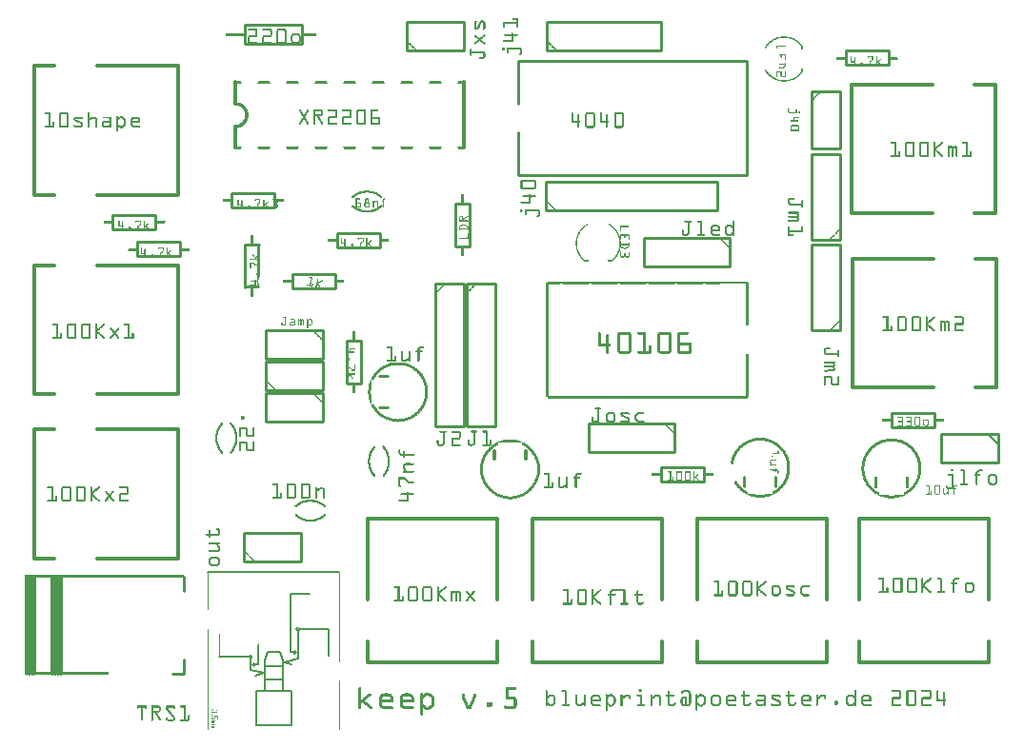
<source format=gto>
G04 MADE WITH FRITZING*
G04 WWW.FRITZING.ORG*
G04 DOUBLE SIDED*
G04 HOLES PLATED*
G04 CONTOUR ON CENTER OF CONTOUR VECTOR*
%ASAXBY*%
%FSLAX23Y23*%
%MOIN*%
%OFA0B0*%
%SFA1.0B1.0*%
%ADD10C,0.010000*%
%ADD11C,0.006000*%
%ADD12C,0.002990*%
%ADD13C,0.012000*%
%ADD14C,0.005000*%
%ADD15C,0.012500*%
%ADD16C,0.011000*%
%ADD17R,0.001000X0.001000*%
%LNSILK1*%
G90*
G70*
G54D10*
X2754Y2237D02*
X2754Y2037D01*
D02*
X2754Y2037D02*
X2854Y2037D01*
D02*
X2854Y2037D02*
X2854Y2237D01*
D02*
X2854Y2237D02*
X2754Y2237D01*
D02*
X559Y537D02*
X559Y487D01*
D02*
X519Y197D02*
X559Y197D01*
D02*
X559Y197D02*
X559Y247D01*
D02*
X9Y197D02*
X9Y537D01*
D02*
X14Y197D02*
X14Y537D01*
D02*
X19Y197D02*
X19Y537D01*
D02*
X24Y197D02*
X24Y537D01*
D02*
X29Y197D02*
X29Y537D01*
D02*
X34Y197D02*
X34Y537D01*
D02*
X129Y197D02*
X129Y537D01*
D02*
X124Y197D02*
X124Y537D01*
D02*
X119Y197D02*
X119Y537D01*
D02*
X114Y197D02*
X114Y537D01*
D02*
X109Y197D02*
X109Y537D01*
D02*
X104Y197D02*
X104Y537D01*
D02*
X99Y197D02*
X99Y537D01*
D02*
X94Y197D02*
X94Y537D01*
G54D11*
D02*
X643Y553D02*
X1103Y553D01*
D02*
X934Y15D02*
X812Y15D01*
D02*
X934Y137D02*
X934Y15D01*
D02*
X934Y137D02*
X812Y137D01*
D02*
X812Y137D02*
X812Y15D01*
D02*
X904Y177D02*
X842Y177D01*
D02*
X904Y224D02*
X842Y224D01*
D02*
X842Y137D02*
X842Y242D01*
D02*
X904Y137D02*
X904Y242D01*
D02*
X904Y242D02*
X894Y272D01*
D02*
X842Y242D02*
X852Y272D01*
D02*
X852Y272D02*
X894Y272D01*
D02*
X1000Y476D02*
X932Y476D01*
D02*
X932Y476D02*
X932Y272D01*
D02*
X909Y237D02*
X935Y228D01*
D02*
X951Y272D02*
X946Y277D01*
D02*
X951Y272D02*
X946Y267D01*
D02*
X1065Y352D02*
X957Y352D01*
D02*
X957Y352D02*
X957Y249D01*
D02*
X957Y249D02*
X909Y237D01*
D02*
X932Y272D02*
X951Y272D01*
D02*
X683Y256D02*
X793Y256D01*
D02*
X793Y256D02*
X793Y208D01*
D02*
X793Y208D02*
X837Y198D01*
D02*
X837Y198D02*
X810Y189D01*
D02*
X817Y229D02*
X799Y229D01*
D02*
X799Y229D02*
X804Y224D01*
D02*
X799Y229D02*
X804Y234D01*
G54D12*
D02*
X675Y38D02*
X675Y48D01*
D02*
X675Y48D02*
X666Y48D01*
D02*
X663Y10D02*
X655Y10D01*
D02*
X655Y33D02*
X665Y33D01*
D02*
X663Y29D02*
X655Y29D01*
D02*
X663Y25D02*
X655Y25D01*
D02*
X655Y18D02*
X665Y18D01*
D02*
X663Y14D02*
X655Y14D01*
D02*
X666Y48D02*
X666Y42D01*
D02*
X662Y38D02*
X660Y38D01*
G54D10*
D02*
X1439Y1564D02*
X1439Y1064D01*
D02*
X1439Y1064D02*
X1539Y1064D01*
D02*
X1539Y1064D02*
X1539Y1564D01*
D02*
X1539Y1564D02*
X1439Y1564D01*
D02*
X1547Y1564D02*
X1547Y1064D01*
D02*
X1547Y1064D02*
X1647Y1064D01*
D02*
X1647Y1064D02*
X1647Y1564D01*
D02*
X1647Y1564D02*
X1547Y1564D01*
D02*
X772Y2468D02*
X972Y2468D01*
D02*
X972Y2468D02*
X972Y2402D01*
D02*
X972Y2402D02*
X772Y2402D01*
D02*
X772Y2402D02*
X772Y2468D01*
D02*
X1558Y1843D02*
X1558Y1693D01*
D02*
X1558Y1693D02*
X1508Y1693D01*
D02*
X1508Y1693D02*
X1508Y1843D01*
D02*
X1508Y1843D02*
X1558Y1843D01*
D02*
X726Y1879D02*
X876Y1879D01*
D02*
X876Y1879D02*
X876Y1829D01*
D02*
X876Y1829D02*
X726Y1829D01*
D02*
X726Y1829D02*
X726Y1879D01*
D02*
X1178Y1363D02*
X1178Y1213D01*
D02*
X1178Y1213D02*
X1128Y1213D01*
D02*
X1128Y1213D02*
X1128Y1363D01*
D02*
X1128Y1363D02*
X1178Y1363D01*
G54D13*
D02*
X1538Y2268D02*
X1538Y2038D01*
D02*
X738Y2268D02*
X738Y2193D01*
D02*
X738Y2038D02*
X738Y2113D01*
G54D10*
D02*
X2854Y1398D02*
X2854Y1698D01*
D02*
X2854Y1698D02*
X2754Y1698D01*
D02*
X2754Y1698D02*
X2754Y1398D01*
D02*
X2754Y1398D02*
X2854Y1398D01*
D02*
X1826Y1818D02*
X2426Y1818D01*
D02*
X2426Y1818D02*
X2426Y1918D01*
D02*
X2426Y1918D02*
X1826Y1918D01*
D02*
X1826Y1918D02*
X1826Y1818D01*
D02*
X3408Y1036D02*
X3208Y1036D01*
D02*
X3208Y1036D02*
X3208Y936D01*
D02*
X3208Y936D02*
X3408Y936D01*
D02*
X3408Y936D02*
X3408Y1036D01*
G54D14*
D02*
X3373Y1036D02*
X3408Y1001D01*
G54D10*
D02*
X769Y590D02*
X969Y590D01*
D02*
X969Y590D02*
X969Y690D01*
D02*
X969Y690D02*
X769Y690D01*
D02*
X769Y690D02*
X769Y590D01*
D02*
X1338Y2378D02*
X1538Y2378D01*
D02*
X1538Y2378D02*
X1538Y2478D01*
D02*
X1538Y2478D02*
X1338Y2478D01*
D02*
X1338Y2478D02*
X1338Y2378D01*
D02*
X2275Y1072D02*
X1975Y1072D01*
D02*
X1975Y1072D02*
X1975Y972D01*
D02*
X1975Y972D02*
X2275Y972D01*
D02*
X2275Y972D02*
X2275Y1072D01*
D02*
X2468Y1722D02*
X2168Y1722D01*
D02*
X2168Y1722D02*
X2168Y1622D01*
D02*
X2168Y1622D02*
X2468Y1622D01*
D02*
X2468Y1622D02*
X2468Y1722D01*
D02*
X1045Y1179D02*
X845Y1179D01*
D02*
X845Y1179D02*
X845Y1079D01*
D02*
X845Y1079D02*
X1045Y1079D01*
D02*
X1045Y1079D02*
X1045Y1179D01*
D02*
X845Y1189D02*
X1045Y1189D01*
D02*
X1045Y1189D02*
X1045Y1289D01*
D02*
X1045Y1289D02*
X845Y1289D01*
D02*
X845Y1289D02*
X845Y1189D01*
D02*
X2854Y1717D02*
X2854Y2017D01*
D02*
X2854Y2017D02*
X2754Y2017D01*
D02*
X2754Y2017D02*
X2754Y1717D01*
D02*
X2754Y1717D02*
X2854Y1717D01*
D02*
X3034Y1110D02*
X3184Y1110D01*
D02*
X3184Y1110D02*
X3184Y1060D01*
D02*
X3184Y1060D02*
X3034Y1060D01*
D02*
X3034Y1060D02*
X3034Y1110D01*
D02*
X1728Y1943D02*
X2528Y1943D01*
D02*
X2528Y1943D02*
X2528Y2343D01*
D02*
X2528Y2343D02*
X1728Y2343D01*
D02*
X1728Y1943D02*
X1728Y2093D01*
D02*
X1728Y2193D02*
X1728Y2343D01*
D02*
X460Y1752D02*
X310Y1752D01*
D02*
X310Y1752D02*
X310Y1802D01*
D02*
X310Y1802D02*
X460Y1802D01*
D02*
X460Y1802D02*
X460Y1752D01*
D02*
X546Y1658D02*
X396Y1658D01*
D02*
X396Y1658D02*
X396Y1708D01*
D02*
X396Y1708D02*
X546Y1708D01*
D02*
X546Y1708D02*
X546Y1658D01*
D02*
X2379Y870D02*
X2229Y870D01*
D02*
X2229Y870D02*
X2229Y920D01*
D02*
X2229Y920D02*
X2379Y920D01*
D02*
X2379Y920D02*
X2379Y870D01*
D02*
X1244Y1690D02*
X1094Y1690D01*
D02*
X1094Y1690D02*
X1094Y1740D01*
D02*
X1094Y1740D02*
X1244Y1740D01*
D02*
X1244Y1740D02*
X1244Y1690D01*
D02*
X771Y1549D02*
X771Y1699D01*
D02*
X771Y1699D02*
X821Y1699D01*
D02*
X3025Y2328D02*
X2875Y2328D01*
D02*
X2875Y2328D02*
X2875Y2378D01*
D02*
X2875Y2378D02*
X3025Y2378D01*
D02*
X3025Y2378D02*
X3025Y2328D01*
D02*
X1044Y1399D02*
X844Y1399D01*
D02*
X844Y1399D02*
X844Y1299D01*
D02*
X844Y1299D02*
X1044Y1299D01*
D02*
X1044Y1299D02*
X1044Y1399D01*
D02*
X1087Y1546D02*
X937Y1546D01*
D02*
X937Y1546D02*
X937Y1596D01*
D02*
X937Y1596D02*
X1087Y1596D01*
D02*
X1087Y1596D02*
X1087Y1546D01*
D02*
X1828Y2378D02*
X2228Y2378D01*
D02*
X2228Y2378D02*
X2228Y2478D01*
D02*
X2228Y2478D02*
X1828Y2478D01*
D02*
X1828Y2478D02*
X1828Y2378D01*
G54D15*
X2807Y308D02*
X2807Y236D01*
X2354Y236D01*
X2354Y308D01*
D02*
X2354Y456D02*
X2354Y739D01*
X2807Y739D01*
X2807Y456D01*
D02*
X3374Y308D02*
X3374Y236D01*
X2921Y236D01*
X2921Y308D01*
D02*
X2921Y456D02*
X2921Y739D01*
X3374Y739D01*
X3374Y456D01*
D02*
X3326Y2261D02*
X3398Y2261D01*
X3398Y1808D01*
X3326Y1808D01*
D02*
X3178Y1808D02*
X2895Y1808D01*
X2895Y2261D01*
X3178Y2261D01*
D02*
X3329Y1651D02*
X3401Y1651D01*
X3401Y1198D01*
X3329Y1198D01*
D02*
X3181Y1198D02*
X2898Y1198D01*
X2898Y1651D01*
X3181Y1651D01*
D02*
X2233Y308D02*
X2233Y236D01*
X1780Y236D01*
X1780Y308D01*
D02*
X1780Y456D02*
X1780Y739D01*
X2233Y739D01*
X2233Y456D01*
D02*
X106Y1175D02*
X34Y1175D01*
X34Y1627D01*
X106Y1627D01*
D02*
X254Y1627D02*
X537Y1627D01*
X537Y1175D01*
X254Y1175D01*
D02*
X1654Y308D02*
X1654Y236D01*
X1201Y236D01*
X1201Y308D01*
D02*
X1201Y456D02*
X1201Y739D01*
X1654Y739D01*
X1654Y456D01*
D02*
X106Y599D02*
X34Y599D01*
X34Y1052D01*
X106Y1052D01*
D02*
X254Y1052D02*
X537Y1052D01*
X537Y599D01*
X254Y599D01*
D02*
X106Y1873D02*
X34Y1873D01*
X34Y2326D01*
X106Y2326D01*
D02*
X254Y2326D02*
X537Y2326D01*
X537Y1873D01*
X254Y1873D01*
D02*
G54D16*
X1242Y1238D02*
X1272Y1238D01*
D02*
X1242Y1128D02*
X1272Y1128D01*
D02*
G54D17*
X1710Y2493D02*
X1725Y2493D01*
X1708Y2492D02*
X1726Y2492D01*
X1708Y2491D02*
X1727Y2491D01*
X1707Y2490D02*
X1727Y2490D01*
X1708Y2489D02*
X1727Y2489D01*
X1708Y2488D02*
X1727Y2488D01*
X1709Y2487D02*
X1727Y2487D01*
X1721Y2486D02*
X1727Y2486D01*
X1721Y2485D02*
X1727Y2485D01*
X1581Y2484D02*
X1581Y2484D01*
X1600Y2484D02*
X1606Y2484D01*
X1721Y2484D02*
X1727Y2484D01*
X1578Y2483D02*
X1583Y2483D01*
X1598Y2483D02*
X1608Y2483D01*
X1721Y2483D02*
X1727Y2483D01*
X1577Y2482D02*
X1583Y2482D01*
X1596Y2482D02*
X1609Y2482D01*
X1721Y2482D02*
X1727Y2482D01*
X1577Y2481D02*
X1584Y2481D01*
X1595Y2481D02*
X1610Y2481D01*
X1721Y2481D02*
X1727Y2481D01*
X1576Y2480D02*
X1583Y2480D01*
X1595Y2480D02*
X1611Y2480D01*
X1721Y2480D02*
X1727Y2480D01*
X1576Y2479D02*
X1583Y2479D01*
X1594Y2479D02*
X1612Y2479D01*
X1675Y2479D02*
X1727Y2479D01*
X1575Y2478D02*
X1582Y2478D01*
X1593Y2478D02*
X1612Y2478D01*
X1674Y2478D02*
X1727Y2478D01*
X1575Y2477D02*
X1581Y2477D01*
X1593Y2477D02*
X1600Y2477D01*
X1605Y2477D02*
X1613Y2477D01*
X1674Y2477D02*
X1727Y2477D01*
X1575Y2476D02*
X1581Y2476D01*
X1593Y2476D02*
X1599Y2476D01*
X1606Y2476D02*
X1613Y2476D01*
X1674Y2476D02*
X1727Y2476D01*
X1575Y2475D02*
X1581Y2475D01*
X1592Y2475D02*
X1599Y2475D01*
X1607Y2475D02*
X1613Y2475D01*
X1674Y2475D02*
X1727Y2475D01*
X1575Y2474D02*
X1581Y2474D01*
X1592Y2474D02*
X1598Y2474D01*
X1607Y2474D02*
X1613Y2474D01*
X1674Y2474D02*
X1727Y2474D01*
X1575Y2473D02*
X1581Y2473D01*
X1591Y2473D02*
X1598Y2473D01*
X1607Y2473D02*
X1613Y2473D01*
X1674Y2473D02*
X1727Y2473D01*
X1575Y2472D02*
X1581Y2472D01*
X1591Y2472D02*
X1597Y2472D01*
X1607Y2472D02*
X1613Y2472D01*
X1674Y2472D02*
X1680Y2472D01*
X1721Y2472D02*
X1727Y2472D01*
X1575Y2471D02*
X1581Y2471D01*
X1590Y2471D02*
X1597Y2471D01*
X1607Y2471D02*
X1613Y2471D01*
X1674Y2471D02*
X1680Y2471D01*
X1721Y2471D02*
X1727Y2471D01*
X1575Y2470D02*
X1581Y2470D01*
X1590Y2470D02*
X1597Y2470D01*
X1607Y2470D02*
X1613Y2470D01*
X1674Y2470D02*
X1680Y2470D01*
X1721Y2470D02*
X1727Y2470D01*
X1575Y2469D02*
X1581Y2469D01*
X1590Y2469D02*
X1596Y2469D01*
X1607Y2469D02*
X1613Y2469D01*
X1674Y2469D02*
X1680Y2469D01*
X1721Y2469D02*
X1727Y2469D01*
X1575Y2468D02*
X1581Y2468D01*
X1589Y2468D02*
X1596Y2468D01*
X1607Y2468D02*
X1613Y2468D01*
X1674Y2468D02*
X1680Y2468D01*
X1721Y2468D02*
X1727Y2468D01*
X1575Y2467D02*
X1581Y2467D01*
X1589Y2467D02*
X1595Y2467D01*
X1607Y2467D02*
X1613Y2467D01*
X1674Y2467D02*
X1680Y2467D01*
X1721Y2467D02*
X1727Y2467D01*
X1575Y2466D02*
X1581Y2466D01*
X1588Y2466D02*
X1595Y2466D01*
X1607Y2466D02*
X1613Y2466D01*
X1674Y2466D02*
X1680Y2466D01*
X1721Y2466D02*
X1727Y2466D01*
X1575Y2465D02*
X1581Y2465D01*
X1588Y2465D02*
X1594Y2465D01*
X1607Y2465D02*
X1613Y2465D01*
X1674Y2465D02*
X1680Y2465D01*
X1721Y2465D02*
X1727Y2465D01*
X1575Y2464D02*
X1581Y2464D01*
X1587Y2464D02*
X1594Y2464D01*
X1607Y2464D02*
X1613Y2464D01*
X1674Y2464D02*
X1680Y2464D01*
X1721Y2464D02*
X1727Y2464D01*
X1575Y2463D02*
X1581Y2463D01*
X1587Y2463D02*
X1594Y2463D01*
X1607Y2463D02*
X1613Y2463D01*
X1674Y2463D02*
X1680Y2463D01*
X1721Y2463D02*
X1727Y2463D01*
X1575Y2462D02*
X1581Y2462D01*
X1587Y2462D02*
X1593Y2462D01*
X1607Y2462D02*
X1613Y2462D01*
X1674Y2462D02*
X1680Y2462D01*
X1721Y2462D02*
X1727Y2462D01*
X1575Y2461D02*
X1581Y2461D01*
X1586Y2461D02*
X1593Y2461D01*
X1607Y2461D02*
X1613Y2461D01*
X1675Y2461D02*
X1680Y2461D01*
X1722Y2461D02*
X1727Y2461D01*
X1575Y2460D02*
X1581Y2460D01*
X1586Y2460D02*
X1592Y2460D01*
X1607Y2460D02*
X1613Y2460D01*
X1675Y2460D02*
X1679Y2460D01*
X1722Y2460D02*
X1727Y2460D01*
X1575Y2459D02*
X1581Y2459D01*
X1585Y2459D02*
X1592Y2459D01*
X1607Y2459D02*
X1613Y2459D01*
X1676Y2459D02*
X1678Y2459D01*
X1724Y2459D02*
X1725Y2459D01*
X1575Y2458D02*
X1591Y2458D01*
X1606Y2458D02*
X1613Y2458D01*
X1575Y2457D02*
X1591Y2457D01*
X1606Y2457D02*
X1612Y2457D01*
X1576Y2456D02*
X1590Y2456D01*
X1605Y2456D02*
X1612Y2456D01*
X785Y2455D02*
X811Y2455D01*
X835Y2455D02*
X861Y2455D01*
X888Y2455D02*
X911Y2455D01*
X1576Y2455D02*
X1590Y2455D01*
X1604Y2455D02*
X1612Y2455D01*
X784Y2454D02*
X813Y2454D01*
X834Y2454D02*
X863Y2454D01*
X886Y2454D02*
X913Y2454D01*
X1577Y2454D02*
X1589Y2454D01*
X1604Y2454D02*
X1611Y2454D01*
X783Y2453D02*
X814Y2453D01*
X833Y2453D02*
X864Y2453D01*
X885Y2453D02*
X915Y2453D01*
X1578Y2453D02*
X1588Y2453D01*
X1604Y2453D02*
X1610Y2453D01*
X783Y2452D02*
X815Y2452D01*
X833Y2452D02*
X865Y2452D01*
X884Y2452D02*
X915Y2452D01*
X1580Y2452D02*
X1586Y2452D01*
X1605Y2452D02*
X1610Y2452D01*
X783Y2451D02*
X816Y2451D01*
X833Y2451D02*
X866Y2451D01*
X884Y2451D02*
X916Y2451D01*
X1606Y2451D02*
X1609Y2451D01*
X783Y2450D02*
X816Y2450D01*
X834Y2450D02*
X866Y2450D01*
X883Y2450D02*
X916Y2450D01*
X784Y2449D02*
X816Y2449D01*
X834Y2449D02*
X866Y2449D01*
X883Y2449D02*
X917Y2449D01*
X810Y2448D02*
X816Y2448D01*
X860Y2448D02*
X867Y2448D01*
X883Y2448D02*
X889Y2448D01*
X910Y2448D02*
X917Y2448D01*
X810Y2447D02*
X816Y2447D01*
X861Y2447D02*
X867Y2447D01*
X883Y2447D02*
X889Y2447D01*
X911Y2447D02*
X917Y2447D01*
X810Y2446D02*
X816Y2446D01*
X861Y2446D02*
X867Y2446D01*
X883Y2446D02*
X889Y2446D01*
X911Y2446D02*
X917Y2446D01*
X810Y2445D02*
X816Y2445D01*
X861Y2445D02*
X867Y2445D01*
X883Y2445D02*
X889Y2445D01*
X911Y2445D02*
X917Y2445D01*
X810Y2444D02*
X816Y2444D01*
X861Y2444D02*
X867Y2444D01*
X883Y2444D02*
X889Y2444D01*
X911Y2444D02*
X917Y2444D01*
X810Y2443D02*
X816Y2443D01*
X861Y2443D02*
X867Y2443D01*
X883Y2443D02*
X889Y2443D01*
X911Y2443D02*
X917Y2443D01*
X810Y2442D02*
X816Y2442D01*
X861Y2442D02*
X867Y2442D01*
X883Y2442D02*
X889Y2442D01*
X911Y2442D02*
X917Y2442D01*
X810Y2441D02*
X816Y2441D01*
X861Y2441D02*
X867Y2441D01*
X883Y2441D02*
X889Y2441D01*
X911Y2441D02*
X917Y2441D01*
X1705Y2441D02*
X1709Y2441D01*
X810Y2440D02*
X816Y2440D01*
X861Y2440D02*
X867Y2440D01*
X883Y2440D02*
X889Y2440D01*
X911Y2440D02*
X917Y2440D01*
X943Y2440D02*
X957Y2440D01*
X1704Y2440D02*
X1709Y2440D01*
X706Y2439D02*
X772Y2439D01*
X810Y2439D02*
X816Y2439D01*
X861Y2439D02*
X867Y2439D01*
X883Y2439D02*
X889Y2439D01*
X911Y2439D02*
X917Y2439D01*
X941Y2439D02*
X959Y2439D01*
X973Y2439D02*
X1020Y2439D01*
X1704Y2439D02*
X1710Y2439D01*
X706Y2438D02*
X772Y2438D01*
X810Y2438D02*
X816Y2438D01*
X861Y2438D02*
X867Y2438D01*
X883Y2438D02*
X889Y2438D01*
X911Y2438D02*
X917Y2438D01*
X939Y2438D02*
X961Y2438D01*
X973Y2438D02*
X1020Y2438D01*
X1704Y2438D02*
X1710Y2438D01*
X706Y2437D02*
X772Y2437D01*
X810Y2437D02*
X816Y2437D01*
X861Y2437D02*
X867Y2437D01*
X883Y2437D02*
X889Y2437D01*
X911Y2437D02*
X917Y2437D01*
X938Y2437D02*
X962Y2437D01*
X973Y2437D02*
X1020Y2437D01*
X1682Y2437D02*
X1726Y2437D01*
X706Y2436D02*
X772Y2436D01*
X810Y2436D02*
X816Y2436D01*
X861Y2436D02*
X867Y2436D01*
X883Y2436D02*
X889Y2436D01*
X911Y2436D02*
X917Y2436D01*
X937Y2436D02*
X963Y2436D01*
X973Y2436D02*
X1020Y2436D01*
X1681Y2436D02*
X1727Y2436D01*
X706Y2435D02*
X772Y2435D01*
X810Y2435D02*
X816Y2435D01*
X861Y2435D02*
X867Y2435D01*
X883Y2435D02*
X889Y2435D01*
X911Y2435D02*
X917Y2435D01*
X936Y2435D02*
X964Y2435D01*
X973Y2435D02*
X1020Y2435D01*
X1680Y2435D02*
X1727Y2435D01*
X706Y2434D02*
X772Y2434D01*
X810Y2434D02*
X816Y2434D01*
X861Y2434D02*
X867Y2434D01*
X883Y2434D02*
X889Y2434D01*
X911Y2434D02*
X917Y2434D01*
X936Y2434D02*
X965Y2434D01*
X973Y2434D02*
X1020Y2434D01*
X1608Y2434D02*
X1611Y2434D01*
X1680Y2434D02*
X1727Y2434D01*
X706Y2433D02*
X772Y2433D01*
X810Y2433D02*
X816Y2433D01*
X861Y2433D02*
X867Y2433D01*
X883Y2433D02*
X889Y2433D01*
X911Y2433D02*
X917Y2433D01*
X935Y2433D02*
X944Y2433D01*
X957Y2433D02*
X965Y2433D01*
X973Y2433D02*
X1020Y2433D01*
X1576Y2433D02*
X1579Y2433D01*
X1607Y2433D02*
X1612Y2433D01*
X1680Y2433D02*
X1727Y2433D01*
X706Y2432D02*
X772Y2432D01*
X810Y2432D02*
X816Y2432D01*
X860Y2432D02*
X867Y2432D01*
X883Y2432D02*
X889Y2432D01*
X911Y2432D02*
X917Y2432D01*
X934Y2432D02*
X942Y2432D01*
X958Y2432D02*
X966Y2432D01*
X973Y2432D02*
X1020Y2432D01*
X1575Y2432D02*
X1581Y2432D01*
X1606Y2432D02*
X1613Y2432D01*
X1681Y2432D02*
X1727Y2432D01*
X706Y2431D02*
X772Y2431D01*
X787Y2431D02*
X816Y2431D01*
X837Y2431D02*
X866Y2431D01*
X883Y2431D02*
X889Y2431D01*
X911Y2431D02*
X917Y2431D01*
X934Y2431D02*
X941Y2431D01*
X959Y2431D02*
X966Y2431D01*
X973Y2431D02*
X1020Y2431D01*
X1575Y2431D02*
X1582Y2431D01*
X1605Y2431D02*
X1613Y2431D01*
X1682Y2431D02*
X1726Y2431D01*
X706Y2430D02*
X772Y2430D01*
X785Y2430D02*
X816Y2430D01*
X836Y2430D02*
X866Y2430D01*
X883Y2430D02*
X889Y2430D01*
X911Y2430D02*
X917Y2430D01*
X934Y2430D02*
X940Y2430D01*
X960Y2430D02*
X967Y2430D01*
X973Y2430D02*
X1020Y2430D01*
X1575Y2430D02*
X1583Y2430D01*
X1604Y2430D02*
X1613Y2430D01*
X1704Y2430D02*
X1710Y2430D01*
X784Y2429D02*
X816Y2429D01*
X835Y2429D02*
X866Y2429D01*
X883Y2429D02*
X889Y2429D01*
X911Y2429D02*
X917Y2429D01*
X933Y2429D02*
X940Y2429D01*
X961Y2429D02*
X967Y2429D01*
X1575Y2429D02*
X1584Y2429D01*
X1602Y2429D02*
X1612Y2429D01*
X1704Y2429D02*
X1710Y2429D01*
X784Y2428D02*
X815Y2428D01*
X834Y2428D02*
X865Y2428D01*
X883Y2428D02*
X889Y2428D01*
X911Y2428D02*
X917Y2428D01*
X933Y2428D02*
X939Y2428D01*
X961Y2428D02*
X967Y2428D01*
X1576Y2428D02*
X1585Y2428D01*
X1601Y2428D02*
X1611Y2428D01*
X1704Y2428D02*
X1710Y2428D01*
X2650Y2428D02*
X2669Y2428D01*
X783Y2427D02*
X814Y2427D01*
X833Y2427D02*
X865Y2427D01*
X883Y2427D02*
X889Y2427D01*
X911Y2427D02*
X917Y2427D01*
X933Y2427D02*
X939Y2427D01*
X961Y2427D02*
X967Y2427D01*
X1577Y2427D02*
X1587Y2427D01*
X1600Y2427D02*
X1610Y2427D01*
X1704Y2427D02*
X1710Y2427D01*
X2644Y2427D02*
X2675Y2427D01*
X783Y2426D02*
X813Y2426D01*
X833Y2426D02*
X863Y2426D01*
X883Y2426D02*
X889Y2426D01*
X911Y2426D02*
X917Y2426D01*
X933Y2426D02*
X939Y2426D01*
X961Y2426D02*
X967Y2426D01*
X1578Y2426D02*
X1588Y2426D01*
X1599Y2426D02*
X1609Y2426D01*
X1704Y2426D02*
X1710Y2426D01*
X2640Y2426D02*
X2679Y2426D01*
X783Y2425D02*
X811Y2425D01*
X833Y2425D02*
X861Y2425D01*
X883Y2425D02*
X889Y2425D01*
X911Y2425D02*
X917Y2425D01*
X933Y2425D02*
X939Y2425D01*
X961Y2425D02*
X967Y2425D01*
X1579Y2425D02*
X1589Y2425D01*
X1598Y2425D02*
X1608Y2425D01*
X1704Y2425D02*
X1710Y2425D01*
X2636Y2425D02*
X2683Y2425D01*
X783Y2424D02*
X789Y2424D01*
X833Y2424D02*
X839Y2424D01*
X883Y2424D02*
X889Y2424D01*
X911Y2424D02*
X917Y2424D01*
X933Y2424D02*
X939Y2424D01*
X961Y2424D02*
X967Y2424D01*
X1580Y2424D02*
X1590Y2424D01*
X1596Y2424D02*
X1606Y2424D01*
X1704Y2424D02*
X1710Y2424D01*
X2633Y2424D02*
X2686Y2424D01*
X783Y2423D02*
X789Y2423D01*
X833Y2423D02*
X839Y2423D01*
X883Y2423D02*
X889Y2423D01*
X911Y2423D02*
X917Y2423D01*
X933Y2423D02*
X939Y2423D01*
X961Y2423D02*
X967Y2423D01*
X1582Y2423D02*
X1592Y2423D01*
X1595Y2423D02*
X1605Y2423D01*
X1704Y2423D02*
X1710Y2423D01*
X2631Y2423D02*
X2647Y2423D01*
X2671Y2423D02*
X2688Y2423D01*
X783Y2422D02*
X789Y2422D01*
X833Y2422D02*
X839Y2422D01*
X883Y2422D02*
X889Y2422D01*
X911Y2422D02*
X917Y2422D01*
X933Y2422D02*
X939Y2422D01*
X961Y2422D02*
X967Y2422D01*
X1583Y2422D02*
X1604Y2422D01*
X1704Y2422D02*
X1710Y2422D01*
X2628Y2422D02*
X2642Y2422D01*
X2676Y2422D02*
X2691Y2422D01*
X783Y2421D02*
X789Y2421D01*
X833Y2421D02*
X839Y2421D01*
X883Y2421D02*
X889Y2421D01*
X911Y2421D02*
X917Y2421D01*
X933Y2421D02*
X939Y2421D01*
X961Y2421D02*
X967Y2421D01*
X1584Y2421D02*
X1603Y2421D01*
X1704Y2421D02*
X1710Y2421D01*
X2626Y2421D02*
X2639Y2421D01*
X2680Y2421D02*
X2693Y2421D01*
X783Y2420D02*
X789Y2420D01*
X833Y2420D02*
X839Y2420D01*
X883Y2420D02*
X889Y2420D01*
X911Y2420D02*
X917Y2420D01*
X933Y2420D02*
X939Y2420D01*
X961Y2420D02*
X967Y2420D01*
X1585Y2420D02*
X1602Y2420D01*
X1704Y2420D02*
X1710Y2420D01*
X2624Y2420D02*
X2635Y2420D01*
X2683Y2420D02*
X2695Y2420D01*
X783Y2419D02*
X789Y2419D01*
X833Y2419D02*
X839Y2419D01*
X883Y2419D02*
X889Y2419D01*
X911Y2419D02*
X917Y2419D01*
X933Y2419D02*
X939Y2419D01*
X961Y2419D02*
X967Y2419D01*
X1586Y2419D02*
X1600Y2419D01*
X1704Y2419D02*
X1710Y2419D01*
X2622Y2419D02*
X2632Y2419D01*
X2686Y2419D02*
X2697Y2419D01*
X783Y2418D02*
X789Y2418D01*
X833Y2418D02*
X839Y2418D01*
X883Y2418D02*
X889Y2418D01*
X911Y2418D02*
X917Y2418D01*
X933Y2418D02*
X939Y2418D01*
X961Y2418D02*
X967Y2418D01*
X1588Y2418D02*
X1599Y2418D01*
X1704Y2418D02*
X1710Y2418D01*
X2620Y2418D02*
X2630Y2418D01*
X2688Y2418D02*
X2699Y2418D01*
X783Y2417D02*
X789Y2417D01*
X833Y2417D02*
X839Y2417D01*
X883Y2417D02*
X889Y2417D01*
X911Y2417D02*
X917Y2417D01*
X933Y2417D02*
X939Y2417D01*
X961Y2417D02*
X967Y2417D01*
X1588Y2417D02*
X1599Y2417D01*
X1703Y2417D02*
X1710Y2417D01*
X2618Y2417D02*
X2628Y2417D01*
X2691Y2417D02*
X2700Y2417D01*
X783Y2416D02*
X789Y2416D01*
X833Y2416D02*
X839Y2416D01*
X883Y2416D02*
X889Y2416D01*
X911Y2416D02*
X917Y2416D01*
X933Y2416D02*
X939Y2416D01*
X961Y2416D02*
X967Y2416D01*
X1587Y2416D02*
X1600Y2416D01*
X1676Y2416D02*
X1710Y2416D01*
X2617Y2416D02*
X2626Y2416D01*
X2693Y2416D02*
X2702Y2416D01*
X783Y2415D02*
X789Y2415D01*
X833Y2415D02*
X839Y2415D01*
X883Y2415D02*
X889Y2415D01*
X911Y2415D02*
X917Y2415D01*
X933Y2415D02*
X939Y2415D01*
X961Y2415D02*
X967Y2415D01*
X1585Y2415D02*
X1601Y2415D01*
X1675Y2415D02*
X1710Y2415D01*
X2615Y2415D02*
X2624Y2415D01*
X2695Y2415D02*
X2703Y2415D01*
X783Y2414D02*
X789Y2414D01*
X833Y2414D02*
X839Y2414D01*
X883Y2414D02*
X889Y2414D01*
X911Y2414D02*
X917Y2414D01*
X933Y2414D02*
X939Y2414D01*
X961Y2414D02*
X967Y2414D01*
X1340Y2414D02*
X1340Y2414D01*
X1584Y2414D02*
X1602Y2414D01*
X1674Y2414D02*
X1710Y2414D01*
X1830Y2414D02*
X1831Y2414D01*
X2614Y2414D02*
X2622Y2414D01*
X2696Y2414D02*
X2705Y2414D01*
X783Y2413D02*
X789Y2413D01*
X833Y2413D02*
X839Y2413D01*
X883Y2413D02*
X889Y2413D01*
X911Y2413D02*
X917Y2413D01*
X933Y2413D02*
X940Y2413D01*
X961Y2413D02*
X967Y2413D01*
X1339Y2413D02*
X1341Y2413D01*
X1583Y2413D02*
X1604Y2413D01*
X1674Y2413D02*
X1710Y2413D01*
X1829Y2413D02*
X1832Y2413D01*
X2612Y2413D02*
X2620Y2413D01*
X2698Y2413D02*
X2706Y2413D01*
X783Y2412D02*
X789Y2412D01*
X833Y2412D02*
X839Y2412D01*
X883Y2412D02*
X889Y2412D01*
X911Y2412D02*
X917Y2412D01*
X934Y2412D02*
X940Y2412D01*
X960Y2412D02*
X967Y2412D01*
X1338Y2412D02*
X1342Y2412D01*
X1582Y2412D02*
X1592Y2412D01*
X1595Y2412D02*
X1605Y2412D01*
X1675Y2412D02*
X1710Y2412D01*
X1828Y2412D02*
X1833Y2412D01*
X2611Y2412D02*
X2619Y2412D01*
X2700Y2412D02*
X2708Y2412D01*
X783Y2411D02*
X789Y2411D01*
X833Y2411D02*
X839Y2411D01*
X883Y2411D02*
X889Y2411D01*
X911Y2411D02*
X917Y2411D01*
X934Y2411D02*
X941Y2411D01*
X960Y2411D02*
X967Y2411D01*
X1337Y2411D02*
X1343Y2411D01*
X1581Y2411D02*
X1591Y2411D01*
X1596Y2411D02*
X1606Y2411D01*
X1675Y2411D02*
X1710Y2411D01*
X1828Y2411D02*
X1834Y2411D01*
X2610Y2411D02*
X2617Y2411D01*
X2701Y2411D02*
X2709Y2411D01*
X783Y2410D02*
X789Y2410D01*
X833Y2410D02*
X839Y2410D01*
X883Y2410D02*
X889Y2410D01*
X911Y2410D02*
X917Y2410D01*
X934Y2410D02*
X942Y2410D01*
X959Y2410D02*
X966Y2410D01*
X1338Y2410D02*
X1344Y2410D01*
X1579Y2410D02*
X1589Y2410D01*
X1597Y2410D02*
X1607Y2410D01*
X1677Y2410D02*
X1709Y2410D01*
X1828Y2410D02*
X1835Y2410D01*
X2609Y2410D02*
X2616Y2410D01*
X2703Y2410D02*
X2710Y2410D01*
X783Y2409D02*
X789Y2409D01*
X833Y2409D02*
X839Y2409D01*
X883Y2409D02*
X889Y2409D01*
X911Y2409D02*
X917Y2409D01*
X934Y2409D02*
X943Y2409D01*
X957Y2409D02*
X966Y2409D01*
X1339Y2409D02*
X1345Y2409D01*
X1578Y2409D02*
X1588Y2409D01*
X1598Y2409D02*
X1609Y2409D01*
X1829Y2409D02*
X1836Y2409D01*
X2607Y2409D02*
X2614Y2409D01*
X2704Y2409D02*
X2711Y2409D01*
X783Y2408D02*
X813Y2408D01*
X833Y2408D02*
X864Y2408D01*
X883Y2408D02*
X917Y2408D01*
X935Y2408D02*
X965Y2408D01*
X1340Y2408D02*
X1346Y2408D01*
X1577Y2408D02*
X1587Y2408D01*
X1600Y2408D02*
X1610Y2408D01*
X1830Y2408D02*
X1837Y2408D01*
X2606Y2408D02*
X2613Y2408D01*
X2705Y2408D02*
X2712Y2408D01*
X783Y2407D02*
X815Y2407D01*
X833Y2407D02*
X865Y2407D01*
X883Y2407D02*
X917Y2407D01*
X936Y2407D02*
X964Y2407D01*
X1341Y2407D02*
X1347Y2407D01*
X1576Y2407D02*
X1586Y2407D01*
X1601Y2407D02*
X1611Y2407D01*
X1831Y2407D02*
X1838Y2407D01*
X2605Y2407D02*
X2612Y2407D01*
X2707Y2407D02*
X2713Y2407D01*
X783Y2406D02*
X816Y2406D01*
X833Y2406D02*
X866Y2406D01*
X883Y2406D02*
X916Y2406D01*
X937Y2406D02*
X963Y2406D01*
X1342Y2406D02*
X1348Y2406D01*
X1575Y2406D02*
X1585Y2406D01*
X1602Y2406D02*
X1612Y2406D01*
X1832Y2406D02*
X1839Y2406D01*
X2604Y2406D02*
X2611Y2406D01*
X2708Y2406D02*
X2714Y2406D01*
X783Y2405D02*
X816Y2405D01*
X833Y2405D02*
X866Y2405D01*
X884Y2405D02*
X916Y2405D01*
X938Y2405D02*
X962Y2405D01*
X1343Y2405D02*
X1349Y2405D01*
X1575Y2405D02*
X1583Y2405D01*
X1603Y2405D02*
X1613Y2405D01*
X1833Y2405D02*
X1840Y2405D01*
X2603Y2405D02*
X2609Y2405D01*
X2709Y2405D02*
X2715Y2405D01*
X783Y2404D02*
X816Y2404D01*
X833Y2404D02*
X866Y2404D01*
X885Y2404D02*
X915Y2404D01*
X939Y2404D02*
X961Y2404D01*
X1344Y2404D02*
X1350Y2404D01*
X1575Y2404D02*
X1582Y2404D01*
X1604Y2404D02*
X1613Y2404D01*
X1834Y2404D02*
X1841Y2404D01*
X2602Y2404D02*
X2608Y2404D01*
X2710Y2404D02*
X2716Y2404D01*
X783Y2403D02*
X816Y2403D01*
X833Y2403D02*
X866Y2403D01*
X885Y2403D02*
X914Y2403D01*
X941Y2403D02*
X960Y2403D01*
X1345Y2403D02*
X1351Y2403D01*
X1575Y2403D02*
X1581Y2403D01*
X1606Y2403D02*
X1613Y2403D01*
X1835Y2403D02*
X1842Y2403D01*
X2601Y2403D02*
X2607Y2403D01*
X2711Y2403D02*
X2717Y2403D01*
X783Y2402D02*
X815Y2402D01*
X833Y2402D02*
X865Y2402D01*
X887Y2402D02*
X913Y2402D01*
X942Y2402D02*
X958Y2402D01*
X1346Y2402D02*
X1352Y2402D01*
X1576Y2402D02*
X1580Y2402D01*
X1607Y2402D02*
X1613Y2402D01*
X1836Y2402D02*
X1843Y2402D01*
X2600Y2402D02*
X2606Y2402D01*
X2712Y2402D02*
X2718Y2402D01*
X1347Y2401D02*
X1353Y2401D01*
X1577Y2401D02*
X1578Y2401D01*
X1608Y2401D02*
X1612Y2401D01*
X1837Y2401D02*
X1843Y2401D01*
X2600Y2401D02*
X2605Y2401D01*
X2713Y2401D02*
X2719Y2401D01*
X1348Y2400D02*
X1354Y2400D01*
X1838Y2400D02*
X1844Y2400D01*
X2599Y2400D02*
X2604Y2400D01*
X2714Y2400D02*
X2720Y2400D01*
X1349Y2399D02*
X1355Y2399D01*
X1839Y2399D02*
X1845Y2399D01*
X2598Y2399D02*
X2604Y2399D01*
X2715Y2399D02*
X2721Y2399D01*
X1350Y2398D02*
X1355Y2398D01*
X1840Y2398D02*
X1846Y2398D01*
X2597Y2398D02*
X2603Y2398D01*
X2716Y2398D02*
X2722Y2398D01*
X1351Y2397D02*
X1356Y2397D01*
X1841Y2397D02*
X1847Y2397D01*
X2596Y2397D02*
X2602Y2397D01*
X2717Y2397D02*
X2722Y2397D01*
X1352Y2396D02*
X1357Y2396D01*
X1842Y2396D02*
X1848Y2396D01*
X2596Y2396D02*
X2601Y2396D01*
X2633Y2396D02*
X2664Y2396D01*
X2718Y2396D02*
X2723Y2396D01*
X1353Y2395D02*
X1359Y2395D01*
X1843Y2395D02*
X1849Y2395D01*
X2595Y2395D02*
X2600Y2395D01*
X2633Y2395D02*
X2665Y2395D01*
X2718Y2395D02*
X2723Y2395D01*
X1354Y2394D02*
X1360Y2394D01*
X1844Y2394D02*
X1850Y2394D01*
X2594Y2394D02*
X2599Y2394D01*
X2633Y2394D02*
X2665Y2394D01*
X2719Y2394D02*
X2723Y2394D01*
X1355Y2393D02*
X1361Y2393D01*
X1845Y2393D02*
X1851Y2393D01*
X2593Y2393D02*
X2599Y2393D01*
X2633Y2393D02*
X2664Y2393D01*
X2719Y2393D02*
X2723Y2393D01*
X1356Y2392D02*
X1362Y2392D01*
X1846Y2392D02*
X1853Y2392D01*
X2593Y2392D02*
X2598Y2392D01*
X2633Y2392D02*
X2637Y2392D01*
X2719Y2392D02*
X2723Y2392D01*
X1357Y2391D02*
X1363Y2391D01*
X1847Y2391D02*
X1854Y2391D01*
X2592Y2391D02*
X2597Y2391D01*
X2633Y2391D02*
X2636Y2391D01*
X2719Y2391D02*
X2723Y2391D01*
X1358Y2390D02*
X1364Y2390D01*
X1848Y2390D02*
X1855Y2390D01*
X2592Y2390D02*
X2597Y2390D01*
X2633Y2390D02*
X2636Y2390D01*
X2719Y2390D02*
X2723Y2390D01*
X1359Y2389D02*
X1365Y2389D01*
X1673Y2389D02*
X1678Y2389D01*
X1691Y2389D02*
X1735Y2389D01*
X1849Y2389D02*
X1856Y2389D01*
X2591Y2389D02*
X2596Y2389D01*
X2633Y2389D02*
X2636Y2389D01*
X2719Y2389D02*
X2723Y2389D01*
X1360Y2388D02*
X1366Y2388D01*
X1672Y2388D02*
X1680Y2388D01*
X1690Y2388D02*
X1737Y2388D01*
X1850Y2388D02*
X1857Y2388D01*
X2591Y2388D02*
X2595Y2388D01*
X2633Y2388D02*
X2636Y2388D01*
X2719Y2388D02*
X2723Y2388D01*
X1361Y2387D02*
X1367Y2387D01*
X1672Y2387D02*
X1680Y2387D01*
X1689Y2387D02*
X1738Y2387D01*
X1851Y2387D02*
X1858Y2387D01*
X2591Y2387D02*
X2595Y2387D01*
X2633Y2387D02*
X2636Y2387D01*
X2719Y2387D02*
X2723Y2387D01*
X1362Y2386D02*
X1368Y2386D01*
X1671Y2386D02*
X1680Y2386D01*
X1689Y2386D02*
X1739Y2386D01*
X1852Y2386D02*
X1859Y2386D01*
X2592Y2386D02*
X2594Y2386D01*
X2633Y2386D02*
X2636Y2386D01*
X2719Y2386D02*
X2723Y2386D01*
X1363Y2385D02*
X1369Y2385D01*
X1671Y2385D02*
X1680Y2385D01*
X1689Y2385D02*
X1740Y2385D01*
X1853Y2385D02*
X1860Y2385D01*
X2719Y2385D02*
X2723Y2385D01*
X1364Y2384D02*
X1370Y2384D01*
X1562Y2384D02*
X1564Y2384D01*
X1671Y2384D02*
X1680Y2384D01*
X1689Y2384D02*
X1741Y2384D01*
X1854Y2384D02*
X1861Y2384D01*
X2719Y2384D02*
X2723Y2384D01*
X1365Y2383D02*
X1371Y2383D01*
X1561Y2383D02*
X1565Y2383D01*
X1671Y2383D02*
X1680Y2383D01*
X1689Y2383D02*
X1741Y2383D01*
X1855Y2383D02*
X1862Y2383D01*
X2719Y2383D02*
X2723Y2383D01*
X1366Y2382D02*
X1372Y2382D01*
X1560Y2382D02*
X1566Y2382D01*
X1671Y2382D02*
X1680Y2382D01*
X1689Y2382D02*
X1695Y2382D01*
X1734Y2382D02*
X1742Y2382D01*
X1856Y2382D02*
X1863Y2382D01*
X2721Y2382D02*
X2723Y2382D01*
X1367Y2381D02*
X1373Y2381D01*
X1560Y2381D02*
X1566Y2381D01*
X1672Y2381D02*
X1680Y2381D01*
X1689Y2381D02*
X1695Y2381D01*
X1735Y2381D02*
X1742Y2381D01*
X1857Y2381D02*
X1864Y2381D01*
X1368Y2380D02*
X1374Y2380D01*
X1560Y2380D02*
X1566Y2380D01*
X1672Y2380D02*
X1679Y2380D01*
X1689Y2380D02*
X1695Y2380D01*
X1736Y2380D02*
X1742Y2380D01*
X1858Y2380D02*
X1864Y2380D01*
X1369Y2379D02*
X1374Y2379D01*
X1560Y2379D02*
X1566Y2379D01*
X1675Y2379D02*
X1677Y2379D01*
X1689Y2379D02*
X1695Y2379D01*
X1736Y2379D02*
X1742Y2379D01*
X1859Y2379D02*
X1864Y2379D01*
X1370Y2378D02*
X1373Y2378D01*
X1560Y2378D02*
X1566Y2378D01*
X1689Y2378D02*
X1695Y2378D01*
X1736Y2378D02*
X1742Y2378D01*
X1860Y2378D02*
X1863Y2378D01*
X1371Y2377D02*
X1372Y2377D01*
X1560Y2377D02*
X1606Y2377D01*
X1689Y2377D02*
X1695Y2377D01*
X1736Y2377D02*
X1742Y2377D01*
X1861Y2377D02*
X1862Y2377D01*
X1560Y2376D02*
X1608Y2376D01*
X1689Y2376D02*
X1695Y2376D01*
X1736Y2376D02*
X1742Y2376D01*
X1560Y2375D02*
X1609Y2375D01*
X1689Y2375D02*
X1695Y2375D01*
X1736Y2375D02*
X1742Y2375D01*
X1560Y2374D02*
X1610Y2374D01*
X1689Y2374D02*
X1695Y2374D01*
X1736Y2374D02*
X1742Y2374D01*
X1560Y2373D02*
X1611Y2373D01*
X1689Y2373D02*
X1695Y2373D01*
X1736Y2373D02*
X1742Y2373D01*
X1560Y2372D02*
X1612Y2372D01*
X1689Y2372D02*
X1695Y2372D01*
X1736Y2372D02*
X1742Y2372D01*
X1560Y2371D02*
X1612Y2371D01*
X1689Y2371D02*
X1695Y2371D01*
X1736Y2371D02*
X1742Y2371D01*
X1560Y2370D02*
X1566Y2370D01*
X1605Y2370D02*
X1613Y2370D01*
X1690Y2370D02*
X1694Y2370D01*
X1735Y2370D02*
X1742Y2370D01*
X1560Y2369D02*
X1566Y2369D01*
X1606Y2369D02*
X1613Y2369D01*
X1691Y2369D02*
X1693Y2369D01*
X1734Y2369D02*
X1742Y2369D01*
X1560Y2368D02*
X1566Y2368D01*
X1607Y2368D02*
X1613Y2368D01*
X1732Y2368D02*
X1741Y2368D01*
X1560Y2367D02*
X1566Y2367D01*
X1607Y2367D02*
X1613Y2367D01*
X1731Y2367D02*
X1741Y2367D01*
X1560Y2366D02*
X1566Y2366D01*
X1607Y2366D02*
X1613Y2366D01*
X1730Y2366D02*
X1740Y2366D01*
X1560Y2365D02*
X1566Y2365D01*
X1607Y2365D02*
X1613Y2365D01*
X1730Y2365D02*
X1739Y2365D01*
X2643Y2365D02*
X2665Y2365D01*
X1560Y2364D02*
X1566Y2364D01*
X1607Y2364D02*
X1613Y2364D01*
X1731Y2364D02*
X1738Y2364D01*
X2643Y2364D02*
X2665Y2364D01*
X1560Y2363D02*
X1566Y2363D01*
X1607Y2363D02*
X1613Y2363D01*
X1731Y2363D02*
X1737Y2363D01*
X2643Y2363D02*
X2665Y2363D01*
X1560Y2362D02*
X1566Y2362D01*
X1607Y2362D02*
X1613Y2362D01*
X1733Y2362D02*
X1735Y2362D01*
X2643Y2362D02*
X2665Y2362D01*
X1561Y2361D02*
X1565Y2361D01*
X1607Y2361D02*
X1613Y2361D01*
X2647Y2361D02*
X2651Y2361D01*
X2662Y2361D02*
X2665Y2361D01*
X1562Y2360D02*
X1564Y2360D01*
X1607Y2360D02*
X1613Y2360D01*
X2647Y2360D02*
X2651Y2360D01*
X2662Y2360D02*
X2665Y2360D01*
X1607Y2359D02*
X1613Y2359D01*
X2647Y2359D02*
X2651Y2359D01*
X2662Y2359D02*
X2665Y2359D01*
X1606Y2358D02*
X1613Y2358D01*
X2647Y2358D02*
X2651Y2358D01*
X2662Y2358D02*
X2665Y2358D01*
X2892Y2358D02*
X2894Y2358D01*
X2951Y2358D02*
X2970Y2358D01*
X2981Y2358D02*
X2983Y2358D01*
X1594Y2357D02*
X1613Y2357D01*
X2647Y2357D02*
X2651Y2357D01*
X2662Y2357D02*
X2665Y2357D01*
X2842Y2357D02*
X2874Y2357D01*
X2891Y2357D02*
X2894Y2357D01*
X2951Y2357D02*
X2970Y2357D01*
X2981Y2357D02*
X2984Y2357D01*
X3025Y2357D02*
X3057Y2357D01*
X1593Y2356D02*
X1612Y2356D01*
X2647Y2356D02*
X2651Y2356D01*
X2662Y2356D02*
X2665Y2356D01*
X2842Y2356D02*
X2874Y2356D01*
X2891Y2356D02*
X2894Y2356D01*
X2951Y2356D02*
X2970Y2356D01*
X2981Y2356D02*
X2984Y2356D01*
X3025Y2356D02*
X3056Y2356D01*
X1592Y2355D02*
X1612Y2355D01*
X2647Y2355D02*
X2651Y2355D01*
X2662Y2355D02*
X2665Y2355D01*
X2842Y2355D02*
X2874Y2355D01*
X2891Y2355D02*
X2894Y2355D01*
X2905Y2355D02*
X2906Y2355D01*
X2951Y2355D02*
X2970Y2355D01*
X2981Y2355D02*
X2984Y2355D01*
X3025Y2355D02*
X3056Y2355D01*
X1592Y2354D02*
X1611Y2354D01*
X2648Y2354D02*
X2650Y2354D01*
X2662Y2354D02*
X2665Y2354D01*
X2842Y2354D02*
X2874Y2354D01*
X2891Y2354D02*
X2894Y2354D01*
X2904Y2354D02*
X2907Y2354D01*
X2951Y2354D02*
X2954Y2354D01*
X2967Y2354D02*
X2970Y2354D01*
X2981Y2354D02*
X2984Y2354D01*
X3025Y2354D02*
X3056Y2354D01*
X1592Y2353D02*
X1610Y2353D01*
X2662Y2353D02*
X2665Y2353D01*
X2842Y2353D02*
X2874Y2353D01*
X2891Y2353D02*
X2894Y2353D01*
X2904Y2353D02*
X2907Y2353D01*
X2952Y2353D02*
X2952Y2353D01*
X2967Y2353D02*
X2970Y2353D01*
X2981Y2353D02*
X2984Y2353D01*
X3025Y2353D02*
X3056Y2353D01*
X1593Y2352D02*
X1609Y2352D01*
X2662Y2352D02*
X2665Y2352D01*
X2842Y2352D02*
X2874Y2352D01*
X2891Y2352D02*
X2894Y2352D01*
X2904Y2352D02*
X2907Y2352D01*
X2967Y2352D02*
X2970Y2352D01*
X2981Y2352D02*
X2984Y2352D01*
X3025Y2352D02*
X3056Y2352D01*
X1593Y2351D02*
X1608Y2351D01*
X2662Y2351D02*
X2665Y2351D01*
X2842Y2351D02*
X2874Y2351D01*
X2891Y2351D02*
X2894Y2351D01*
X2904Y2351D02*
X2907Y2351D01*
X2967Y2351D02*
X2970Y2351D01*
X2981Y2351D02*
X2984Y2351D01*
X3025Y2351D02*
X3056Y2351D01*
X1596Y2350D02*
X1603Y2350D01*
X2662Y2350D02*
X2665Y2350D01*
X2842Y2350D02*
X2874Y2350D01*
X2891Y2350D02*
X2894Y2350D01*
X2904Y2350D02*
X2907Y2350D01*
X2967Y2350D02*
X2970Y2350D01*
X2981Y2350D02*
X2984Y2350D01*
X3025Y2350D02*
X3056Y2350D01*
X2662Y2349D02*
X2665Y2349D01*
X2842Y2349D02*
X2874Y2349D01*
X2891Y2349D02*
X2894Y2349D01*
X2904Y2349D02*
X2907Y2349D01*
X2967Y2349D02*
X2970Y2349D01*
X2981Y2349D02*
X2984Y2349D01*
X2995Y2349D02*
X2998Y2349D01*
X3025Y2349D02*
X3056Y2349D01*
X2662Y2348D02*
X2665Y2348D01*
X2842Y2348D02*
X2874Y2348D01*
X2891Y2348D02*
X2894Y2348D01*
X2904Y2348D02*
X2907Y2348D01*
X2967Y2348D02*
X2970Y2348D01*
X2981Y2348D02*
X2984Y2348D01*
X2994Y2348D02*
X2998Y2348D01*
X3026Y2348D02*
X3057Y2348D01*
X2662Y2347D02*
X2664Y2347D01*
X2891Y2347D02*
X2894Y2347D01*
X2904Y2347D02*
X2907Y2347D01*
X2967Y2347D02*
X2970Y2347D01*
X2981Y2347D02*
X2984Y2347D01*
X2993Y2347D02*
X2998Y2347D01*
X2891Y2346D02*
X2894Y2346D01*
X2904Y2346D02*
X2907Y2346D01*
X2966Y2346D02*
X2970Y2346D01*
X2981Y2346D02*
X2984Y2346D01*
X2992Y2346D02*
X2997Y2346D01*
X2891Y2345D02*
X2894Y2345D01*
X2904Y2345D02*
X2907Y2345D01*
X2965Y2345D02*
X2970Y2345D01*
X2981Y2345D02*
X2984Y2345D01*
X2991Y2345D02*
X2996Y2345D01*
X2891Y2344D02*
X2894Y2344D01*
X2904Y2344D02*
X2907Y2344D01*
X2964Y2344D02*
X2969Y2344D01*
X2981Y2344D02*
X2984Y2344D01*
X2989Y2344D02*
X2995Y2344D01*
X2891Y2343D02*
X2894Y2343D01*
X2904Y2343D02*
X2907Y2343D01*
X2962Y2343D02*
X2968Y2343D01*
X2981Y2343D02*
X2984Y2343D01*
X2988Y2343D02*
X2994Y2343D01*
X2891Y2342D02*
X2894Y2342D01*
X2904Y2342D02*
X2907Y2342D01*
X2961Y2342D02*
X2967Y2342D01*
X2981Y2342D02*
X2984Y2342D01*
X2987Y2342D02*
X2993Y2342D01*
X2891Y2341D02*
X2908Y2341D01*
X2960Y2341D02*
X2965Y2341D01*
X2981Y2341D02*
X2984Y2341D01*
X2986Y2341D02*
X2991Y2341D01*
X2891Y2340D02*
X2909Y2340D01*
X2959Y2340D02*
X2964Y2340D01*
X2981Y2340D02*
X2990Y2340D01*
X2891Y2339D02*
X2909Y2339D01*
X2959Y2339D02*
X2963Y2339D01*
X2981Y2339D02*
X2989Y2339D01*
X2891Y2338D02*
X2909Y2338D01*
X2959Y2338D02*
X2962Y2338D01*
X2981Y2338D02*
X2990Y2338D01*
X2892Y2337D02*
X2907Y2337D01*
X2928Y2337D02*
X2933Y2337D01*
X2959Y2337D02*
X2962Y2337D01*
X2981Y2337D02*
X2992Y2337D01*
X2662Y2336D02*
X2664Y2336D01*
X2904Y2336D02*
X2907Y2336D01*
X2927Y2336D02*
X2934Y2336D01*
X2959Y2336D02*
X2962Y2336D01*
X2981Y2336D02*
X2993Y2336D01*
X2662Y2335D02*
X2665Y2335D01*
X2904Y2335D02*
X2907Y2335D01*
X2927Y2335D02*
X2934Y2335D01*
X2959Y2335D02*
X2962Y2335D01*
X2981Y2335D02*
X2984Y2335D01*
X2988Y2335D02*
X2994Y2335D01*
X2662Y2334D02*
X2665Y2334D01*
X2904Y2334D02*
X2907Y2334D01*
X2927Y2334D02*
X2934Y2334D01*
X2959Y2334D02*
X2962Y2334D01*
X2981Y2334D02*
X2984Y2334D01*
X2990Y2334D02*
X2995Y2334D01*
X2661Y2333D02*
X2665Y2333D01*
X2904Y2333D02*
X2907Y2333D01*
X2927Y2333D02*
X2934Y2333D01*
X2959Y2333D02*
X2962Y2333D01*
X2981Y2333D02*
X2984Y2333D01*
X2991Y2333D02*
X2996Y2333D01*
X2643Y2332D02*
X2665Y2332D01*
X2904Y2332D02*
X2907Y2332D01*
X2927Y2332D02*
X2934Y2332D01*
X2959Y2332D02*
X2962Y2332D01*
X2981Y2332D02*
X2984Y2332D01*
X2992Y2332D02*
X2997Y2332D01*
X2643Y2331D02*
X2665Y2331D01*
X2904Y2331D02*
X2907Y2331D01*
X2927Y2331D02*
X2934Y2331D01*
X2959Y2331D02*
X2962Y2331D01*
X2981Y2331D02*
X2984Y2331D01*
X2993Y2331D02*
X2999Y2331D01*
X2643Y2330D02*
X2665Y2330D01*
X2904Y2330D02*
X2907Y2330D01*
X2928Y2330D02*
X2933Y2330D01*
X2959Y2330D02*
X2962Y2330D01*
X2981Y2330D02*
X2984Y2330D01*
X2994Y2330D02*
X3000Y2330D01*
X2643Y2329D02*
X2665Y2329D01*
X2904Y2329D02*
X2907Y2329D01*
X2959Y2329D02*
X2962Y2329D01*
X2981Y2329D02*
X2984Y2329D01*
X2995Y2329D02*
X3000Y2329D01*
X2662Y2328D02*
X2665Y2328D01*
X2904Y2328D02*
X2907Y2328D01*
X2959Y2328D02*
X2962Y2328D01*
X2981Y2328D02*
X2984Y2328D01*
X2997Y2328D02*
X3000Y2328D01*
X2662Y2327D02*
X2665Y2327D01*
X2904Y2327D02*
X2906Y2327D01*
X2960Y2327D02*
X2961Y2327D01*
X2981Y2327D02*
X2983Y2327D01*
X2998Y2327D02*
X3000Y2327D01*
X2662Y2326D02*
X2665Y2326D01*
X2661Y2325D02*
X2665Y2325D01*
X2660Y2324D02*
X2664Y2324D01*
X2658Y2323D02*
X2664Y2323D01*
X2656Y2322D02*
X2663Y2322D01*
X2643Y2321D02*
X2644Y2321D01*
X2654Y2321D02*
X2662Y2321D01*
X2643Y2320D02*
X2646Y2320D01*
X2652Y2320D02*
X2661Y2320D01*
X2643Y2319D02*
X2659Y2319D01*
X2643Y2318D02*
X2657Y2318D01*
X2643Y2317D02*
X2655Y2317D01*
X2721Y2317D02*
X2723Y2317D01*
X2645Y2316D02*
X2653Y2316D01*
X2719Y2316D02*
X2723Y2316D01*
X2719Y2315D02*
X2723Y2315D01*
X2719Y2314D02*
X2723Y2314D01*
X2719Y2313D02*
X2723Y2313D01*
X2592Y2312D02*
X2594Y2312D01*
X2719Y2312D02*
X2723Y2312D01*
X2592Y2311D02*
X2595Y2311D01*
X2719Y2311D02*
X2723Y2311D01*
X2591Y2310D02*
X2596Y2310D01*
X2719Y2310D02*
X2723Y2310D01*
X2592Y2309D02*
X2597Y2309D01*
X2719Y2309D02*
X2723Y2309D01*
X2592Y2308D02*
X2597Y2308D01*
X2719Y2308D02*
X2723Y2308D01*
X2593Y2307D02*
X2598Y2307D01*
X2719Y2307D02*
X2723Y2307D01*
X2594Y2306D02*
X2599Y2306D01*
X2633Y2306D02*
X2647Y2306D01*
X2663Y2306D02*
X2664Y2306D01*
X2719Y2306D02*
X2723Y2306D01*
X2594Y2305D02*
X2599Y2305D01*
X2633Y2305D02*
X2649Y2305D01*
X2662Y2305D02*
X2665Y2305D01*
X2719Y2305D02*
X2723Y2305D01*
X2595Y2304D02*
X2600Y2304D01*
X2633Y2304D02*
X2650Y2304D01*
X2662Y2304D02*
X2665Y2304D01*
X2718Y2304D02*
X2723Y2304D01*
X2596Y2303D02*
X2601Y2303D01*
X2633Y2303D02*
X2650Y2303D01*
X2662Y2303D02*
X2665Y2303D01*
X2718Y2303D02*
X2723Y2303D01*
X2596Y2302D02*
X2602Y2302D01*
X2633Y2302D02*
X2637Y2302D01*
X2647Y2302D02*
X2651Y2302D01*
X2662Y2302D02*
X2665Y2302D01*
X2717Y2302D02*
X2722Y2302D01*
X2597Y2301D02*
X2603Y2301D01*
X2633Y2301D02*
X2636Y2301D01*
X2647Y2301D02*
X2651Y2301D01*
X2662Y2301D02*
X2665Y2301D01*
X2716Y2301D02*
X2722Y2301D01*
X2598Y2300D02*
X2603Y2300D01*
X2633Y2300D02*
X2636Y2300D01*
X2647Y2300D02*
X2651Y2300D01*
X2662Y2300D02*
X2665Y2300D01*
X2715Y2300D02*
X2721Y2300D01*
X2599Y2299D02*
X2604Y2299D01*
X2633Y2299D02*
X2636Y2299D01*
X2647Y2299D02*
X2651Y2299D01*
X2662Y2299D02*
X2665Y2299D01*
X2714Y2299D02*
X2720Y2299D01*
X2600Y2298D02*
X2605Y2298D01*
X2633Y2298D02*
X2636Y2298D01*
X2647Y2298D02*
X2651Y2298D01*
X2662Y2298D02*
X2665Y2298D01*
X2713Y2298D02*
X2719Y2298D01*
X2600Y2297D02*
X2606Y2297D01*
X2633Y2297D02*
X2636Y2297D01*
X2647Y2297D02*
X2651Y2297D01*
X2662Y2297D02*
X2665Y2297D01*
X2712Y2297D02*
X2718Y2297D01*
X2601Y2296D02*
X2607Y2296D01*
X2633Y2296D02*
X2636Y2296D01*
X2647Y2296D02*
X2651Y2296D01*
X2662Y2296D02*
X2665Y2296D01*
X2711Y2296D02*
X2717Y2296D01*
X2602Y2295D02*
X2608Y2295D01*
X2633Y2295D02*
X2636Y2295D01*
X2647Y2295D02*
X2651Y2295D01*
X2662Y2295D02*
X2665Y2295D01*
X2710Y2295D02*
X2716Y2295D01*
X2603Y2294D02*
X2610Y2294D01*
X2633Y2294D02*
X2636Y2294D01*
X2647Y2294D02*
X2651Y2294D01*
X2662Y2294D02*
X2665Y2294D01*
X2709Y2294D02*
X2715Y2294D01*
X2604Y2293D02*
X2611Y2293D01*
X2633Y2293D02*
X2636Y2293D01*
X2647Y2293D02*
X2651Y2293D01*
X2662Y2293D02*
X2665Y2293D01*
X2708Y2293D02*
X2714Y2293D01*
X2605Y2292D02*
X2612Y2292D01*
X2633Y2292D02*
X2636Y2292D01*
X2647Y2292D02*
X2651Y2292D01*
X2662Y2292D02*
X2665Y2292D01*
X2707Y2292D02*
X2713Y2292D01*
X2606Y2291D02*
X2613Y2291D01*
X2633Y2291D02*
X2636Y2291D01*
X2647Y2291D02*
X2651Y2291D01*
X2662Y2291D02*
X2665Y2291D01*
X2705Y2291D02*
X2712Y2291D01*
X2607Y2290D02*
X2614Y2290D01*
X2633Y2290D02*
X2636Y2290D01*
X2647Y2290D02*
X2651Y2290D01*
X2661Y2290D02*
X2665Y2290D01*
X2704Y2290D02*
X2711Y2290D01*
X2609Y2289D02*
X2616Y2289D01*
X2633Y2289D02*
X2636Y2289D01*
X2648Y2289D02*
X2665Y2289D01*
X2703Y2289D02*
X2710Y2289D01*
X2610Y2288D02*
X2617Y2288D01*
X2633Y2288D02*
X2636Y2288D01*
X2648Y2288D02*
X2664Y2288D01*
X2701Y2288D02*
X2709Y2288D01*
X2611Y2287D02*
X2619Y2287D01*
X2633Y2287D02*
X2636Y2287D01*
X2649Y2287D02*
X2664Y2287D01*
X2700Y2287D02*
X2707Y2287D01*
X2612Y2286D02*
X2620Y2286D01*
X2634Y2286D02*
X2636Y2286D01*
X2650Y2286D02*
X2662Y2286D01*
X2698Y2286D02*
X2706Y2286D01*
X2614Y2285D02*
X2622Y2285D01*
X2697Y2285D02*
X2705Y2285D01*
X2615Y2284D02*
X2624Y2284D01*
X2695Y2284D02*
X2703Y2284D01*
X2617Y2283D02*
X2626Y2283D01*
X2693Y2283D02*
X2702Y2283D01*
X2618Y2282D02*
X2628Y2282D01*
X2691Y2282D02*
X2700Y2282D01*
X2620Y2281D02*
X2630Y2281D01*
X2689Y2281D02*
X2699Y2281D01*
X2622Y2280D02*
X2633Y2280D01*
X2686Y2280D02*
X2697Y2280D01*
X2624Y2279D02*
X2636Y2279D01*
X2683Y2279D02*
X2695Y2279D01*
X2625Y2278D02*
X2639Y2278D01*
X2680Y2278D02*
X2693Y2278D01*
X2628Y2277D02*
X2643Y2277D01*
X2676Y2277D02*
X2691Y2277D01*
X2630Y2276D02*
X2648Y2276D01*
X2671Y2276D02*
X2688Y2276D01*
X2633Y2275D02*
X2686Y2275D01*
X2636Y2274D02*
X2682Y2274D01*
X736Y2273D02*
X757Y2273D01*
X820Y2273D02*
X857Y2273D01*
X920Y2273D02*
X957Y2273D01*
X1020Y2273D02*
X1057Y2273D01*
X1120Y2273D02*
X1157Y2273D01*
X1220Y2273D02*
X1257Y2273D01*
X1320Y2273D02*
X1357Y2273D01*
X1420Y2273D02*
X1457Y2273D01*
X1520Y2273D02*
X1541Y2273D01*
X2639Y2273D02*
X2679Y2273D01*
X735Y2272D02*
X757Y2272D01*
X820Y2272D02*
X857Y2272D01*
X920Y2272D02*
X957Y2272D01*
X1020Y2272D02*
X1057Y2272D01*
X1120Y2272D02*
X1157Y2272D01*
X1220Y2272D02*
X1257Y2272D01*
X1320Y2272D02*
X1357Y2272D01*
X1420Y2272D02*
X1457Y2272D01*
X1519Y2272D02*
X1542Y2272D01*
X2644Y2272D02*
X2674Y2272D01*
X734Y2271D02*
X758Y2271D01*
X819Y2271D02*
X858Y2271D01*
X919Y2271D02*
X958Y2271D01*
X1019Y2271D02*
X1058Y2271D01*
X1119Y2271D02*
X1158Y2271D01*
X1219Y2271D02*
X1258Y2271D01*
X1319Y2271D02*
X1358Y2271D01*
X1419Y2271D02*
X1458Y2271D01*
X1519Y2271D02*
X1543Y2271D01*
X2650Y2271D02*
X2668Y2271D01*
X733Y2270D02*
X758Y2270D01*
X819Y2270D02*
X858Y2270D01*
X919Y2270D02*
X958Y2270D01*
X1019Y2270D02*
X1058Y2270D01*
X1119Y2270D02*
X1158Y2270D01*
X1219Y2270D02*
X1258Y2270D01*
X1319Y2270D02*
X1358Y2270D01*
X1419Y2270D02*
X1458Y2270D01*
X1519Y2270D02*
X1543Y2270D01*
X733Y2269D02*
X758Y2269D01*
X819Y2269D02*
X858Y2269D01*
X919Y2269D02*
X958Y2269D01*
X1019Y2269D02*
X1058Y2269D01*
X1119Y2269D02*
X1158Y2269D01*
X1219Y2269D02*
X1258Y2269D01*
X1319Y2269D02*
X1358Y2269D01*
X1419Y2269D02*
X1458Y2269D01*
X1519Y2269D02*
X1544Y2269D01*
X733Y2268D02*
X758Y2268D01*
X819Y2268D02*
X858Y2268D01*
X919Y2268D02*
X958Y2268D01*
X1019Y2268D02*
X1058Y2268D01*
X1119Y2268D02*
X1158Y2268D01*
X1219Y2268D02*
X1258Y2268D01*
X1319Y2268D02*
X1358Y2268D01*
X1419Y2268D02*
X1458Y2268D01*
X1519Y2268D02*
X1544Y2268D01*
X733Y2267D02*
X759Y2267D01*
X818Y2267D02*
X859Y2267D01*
X918Y2267D02*
X959Y2267D01*
X1018Y2267D02*
X1059Y2267D01*
X1118Y2267D02*
X1159Y2267D01*
X1218Y2267D02*
X1259Y2267D01*
X1318Y2267D02*
X1359Y2267D01*
X1418Y2267D02*
X1459Y2267D01*
X1518Y2267D02*
X1544Y2267D01*
X733Y2266D02*
X759Y2266D01*
X818Y2266D02*
X859Y2266D01*
X918Y2266D02*
X959Y2266D01*
X1018Y2266D02*
X1059Y2266D01*
X1118Y2266D02*
X1159Y2266D01*
X1218Y2266D02*
X1259Y2266D01*
X1318Y2266D02*
X1359Y2266D01*
X1418Y2266D02*
X1459Y2266D01*
X1518Y2266D02*
X1544Y2266D01*
X734Y2265D02*
X759Y2265D01*
X818Y2265D02*
X859Y2265D01*
X918Y2265D02*
X959Y2265D01*
X1018Y2265D02*
X1059Y2265D01*
X1118Y2265D02*
X1159Y2265D01*
X1218Y2265D02*
X1259Y2265D01*
X1318Y2265D02*
X1359Y2265D01*
X1418Y2265D02*
X1459Y2265D01*
X1518Y2265D02*
X1543Y2265D01*
X734Y2264D02*
X760Y2264D01*
X817Y2264D02*
X860Y2264D01*
X917Y2264D02*
X960Y2264D01*
X1017Y2264D02*
X1060Y2264D01*
X1117Y2264D02*
X1160Y2264D01*
X1217Y2264D02*
X1260Y2264D01*
X1317Y2264D02*
X1360Y2264D01*
X1417Y2264D02*
X1460Y2264D01*
X1517Y2264D02*
X1543Y2264D01*
X736Y2263D02*
X760Y2263D01*
X817Y2263D02*
X860Y2263D01*
X917Y2263D02*
X960Y2263D01*
X1017Y2263D02*
X1060Y2263D01*
X1117Y2263D02*
X1160Y2263D01*
X1217Y2263D02*
X1260Y2263D01*
X1317Y2263D02*
X1360Y2263D01*
X1417Y2263D02*
X1460Y2263D01*
X1517Y2263D02*
X1541Y2263D01*
X737Y2262D02*
X761Y2262D01*
X816Y2262D02*
X861Y2262D01*
X916Y2262D02*
X961Y2262D01*
X1016Y2262D02*
X1061Y2262D01*
X1116Y2262D02*
X1161Y2262D01*
X1216Y2262D02*
X1261Y2262D01*
X1316Y2262D02*
X1361Y2262D01*
X1416Y2262D02*
X1461Y2262D01*
X1516Y2262D02*
X1540Y2262D01*
X2787Y2238D02*
X2787Y2238D01*
X2786Y2237D02*
X2788Y2237D01*
X2785Y2236D02*
X2789Y2236D01*
X2784Y2235D02*
X2790Y2235D01*
X2783Y2234D02*
X2789Y2234D01*
X2782Y2233D02*
X2788Y2233D01*
X2781Y2232D02*
X2787Y2232D01*
X2780Y2231D02*
X2786Y2231D01*
X2779Y2230D02*
X2785Y2230D01*
X2778Y2229D02*
X2784Y2229D01*
X2777Y2228D02*
X2783Y2228D01*
X2776Y2227D02*
X2782Y2227D01*
X2775Y2226D02*
X2781Y2226D01*
X2774Y2225D02*
X2780Y2225D01*
X2773Y2224D02*
X2779Y2224D01*
X2772Y2223D02*
X2778Y2223D01*
X2771Y2222D02*
X2777Y2222D01*
X2770Y2221D02*
X2776Y2221D01*
X2769Y2220D02*
X2774Y2220D01*
X2768Y2219D02*
X2773Y2219D01*
X2767Y2218D02*
X2772Y2218D01*
X2766Y2217D02*
X2771Y2217D01*
X2765Y2216D02*
X2770Y2216D01*
X2764Y2215D02*
X2770Y2215D01*
X2763Y2214D02*
X2769Y2214D01*
X2762Y2213D02*
X2768Y2213D01*
X2761Y2212D02*
X2767Y2212D01*
X2760Y2211D02*
X2766Y2211D01*
X2759Y2210D02*
X2765Y2210D01*
X2758Y2209D02*
X2764Y2209D01*
X2757Y2208D02*
X2763Y2208D01*
X2756Y2207D02*
X2762Y2207D01*
X2755Y2206D02*
X2761Y2206D01*
X2754Y2205D02*
X2760Y2205D01*
X2753Y2204D02*
X2759Y2204D01*
X2753Y2203D02*
X2758Y2203D01*
X2754Y2202D02*
X2757Y2202D01*
X2755Y2201D02*
X2756Y2201D01*
X739Y2198D02*
X746Y2198D01*
X739Y2197D02*
X750Y2197D01*
X739Y2196D02*
X753Y2196D01*
X739Y2195D02*
X756Y2195D01*
X739Y2194D02*
X758Y2194D01*
X739Y2193D02*
X760Y2193D01*
X739Y2192D02*
X762Y2192D01*
X739Y2191D02*
X763Y2191D01*
X739Y2190D02*
X765Y2190D01*
X739Y2189D02*
X766Y2189D01*
X739Y2188D02*
X768Y2188D01*
X739Y2187D02*
X769Y2187D01*
X746Y2186D02*
X770Y2186D01*
X750Y2185D02*
X771Y2185D01*
X753Y2184D02*
X772Y2184D01*
X755Y2183D02*
X773Y2183D01*
X757Y2182D02*
X773Y2182D01*
X758Y2181D02*
X774Y2181D01*
X759Y2180D02*
X775Y2180D01*
X761Y2179D02*
X776Y2179D01*
X762Y2178D02*
X776Y2178D01*
X763Y2177D02*
X777Y2177D01*
X764Y2176D02*
X778Y2176D01*
X2676Y2176D02*
X2678Y2176D01*
X765Y2175D02*
X778Y2175D01*
X2674Y2175D02*
X2678Y2175D01*
X766Y2174D02*
X779Y2174D01*
X2673Y2174D02*
X2679Y2174D01*
X766Y2173D02*
X779Y2173D01*
X2673Y2173D02*
X2678Y2173D01*
X767Y2172D02*
X780Y2172D01*
X963Y2172D02*
X966Y2172D01*
X991Y2172D02*
X994Y2172D01*
X1012Y2172D02*
X1039Y2172D01*
X1064Y2172D02*
X1092Y2172D01*
X1114Y2172D02*
X1142Y2172D01*
X1166Y2172D02*
X1192Y2172D01*
X1214Y2172D02*
X1238Y2172D01*
X2672Y2172D02*
X2676Y2172D01*
X2701Y2172D02*
X2702Y2172D01*
X768Y2171D02*
X780Y2171D01*
X962Y2171D02*
X967Y2171D01*
X990Y2171D02*
X995Y2171D01*
X1012Y2171D02*
X1041Y2171D01*
X1063Y2171D02*
X1093Y2171D01*
X1113Y2171D02*
X1143Y2171D01*
X1165Y2171D02*
X1194Y2171D01*
X1213Y2171D02*
X1239Y2171D01*
X2672Y2171D02*
X2675Y2171D01*
X2700Y2171D02*
X2703Y2171D01*
X768Y2170D02*
X781Y2170D01*
X962Y2170D02*
X968Y2170D01*
X989Y2170D02*
X995Y2170D01*
X1012Y2170D02*
X1042Y2170D01*
X1062Y2170D02*
X1094Y2170D01*
X1113Y2170D02*
X1144Y2170D01*
X1164Y2170D02*
X1195Y2170D01*
X1213Y2170D02*
X1239Y2170D01*
X2672Y2170D02*
X2675Y2170D01*
X2700Y2170D02*
X2703Y2170D01*
X769Y2169D02*
X781Y2169D01*
X962Y2169D02*
X969Y2169D01*
X989Y2169D02*
X995Y2169D01*
X1012Y2169D02*
X1043Y2169D01*
X1062Y2169D02*
X1095Y2169D01*
X1112Y2169D02*
X1145Y2169D01*
X1163Y2169D02*
X1195Y2169D01*
X1213Y2169D02*
X1239Y2169D01*
X2672Y2169D02*
X2675Y2169D01*
X2700Y2169D02*
X2703Y2169D01*
X770Y2168D02*
X781Y2168D01*
X962Y2168D02*
X969Y2168D01*
X988Y2168D02*
X995Y2168D01*
X1012Y2168D02*
X1044Y2168D01*
X1063Y2168D02*
X1095Y2168D01*
X1113Y2168D02*
X1146Y2168D01*
X1163Y2168D02*
X1196Y2168D01*
X1213Y2168D02*
X1239Y2168D01*
X2672Y2168D02*
X2675Y2168D01*
X2700Y2168D02*
X2703Y2168D01*
X770Y2167D02*
X782Y2167D01*
X963Y2167D02*
X970Y2167D01*
X987Y2167D02*
X995Y2167D01*
X1012Y2167D02*
X1044Y2167D01*
X1063Y2167D02*
X1096Y2167D01*
X1113Y2167D02*
X1146Y2167D01*
X1163Y2167D02*
X1196Y2167D01*
X1213Y2167D02*
X1238Y2167D01*
X2672Y2167D02*
X2675Y2167D01*
X2700Y2167D02*
X2703Y2167D01*
X770Y2166D02*
X782Y2166D01*
X963Y2166D02*
X970Y2166D01*
X987Y2166D02*
X994Y2166D01*
X1012Y2166D02*
X1045Y2166D01*
X1065Y2166D02*
X1096Y2166D01*
X1115Y2166D02*
X1146Y2166D01*
X1163Y2166D02*
X1196Y2166D01*
X1213Y2166D02*
X1237Y2166D01*
X2672Y2166D02*
X2675Y2166D01*
X2700Y2166D02*
X2703Y2166D01*
X2711Y2166D02*
X2712Y2166D01*
X771Y2165D02*
X782Y2165D01*
X964Y2165D02*
X971Y2165D01*
X986Y2165D02*
X993Y2165D01*
X1012Y2165D02*
X1018Y2165D01*
X1038Y2165D02*
X1045Y2165D01*
X1090Y2165D02*
X1096Y2165D01*
X1140Y2165D02*
X1146Y2165D01*
X1163Y2165D02*
X1169Y2165D01*
X1190Y2165D02*
X1196Y2165D01*
X1213Y2165D02*
X1219Y2165D01*
X2672Y2165D02*
X2675Y2165D01*
X2700Y2165D02*
X2703Y2165D01*
X2709Y2165D02*
X2714Y2165D01*
X771Y2164D02*
X782Y2164D01*
X964Y2164D02*
X972Y2164D01*
X986Y2164D02*
X993Y2164D01*
X1012Y2164D02*
X1018Y2164D01*
X1039Y2164D02*
X1045Y2164D01*
X1090Y2164D02*
X1096Y2164D01*
X1140Y2164D02*
X1146Y2164D01*
X1163Y2164D02*
X1169Y2164D01*
X1190Y2164D02*
X1196Y2164D01*
X1213Y2164D02*
X1219Y2164D01*
X2672Y2164D02*
X2677Y2164D01*
X2700Y2164D02*
X2703Y2164D01*
X2709Y2164D02*
X2714Y2164D01*
X772Y2163D02*
X783Y2163D01*
X965Y2163D02*
X972Y2163D01*
X985Y2163D02*
X992Y2163D01*
X1012Y2163D02*
X1018Y2163D01*
X1039Y2163D02*
X1046Y2163D01*
X1090Y2163D02*
X1096Y2163D01*
X1140Y2163D02*
X1146Y2163D01*
X1163Y2163D02*
X1169Y2163D01*
X1190Y2163D02*
X1196Y2163D01*
X1213Y2163D02*
X1219Y2163D01*
X2673Y2163D02*
X2703Y2163D01*
X2709Y2163D02*
X2714Y2163D01*
X73Y2162D02*
X91Y2162D01*
X125Y2162D02*
X151Y2162D01*
X223Y2162D02*
X226Y2162D01*
X772Y2162D02*
X783Y2162D01*
X965Y2162D02*
X973Y2162D01*
X984Y2162D02*
X992Y2162D01*
X1012Y2162D02*
X1018Y2162D01*
X1040Y2162D02*
X1046Y2162D01*
X1090Y2162D02*
X1096Y2162D01*
X1140Y2162D02*
X1146Y2162D01*
X1163Y2162D02*
X1169Y2162D01*
X1190Y2162D02*
X1196Y2162D01*
X1213Y2162D02*
X1219Y2162D01*
X1971Y2162D02*
X1989Y2162D01*
X2071Y2162D02*
X2090Y2162D01*
X2673Y2162D02*
X2703Y2162D01*
X2709Y2162D02*
X2714Y2162D01*
X72Y2161D02*
X91Y2161D01*
X124Y2161D02*
X152Y2161D01*
X222Y2161D02*
X227Y2161D01*
X772Y2161D02*
X783Y2161D01*
X966Y2161D02*
X973Y2161D01*
X984Y2161D02*
X991Y2161D01*
X1012Y2161D02*
X1018Y2161D01*
X1040Y2161D02*
X1046Y2161D01*
X1090Y2161D02*
X1096Y2161D01*
X1140Y2161D02*
X1146Y2161D01*
X1163Y2161D02*
X1169Y2161D01*
X1190Y2161D02*
X1196Y2161D01*
X1213Y2161D02*
X1219Y2161D01*
X1916Y2161D02*
X1919Y2161D01*
X1967Y2161D02*
X1993Y2161D01*
X2016Y2161D02*
X2020Y2161D01*
X2067Y2161D02*
X2094Y2161D01*
X2674Y2161D02*
X2703Y2161D01*
X2709Y2161D02*
X2714Y2161D01*
X71Y2160D02*
X91Y2160D01*
X123Y2160D02*
X153Y2160D01*
X222Y2160D02*
X228Y2160D01*
X772Y2160D02*
X783Y2160D01*
X967Y2160D02*
X974Y2160D01*
X983Y2160D02*
X990Y2160D01*
X1012Y2160D02*
X1018Y2160D01*
X1040Y2160D02*
X1046Y2160D01*
X1090Y2160D02*
X1096Y2160D01*
X1140Y2160D02*
X1146Y2160D01*
X1163Y2160D02*
X1169Y2160D01*
X1190Y2160D02*
X1196Y2160D01*
X1213Y2160D02*
X1219Y2160D01*
X1915Y2160D02*
X1920Y2160D01*
X1966Y2160D02*
X1995Y2160D01*
X2015Y2160D02*
X2021Y2160D01*
X2066Y2160D02*
X2095Y2160D01*
X2676Y2160D02*
X2702Y2160D01*
X2710Y2160D02*
X2713Y2160D01*
X71Y2159D02*
X91Y2159D01*
X122Y2159D02*
X154Y2159D01*
X222Y2159D02*
X228Y2159D01*
X772Y2159D02*
X784Y2159D01*
X967Y2159D02*
X974Y2159D01*
X983Y2159D02*
X990Y2159D01*
X1012Y2159D02*
X1018Y2159D01*
X1040Y2159D02*
X1046Y2159D01*
X1090Y2159D02*
X1096Y2159D01*
X1140Y2159D02*
X1146Y2159D01*
X1163Y2159D02*
X1169Y2159D01*
X1190Y2159D02*
X1196Y2159D01*
X1213Y2159D02*
X1219Y2159D01*
X1915Y2159D02*
X1920Y2159D01*
X1965Y2159D02*
X1995Y2159D01*
X2015Y2159D02*
X2021Y2159D01*
X2065Y2159D02*
X2096Y2159D01*
X71Y2158D02*
X91Y2158D01*
X122Y2158D02*
X154Y2158D01*
X222Y2158D02*
X228Y2158D01*
X773Y2158D02*
X784Y2158D01*
X968Y2158D02*
X975Y2158D01*
X982Y2158D02*
X989Y2158D01*
X1012Y2158D02*
X1018Y2158D01*
X1039Y2158D02*
X1046Y2158D01*
X1090Y2158D02*
X1096Y2158D01*
X1140Y2158D02*
X1146Y2158D01*
X1163Y2158D02*
X1169Y2158D01*
X1190Y2158D02*
X1196Y2158D01*
X1213Y2158D02*
X1219Y2158D01*
X1915Y2158D02*
X1921Y2158D01*
X1964Y2158D02*
X1996Y2158D01*
X2015Y2158D02*
X2021Y2158D01*
X2065Y2158D02*
X2097Y2158D01*
X72Y2157D02*
X91Y2157D01*
X121Y2157D02*
X155Y2157D01*
X222Y2157D02*
X228Y2157D01*
X773Y2157D02*
X784Y2157D01*
X968Y2157D02*
X976Y2157D01*
X982Y2157D02*
X989Y2157D01*
X1012Y2157D02*
X1018Y2157D01*
X1039Y2157D02*
X1045Y2157D01*
X1090Y2157D02*
X1096Y2157D01*
X1140Y2157D02*
X1146Y2157D01*
X1163Y2157D02*
X1169Y2157D01*
X1190Y2157D02*
X1196Y2157D01*
X1213Y2157D02*
X1219Y2157D01*
X1915Y2157D02*
X1921Y2157D01*
X1964Y2157D02*
X1997Y2157D01*
X2015Y2157D02*
X2021Y2157D01*
X2064Y2157D02*
X2097Y2157D01*
X73Y2156D02*
X91Y2156D01*
X121Y2156D02*
X155Y2156D01*
X222Y2156D02*
X228Y2156D01*
X773Y2156D02*
X784Y2156D01*
X969Y2156D02*
X976Y2156D01*
X981Y2156D02*
X988Y2156D01*
X1012Y2156D02*
X1018Y2156D01*
X1038Y2156D02*
X1045Y2156D01*
X1090Y2156D02*
X1096Y2156D01*
X1140Y2156D02*
X1146Y2156D01*
X1163Y2156D02*
X1169Y2156D01*
X1190Y2156D02*
X1196Y2156D01*
X1213Y2156D02*
X1219Y2156D01*
X1915Y2156D02*
X1921Y2156D01*
X1938Y2156D02*
X1938Y2156D01*
X1963Y2156D02*
X1997Y2156D01*
X2015Y2156D02*
X2021Y2156D01*
X2039Y2156D02*
X2039Y2156D01*
X2064Y2156D02*
X2097Y2156D01*
X85Y2155D02*
X91Y2155D01*
X121Y2155D02*
X127Y2155D01*
X149Y2155D02*
X155Y2155D01*
X222Y2155D02*
X228Y2155D01*
X773Y2155D02*
X784Y2155D01*
X970Y2155D02*
X977Y2155D01*
X980Y2155D02*
X988Y2155D01*
X1012Y2155D02*
X1045Y2155D01*
X1090Y2155D02*
X1096Y2155D01*
X1140Y2155D02*
X1146Y2155D01*
X1163Y2155D02*
X1169Y2155D01*
X1190Y2155D02*
X1196Y2155D01*
X1213Y2155D02*
X1219Y2155D01*
X1915Y2155D02*
X1921Y2155D01*
X1936Y2155D02*
X1940Y2155D01*
X1963Y2155D02*
X1997Y2155D01*
X2015Y2155D02*
X2021Y2155D01*
X2037Y2155D02*
X2041Y2155D01*
X2064Y2155D02*
X2097Y2155D01*
X85Y2154D02*
X91Y2154D01*
X121Y2154D02*
X127Y2154D01*
X149Y2154D02*
X155Y2154D01*
X222Y2154D02*
X228Y2154D01*
X773Y2154D02*
X784Y2154D01*
X970Y2154D02*
X977Y2154D01*
X980Y2154D02*
X987Y2154D01*
X1012Y2154D02*
X1044Y2154D01*
X1090Y2154D02*
X1096Y2154D01*
X1140Y2154D02*
X1146Y2154D01*
X1163Y2154D02*
X1169Y2154D01*
X1190Y2154D02*
X1196Y2154D01*
X1213Y2154D02*
X1219Y2154D01*
X1915Y2154D02*
X1921Y2154D01*
X1936Y2154D02*
X1941Y2154D01*
X1963Y2154D02*
X1969Y2154D01*
X1991Y2154D02*
X1997Y2154D01*
X2015Y2154D02*
X2021Y2154D01*
X2036Y2154D02*
X2041Y2154D01*
X2064Y2154D02*
X2070Y2154D01*
X2091Y2154D02*
X2097Y2154D01*
X85Y2153D02*
X91Y2153D01*
X121Y2153D02*
X127Y2153D01*
X149Y2153D02*
X155Y2153D01*
X222Y2153D02*
X228Y2153D01*
X773Y2153D02*
X784Y2153D01*
X971Y2153D02*
X986Y2153D01*
X1012Y2153D02*
X1044Y2153D01*
X1090Y2153D02*
X1096Y2153D01*
X1140Y2153D02*
X1146Y2153D01*
X1163Y2153D02*
X1169Y2153D01*
X1190Y2153D02*
X1196Y2153D01*
X1213Y2153D02*
X1219Y2153D01*
X1915Y2153D02*
X1921Y2153D01*
X1935Y2153D02*
X1941Y2153D01*
X1963Y2153D02*
X1969Y2153D01*
X1991Y2153D02*
X1997Y2153D01*
X2015Y2153D02*
X2021Y2153D01*
X2036Y2153D02*
X2042Y2153D01*
X2064Y2153D02*
X2070Y2153D01*
X2091Y2153D02*
X2097Y2153D01*
X85Y2152D02*
X91Y2152D01*
X121Y2152D02*
X127Y2152D01*
X149Y2152D02*
X155Y2152D01*
X222Y2152D02*
X228Y2152D01*
X773Y2152D02*
X784Y2152D01*
X971Y2152D02*
X986Y2152D01*
X1012Y2152D02*
X1043Y2152D01*
X1090Y2152D02*
X1096Y2152D01*
X1140Y2152D02*
X1146Y2152D01*
X1163Y2152D02*
X1169Y2152D01*
X1190Y2152D02*
X1196Y2152D01*
X1213Y2152D02*
X1219Y2152D01*
X1915Y2152D02*
X1921Y2152D01*
X1935Y2152D02*
X1941Y2152D01*
X1963Y2152D02*
X1969Y2152D01*
X1991Y2152D02*
X1997Y2152D01*
X2015Y2152D02*
X2021Y2152D01*
X2036Y2152D02*
X2042Y2152D01*
X2064Y2152D02*
X2070Y2152D01*
X2091Y2152D02*
X2097Y2152D01*
X85Y2151D02*
X91Y2151D01*
X121Y2151D02*
X127Y2151D01*
X149Y2151D02*
X155Y2151D01*
X222Y2151D02*
X228Y2151D01*
X773Y2151D02*
X784Y2151D01*
X972Y2151D02*
X985Y2151D01*
X1012Y2151D02*
X1042Y2151D01*
X1090Y2151D02*
X1096Y2151D01*
X1140Y2151D02*
X1146Y2151D01*
X1163Y2151D02*
X1169Y2151D01*
X1190Y2151D02*
X1196Y2151D01*
X1213Y2151D02*
X1219Y2151D01*
X1915Y2151D02*
X1921Y2151D01*
X1935Y2151D02*
X1941Y2151D01*
X1963Y2151D02*
X1969Y2151D01*
X1991Y2151D02*
X1997Y2151D01*
X2015Y2151D02*
X2021Y2151D01*
X2036Y2151D02*
X2042Y2151D01*
X2064Y2151D02*
X2070Y2151D01*
X2091Y2151D02*
X2097Y2151D01*
X85Y2150D02*
X91Y2150D01*
X121Y2150D02*
X127Y2150D01*
X149Y2150D02*
X155Y2150D01*
X222Y2150D02*
X228Y2150D01*
X773Y2150D02*
X784Y2150D01*
X973Y2150D02*
X985Y2150D01*
X1012Y2150D02*
X1041Y2150D01*
X1090Y2150D02*
X1096Y2150D01*
X1140Y2150D02*
X1146Y2150D01*
X1163Y2150D02*
X1169Y2150D01*
X1190Y2150D02*
X1196Y2150D01*
X1213Y2150D02*
X1219Y2150D01*
X1915Y2150D02*
X1921Y2150D01*
X1935Y2150D02*
X1941Y2150D01*
X1963Y2150D02*
X1969Y2150D01*
X1991Y2150D02*
X1997Y2150D01*
X2015Y2150D02*
X2021Y2150D01*
X2036Y2150D02*
X2042Y2150D01*
X2064Y2150D02*
X2070Y2150D01*
X2091Y2150D02*
X2097Y2150D01*
X85Y2149D02*
X91Y2149D01*
X121Y2149D02*
X127Y2149D01*
X149Y2149D02*
X155Y2149D01*
X222Y2149D02*
X228Y2149D01*
X324Y2149D02*
X326Y2149D01*
X336Y2149D02*
X342Y2149D01*
X773Y2149D02*
X784Y2149D01*
X973Y2149D02*
X984Y2149D01*
X1012Y2149D02*
X1039Y2149D01*
X1068Y2149D02*
X1096Y2149D01*
X1118Y2149D02*
X1146Y2149D01*
X1163Y2149D02*
X1169Y2149D01*
X1190Y2149D02*
X1196Y2149D01*
X1213Y2149D02*
X1219Y2149D01*
X1915Y2149D02*
X1921Y2149D01*
X1935Y2149D02*
X1941Y2149D01*
X1963Y2149D02*
X1969Y2149D01*
X1991Y2149D02*
X1997Y2149D01*
X2015Y2149D02*
X2021Y2149D01*
X2036Y2149D02*
X2042Y2149D01*
X2064Y2149D02*
X2070Y2149D01*
X2091Y2149D02*
X2097Y2149D01*
X85Y2148D02*
X91Y2148D01*
X121Y2148D02*
X127Y2148D01*
X149Y2148D02*
X155Y2148D01*
X222Y2148D02*
X228Y2148D01*
X323Y2148D02*
X327Y2148D01*
X334Y2148D02*
X344Y2148D01*
X773Y2148D02*
X784Y2148D01*
X974Y2148D02*
X983Y2148D01*
X1012Y2148D02*
X1018Y2148D01*
X1024Y2148D02*
X1031Y2148D01*
X1066Y2148D02*
X1096Y2148D01*
X1116Y2148D02*
X1146Y2148D01*
X1163Y2148D02*
X1169Y2148D01*
X1190Y2148D02*
X1196Y2148D01*
X1213Y2148D02*
X1219Y2148D01*
X1915Y2148D02*
X1921Y2148D01*
X1935Y2148D02*
X1941Y2148D01*
X1963Y2148D02*
X1969Y2148D01*
X1991Y2148D02*
X1997Y2148D01*
X2015Y2148D02*
X2021Y2148D01*
X2036Y2148D02*
X2042Y2148D01*
X2064Y2148D02*
X2070Y2148D01*
X2091Y2148D02*
X2097Y2148D01*
X85Y2147D02*
X91Y2147D01*
X121Y2147D02*
X127Y2147D01*
X149Y2147D02*
X155Y2147D01*
X177Y2147D02*
X199Y2147D01*
X222Y2147D02*
X228Y2147D01*
X237Y2147D02*
X248Y2147D01*
X278Y2147D02*
X299Y2147D01*
X322Y2147D02*
X328Y2147D01*
X332Y2147D02*
X346Y2147D01*
X381Y2147D02*
X397Y2147D01*
X773Y2147D02*
X784Y2147D01*
X974Y2147D02*
X983Y2147D01*
X1012Y2147D02*
X1018Y2147D01*
X1024Y2147D02*
X1032Y2147D01*
X1064Y2147D02*
X1095Y2147D01*
X1114Y2147D02*
X1146Y2147D01*
X1163Y2147D02*
X1169Y2147D01*
X1190Y2147D02*
X1196Y2147D01*
X1213Y2147D02*
X1219Y2147D01*
X1915Y2147D02*
X1921Y2147D01*
X1935Y2147D02*
X1941Y2147D01*
X1963Y2147D02*
X1969Y2147D01*
X1991Y2147D02*
X1997Y2147D01*
X2015Y2147D02*
X2021Y2147D01*
X2036Y2147D02*
X2042Y2147D01*
X2064Y2147D02*
X2070Y2147D01*
X2091Y2147D02*
X2097Y2147D01*
X2691Y2147D02*
X2711Y2147D01*
X85Y2146D02*
X91Y2146D01*
X121Y2146D02*
X127Y2146D01*
X149Y2146D02*
X155Y2146D01*
X176Y2146D02*
X201Y2146D01*
X222Y2146D02*
X228Y2146D01*
X235Y2146D02*
X250Y2146D01*
X277Y2146D02*
X301Y2146D01*
X322Y2146D02*
X328Y2146D01*
X331Y2146D02*
X347Y2146D01*
X379Y2146D02*
X399Y2146D01*
X772Y2146D02*
X783Y2146D01*
X975Y2146D02*
X982Y2146D01*
X1012Y2146D02*
X1018Y2146D01*
X1025Y2146D02*
X1032Y2146D01*
X1063Y2146D02*
X1095Y2146D01*
X1114Y2146D02*
X1145Y2146D01*
X1163Y2146D02*
X1169Y2146D01*
X1190Y2146D02*
X1196Y2146D01*
X1213Y2146D02*
X1219Y2146D01*
X1915Y2146D02*
X1921Y2146D01*
X1935Y2146D02*
X1941Y2146D01*
X1963Y2146D02*
X1969Y2146D01*
X1991Y2146D02*
X1997Y2146D01*
X2015Y2146D02*
X2021Y2146D01*
X2036Y2146D02*
X2042Y2146D01*
X2064Y2146D02*
X2070Y2146D01*
X2091Y2146D02*
X2097Y2146D01*
X2691Y2146D02*
X2712Y2146D01*
X85Y2145D02*
X91Y2145D01*
X121Y2145D02*
X127Y2145D01*
X149Y2145D02*
X155Y2145D01*
X175Y2145D02*
X203Y2145D01*
X222Y2145D02*
X228Y2145D01*
X233Y2145D02*
X251Y2145D01*
X277Y2145D02*
X302Y2145D01*
X322Y2145D02*
X328Y2145D01*
X330Y2145D02*
X348Y2145D01*
X378Y2145D02*
X400Y2145D01*
X772Y2145D02*
X783Y2145D01*
X975Y2145D02*
X983Y2145D01*
X1012Y2145D02*
X1018Y2145D01*
X1026Y2145D02*
X1033Y2145D01*
X1063Y2145D02*
X1094Y2145D01*
X1113Y2145D02*
X1144Y2145D01*
X1163Y2145D02*
X1169Y2145D01*
X1190Y2145D02*
X1196Y2145D01*
X1213Y2145D02*
X1245Y2145D01*
X1915Y2145D02*
X1921Y2145D01*
X1935Y2145D02*
X1941Y2145D01*
X1963Y2145D02*
X1969Y2145D01*
X1991Y2145D02*
X1997Y2145D01*
X2015Y2145D02*
X2021Y2145D01*
X2036Y2145D02*
X2042Y2145D01*
X2064Y2145D02*
X2070Y2145D01*
X2091Y2145D02*
X2097Y2145D01*
X2691Y2145D02*
X2712Y2145D01*
X85Y2144D02*
X91Y2144D01*
X121Y2144D02*
X127Y2144D01*
X149Y2144D02*
X155Y2144D01*
X174Y2144D02*
X203Y2144D01*
X222Y2144D02*
X228Y2144D01*
X232Y2144D02*
X252Y2144D01*
X277Y2144D02*
X303Y2144D01*
X322Y2144D02*
X349Y2144D01*
X377Y2144D02*
X402Y2144D01*
X772Y2144D02*
X783Y2144D01*
X974Y2144D02*
X983Y2144D01*
X1012Y2144D02*
X1018Y2144D01*
X1026Y2144D02*
X1033Y2144D01*
X1062Y2144D02*
X1093Y2144D01*
X1113Y2144D02*
X1143Y2144D01*
X1163Y2144D02*
X1169Y2144D01*
X1190Y2144D02*
X1196Y2144D01*
X1213Y2144D02*
X1246Y2144D01*
X1915Y2144D02*
X1921Y2144D01*
X1935Y2144D02*
X1941Y2144D01*
X1963Y2144D02*
X1969Y2144D01*
X1991Y2144D02*
X1997Y2144D01*
X2015Y2144D02*
X2021Y2144D01*
X2036Y2144D02*
X2042Y2144D01*
X2064Y2144D02*
X2070Y2144D01*
X2091Y2144D02*
X2097Y2144D01*
X2691Y2144D02*
X2712Y2144D01*
X85Y2143D02*
X91Y2143D01*
X121Y2143D02*
X127Y2143D01*
X149Y2143D02*
X155Y2143D01*
X173Y2143D02*
X204Y2143D01*
X222Y2143D02*
X228Y2143D01*
X230Y2143D02*
X253Y2143D01*
X277Y2143D02*
X304Y2143D01*
X322Y2143D02*
X351Y2143D01*
X376Y2143D02*
X403Y2143D01*
X772Y2143D02*
X783Y2143D01*
X973Y2143D02*
X984Y2143D01*
X1012Y2143D02*
X1018Y2143D01*
X1027Y2143D02*
X1034Y2143D01*
X1062Y2143D02*
X1092Y2143D01*
X1112Y2143D02*
X1142Y2143D01*
X1163Y2143D02*
X1169Y2143D01*
X1190Y2143D02*
X1196Y2143D01*
X1213Y2143D02*
X1246Y2143D01*
X1915Y2143D02*
X1921Y2143D01*
X1935Y2143D02*
X1941Y2143D01*
X1963Y2143D02*
X1969Y2143D01*
X1991Y2143D02*
X1997Y2143D01*
X2015Y2143D02*
X2021Y2143D01*
X2036Y2143D02*
X2042Y2143D01*
X2064Y2143D02*
X2070Y2143D01*
X2091Y2143D02*
X2097Y2143D01*
X2691Y2143D02*
X2695Y2143D01*
X85Y2142D02*
X91Y2142D01*
X121Y2142D02*
X127Y2142D01*
X149Y2142D02*
X155Y2142D01*
X173Y2142D02*
X204Y2142D01*
X222Y2142D02*
X253Y2142D01*
X278Y2142D02*
X304Y2142D01*
X322Y2142D02*
X336Y2142D01*
X342Y2142D02*
X352Y2142D01*
X375Y2142D02*
X403Y2142D01*
X771Y2142D02*
X783Y2142D01*
X973Y2142D02*
X984Y2142D01*
X1012Y2142D02*
X1018Y2142D01*
X1027Y2142D02*
X1035Y2142D01*
X1062Y2142D02*
X1068Y2142D01*
X1112Y2142D02*
X1119Y2142D01*
X1163Y2142D02*
X1169Y2142D01*
X1190Y2142D02*
X1196Y2142D01*
X1213Y2142D02*
X1246Y2142D01*
X1915Y2142D02*
X1921Y2142D01*
X1935Y2142D02*
X1941Y2142D01*
X1963Y2142D02*
X1969Y2142D01*
X1991Y2142D02*
X1997Y2142D01*
X2015Y2142D02*
X2021Y2142D01*
X2036Y2142D02*
X2042Y2142D01*
X2064Y2142D02*
X2070Y2142D01*
X2091Y2142D02*
X2097Y2142D01*
X2691Y2142D02*
X2694Y2142D01*
X85Y2141D02*
X91Y2141D01*
X121Y2141D02*
X127Y2141D01*
X149Y2141D02*
X155Y2141D01*
X173Y2141D02*
X204Y2141D01*
X222Y2141D02*
X254Y2141D01*
X296Y2141D02*
X305Y2141D01*
X322Y2141D02*
X335Y2141D01*
X343Y2141D02*
X352Y2141D01*
X374Y2141D02*
X404Y2141D01*
X771Y2141D02*
X782Y2141D01*
X972Y2141D02*
X985Y2141D01*
X1012Y2141D02*
X1018Y2141D01*
X1028Y2141D02*
X1035Y2141D01*
X1062Y2141D02*
X1068Y2141D01*
X1112Y2141D02*
X1118Y2141D01*
X1163Y2141D02*
X1169Y2141D01*
X1190Y2141D02*
X1196Y2141D01*
X1213Y2141D02*
X1246Y2141D01*
X1915Y2141D02*
X1921Y2141D01*
X1935Y2141D02*
X1941Y2141D01*
X1963Y2141D02*
X1969Y2141D01*
X1991Y2141D02*
X1997Y2141D01*
X2015Y2141D02*
X2021Y2141D01*
X2036Y2141D02*
X2042Y2141D01*
X2064Y2141D02*
X2070Y2141D01*
X2091Y2141D02*
X2097Y2141D01*
X2691Y2141D02*
X2694Y2141D01*
X85Y2140D02*
X91Y2140D01*
X121Y2140D02*
X127Y2140D01*
X149Y2140D02*
X155Y2140D01*
X172Y2140D02*
X179Y2140D01*
X198Y2140D02*
X204Y2140D01*
X222Y2140D02*
X238Y2140D01*
X247Y2140D02*
X254Y2140D01*
X298Y2140D02*
X305Y2140D01*
X322Y2140D02*
X334Y2140D01*
X344Y2140D02*
X353Y2140D01*
X374Y2140D02*
X382Y2140D01*
X397Y2140D02*
X405Y2140D01*
X771Y2140D02*
X782Y2140D01*
X972Y2140D02*
X985Y2140D01*
X1012Y2140D02*
X1018Y2140D01*
X1029Y2140D02*
X1036Y2140D01*
X1062Y2140D02*
X1068Y2140D01*
X1112Y2140D02*
X1118Y2140D01*
X1163Y2140D02*
X1169Y2140D01*
X1190Y2140D02*
X1196Y2140D01*
X1213Y2140D02*
X1246Y2140D01*
X1915Y2140D02*
X1921Y2140D01*
X1935Y2140D02*
X1941Y2140D01*
X1963Y2140D02*
X1969Y2140D01*
X1991Y2140D02*
X1997Y2140D01*
X2015Y2140D02*
X2021Y2140D01*
X2036Y2140D02*
X2042Y2140D01*
X2064Y2140D02*
X2070Y2140D01*
X2091Y2140D02*
X2097Y2140D01*
X2691Y2140D02*
X2694Y2140D01*
X85Y2139D02*
X91Y2139D01*
X121Y2139D02*
X127Y2139D01*
X149Y2139D02*
X155Y2139D01*
X172Y2139D02*
X178Y2139D01*
X200Y2139D02*
X203Y2139D01*
X222Y2139D02*
X236Y2139D01*
X248Y2139D02*
X254Y2139D01*
X299Y2139D02*
X305Y2139D01*
X322Y2139D02*
X333Y2139D01*
X345Y2139D02*
X354Y2139D01*
X373Y2139D02*
X381Y2139D01*
X398Y2139D02*
X405Y2139D01*
X770Y2139D02*
X782Y2139D01*
X971Y2139D02*
X986Y2139D01*
X1012Y2139D02*
X1018Y2139D01*
X1029Y2139D02*
X1036Y2139D01*
X1062Y2139D02*
X1068Y2139D01*
X1112Y2139D02*
X1118Y2139D01*
X1163Y2139D02*
X1169Y2139D01*
X1190Y2139D02*
X1196Y2139D01*
X1213Y2139D02*
X1246Y2139D01*
X1915Y2139D02*
X1921Y2139D01*
X1935Y2139D02*
X1941Y2139D01*
X1963Y2139D02*
X1969Y2139D01*
X1991Y2139D02*
X1997Y2139D01*
X2015Y2139D02*
X2021Y2139D01*
X2036Y2139D02*
X2042Y2139D01*
X2064Y2139D02*
X2070Y2139D01*
X2091Y2139D02*
X2097Y2139D01*
X2691Y2139D02*
X2694Y2139D01*
X85Y2138D02*
X91Y2138D01*
X121Y2138D02*
X127Y2138D01*
X149Y2138D02*
X155Y2138D01*
X173Y2138D02*
X179Y2138D01*
X222Y2138D02*
X234Y2138D01*
X248Y2138D02*
X254Y2138D01*
X299Y2138D02*
X305Y2138D01*
X322Y2138D02*
X332Y2138D01*
X347Y2138D02*
X355Y2138D01*
X373Y2138D02*
X380Y2138D01*
X399Y2138D02*
X405Y2138D01*
X770Y2138D02*
X781Y2138D01*
X970Y2138D02*
X978Y2138D01*
X980Y2138D02*
X987Y2138D01*
X1012Y2138D02*
X1018Y2138D01*
X1030Y2138D02*
X1037Y2138D01*
X1062Y2138D02*
X1068Y2138D01*
X1112Y2138D02*
X1118Y2138D01*
X1163Y2138D02*
X1169Y2138D01*
X1190Y2138D02*
X1196Y2138D01*
X1213Y2138D02*
X1219Y2138D01*
X1240Y2138D02*
X1246Y2138D01*
X1915Y2138D02*
X1921Y2138D01*
X1935Y2138D02*
X1941Y2138D01*
X1963Y2138D02*
X1969Y2138D01*
X1991Y2138D02*
X1997Y2138D01*
X2015Y2138D02*
X2021Y2138D01*
X2036Y2138D02*
X2042Y2138D01*
X2064Y2138D02*
X2070Y2138D01*
X2091Y2138D02*
X2097Y2138D01*
X2691Y2138D02*
X2694Y2138D01*
X85Y2137D02*
X91Y2137D01*
X121Y2137D02*
X127Y2137D01*
X149Y2137D02*
X155Y2137D01*
X173Y2137D02*
X180Y2137D01*
X222Y2137D02*
X233Y2137D01*
X248Y2137D02*
X254Y2137D01*
X300Y2137D02*
X306Y2137D01*
X322Y2137D02*
X331Y2137D01*
X348Y2137D02*
X355Y2137D01*
X373Y2137D02*
X379Y2137D01*
X399Y2137D02*
X406Y2137D01*
X769Y2137D02*
X781Y2137D01*
X970Y2137D02*
X977Y2137D01*
X980Y2137D02*
X987Y2137D01*
X1012Y2137D02*
X1018Y2137D01*
X1030Y2137D02*
X1037Y2137D01*
X1062Y2137D02*
X1068Y2137D01*
X1112Y2137D02*
X1118Y2137D01*
X1163Y2137D02*
X1169Y2137D01*
X1190Y2137D02*
X1196Y2137D01*
X1213Y2137D02*
X1219Y2137D01*
X1240Y2137D02*
X1246Y2137D01*
X1915Y2137D02*
X1921Y2137D01*
X1935Y2137D02*
X1941Y2137D01*
X1963Y2137D02*
X1969Y2137D01*
X1991Y2137D02*
X1997Y2137D01*
X2015Y2137D02*
X2021Y2137D01*
X2036Y2137D02*
X2042Y2137D01*
X2064Y2137D02*
X2070Y2137D01*
X2091Y2137D02*
X2097Y2137D01*
X2691Y2137D02*
X2694Y2137D01*
X85Y2136D02*
X91Y2136D01*
X121Y2136D02*
X127Y2136D01*
X149Y2136D02*
X155Y2136D01*
X173Y2136D02*
X182Y2136D01*
X222Y2136D02*
X231Y2136D01*
X248Y2136D02*
X254Y2136D01*
X300Y2136D02*
X306Y2136D01*
X322Y2136D02*
X330Y2136D01*
X349Y2136D02*
X355Y2136D01*
X372Y2136D02*
X378Y2136D01*
X400Y2136D02*
X406Y2136D01*
X769Y2136D02*
X781Y2136D01*
X969Y2136D02*
X976Y2136D01*
X981Y2136D02*
X988Y2136D01*
X1012Y2136D02*
X1018Y2136D01*
X1031Y2136D02*
X1038Y2136D01*
X1062Y2136D02*
X1068Y2136D01*
X1112Y2136D02*
X1118Y2136D01*
X1163Y2136D02*
X1169Y2136D01*
X1190Y2136D02*
X1196Y2136D01*
X1213Y2136D02*
X1219Y2136D01*
X1240Y2136D02*
X1246Y2136D01*
X1915Y2136D02*
X1921Y2136D01*
X1935Y2136D02*
X1941Y2136D01*
X1963Y2136D02*
X1969Y2136D01*
X1991Y2136D02*
X1997Y2136D01*
X2015Y2136D02*
X2021Y2136D01*
X2036Y2136D02*
X2042Y2136D01*
X2064Y2136D02*
X2070Y2136D01*
X2091Y2136D02*
X2097Y2136D01*
X2691Y2136D02*
X2694Y2136D01*
X85Y2135D02*
X91Y2135D01*
X121Y2135D02*
X127Y2135D01*
X149Y2135D02*
X155Y2135D01*
X173Y2135D02*
X185Y2135D01*
X222Y2135D02*
X230Y2135D01*
X248Y2135D02*
X254Y2135D01*
X300Y2135D02*
X306Y2135D01*
X322Y2135D02*
X329Y2135D01*
X349Y2135D02*
X356Y2135D01*
X372Y2135D02*
X378Y2135D01*
X400Y2135D02*
X406Y2135D01*
X768Y2135D02*
X780Y2135D01*
X969Y2135D02*
X976Y2135D01*
X981Y2135D02*
X988Y2135D01*
X1012Y2135D02*
X1018Y2135D01*
X1031Y2135D02*
X1039Y2135D01*
X1062Y2135D02*
X1068Y2135D01*
X1112Y2135D02*
X1118Y2135D01*
X1163Y2135D02*
X1169Y2135D01*
X1190Y2135D02*
X1196Y2135D01*
X1213Y2135D02*
X1219Y2135D01*
X1240Y2135D02*
X1246Y2135D01*
X1915Y2135D02*
X1921Y2135D01*
X1935Y2135D02*
X1941Y2135D01*
X1963Y2135D02*
X1969Y2135D01*
X1991Y2135D02*
X1997Y2135D01*
X2015Y2135D02*
X2021Y2135D01*
X2036Y2135D02*
X2042Y2135D01*
X2064Y2135D02*
X2070Y2135D01*
X2091Y2135D02*
X2097Y2135D01*
X2682Y2135D02*
X2707Y2135D01*
X85Y2134D02*
X91Y2134D01*
X121Y2134D02*
X127Y2134D01*
X149Y2134D02*
X155Y2134D01*
X174Y2134D02*
X187Y2134D01*
X222Y2134D02*
X228Y2134D01*
X249Y2134D02*
X255Y2134D01*
X300Y2134D02*
X306Y2134D01*
X322Y2134D02*
X328Y2134D01*
X350Y2134D02*
X356Y2134D01*
X372Y2134D02*
X378Y2134D01*
X400Y2134D02*
X406Y2134D01*
X767Y2134D02*
X780Y2134D01*
X968Y2134D02*
X975Y2134D01*
X982Y2134D02*
X989Y2134D01*
X1012Y2134D02*
X1018Y2134D01*
X1032Y2134D02*
X1039Y2134D01*
X1062Y2134D02*
X1068Y2134D01*
X1112Y2134D02*
X1118Y2134D01*
X1163Y2134D02*
X1169Y2134D01*
X1190Y2134D02*
X1196Y2134D01*
X1213Y2134D02*
X1219Y2134D01*
X1240Y2134D02*
X1246Y2134D01*
X1915Y2134D02*
X1921Y2134D01*
X1935Y2134D02*
X1941Y2134D01*
X1963Y2134D02*
X1969Y2134D01*
X1991Y2134D02*
X1997Y2134D01*
X2015Y2134D02*
X2021Y2134D01*
X2036Y2134D02*
X2042Y2134D01*
X2064Y2134D02*
X2070Y2134D01*
X2091Y2134D02*
X2097Y2134D01*
X2681Y2134D02*
X2708Y2134D01*
X85Y2133D02*
X91Y2133D01*
X121Y2133D02*
X127Y2133D01*
X149Y2133D02*
X155Y2133D01*
X175Y2133D02*
X189Y2133D01*
X222Y2133D02*
X228Y2133D01*
X249Y2133D02*
X255Y2133D01*
X280Y2133D02*
X297Y2133D01*
X300Y2133D02*
X306Y2133D01*
X322Y2133D02*
X328Y2133D01*
X350Y2133D02*
X356Y2133D01*
X372Y2133D02*
X378Y2133D01*
X400Y2133D02*
X406Y2133D01*
X767Y2133D02*
X779Y2133D01*
X968Y2133D02*
X975Y2133D01*
X982Y2133D02*
X990Y2133D01*
X1012Y2133D02*
X1018Y2133D01*
X1033Y2133D02*
X1040Y2133D01*
X1062Y2133D02*
X1068Y2133D01*
X1112Y2133D02*
X1118Y2133D01*
X1163Y2133D02*
X1169Y2133D01*
X1190Y2133D02*
X1196Y2133D01*
X1213Y2133D02*
X1219Y2133D01*
X1240Y2133D02*
X1246Y2133D01*
X1915Y2133D02*
X1921Y2133D01*
X1935Y2133D02*
X1941Y2133D01*
X1963Y2133D02*
X1969Y2133D01*
X1991Y2133D02*
X1997Y2133D01*
X2015Y2133D02*
X2021Y2133D01*
X2036Y2133D02*
X2042Y2133D01*
X2064Y2133D02*
X2070Y2133D01*
X2091Y2133D02*
X2097Y2133D01*
X2681Y2133D02*
X2709Y2133D01*
X85Y2132D02*
X91Y2132D01*
X121Y2132D02*
X127Y2132D01*
X149Y2132D02*
X155Y2132D01*
X176Y2132D02*
X192Y2132D01*
X222Y2132D02*
X228Y2132D01*
X249Y2132D02*
X255Y2132D01*
X278Y2132D02*
X306Y2132D01*
X322Y2132D02*
X328Y2132D01*
X350Y2132D02*
X356Y2132D01*
X372Y2132D02*
X378Y2132D01*
X400Y2132D02*
X406Y2132D01*
X766Y2132D02*
X779Y2132D01*
X967Y2132D02*
X974Y2132D01*
X983Y2132D02*
X990Y2132D01*
X1012Y2132D02*
X1018Y2132D01*
X1033Y2132D02*
X1040Y2132D01*
X1062Y2132D02*
X1068Y2132D01*
X1112Y2132D02*
X1118Y2132D01*
X1163Y2132D02*
X1169Y2132D01*
X1190Y2132D02*
X1196Y2132D01*
X1213Y2132D02*
X1219Y2132D01*
X1240Y2132D02*
X1246Y2132D01*
X1915Y2132D02*
X1944Y2132D01*
X1963Y2132D02*
X1969Y2132D01*
X1991Y2132D02*
X1997Y2132D01*
X2015Y2132D02*
X2044Y2132D01*
X2064Y2132D02*
X2070Y2132D01*
X2091Y2132D02*
X2097Y2132D01*
X2681Y2132D02*
X2708Y2132D01*
X85Y2131D02*
X91Y2131D01*
X121Y2131D02*
X127Y2131D01*
X149Y2131D02*
X155Y2131D01*
X178Y2131D02*
X194Y2131D01*
X222Y2131D02*
X228Y2131D01*
X249Y2131D02*
X255Y2131D01*
X276Y2131D02*
X306Y2131D01*
X322Y2131D02*
X328Y2131D01*
X350Y2131D02*
X356Y2131D01*
X372Y2131D02*
X406Y2131D01*
X765Y2131D02*
X778Y2131D01*
X966Y2131D02*
X974Y2131D01*
X984Y2131D02*
X991Y2131D01*
X1012Y2131D02*
X1018Y2131D01*
X1034Y2131D02*
X1041Y2131D01*
X1062Y2131D02*
X1068Y2131D01*
X1112Y2131D02*
X1118Y2131D01*
X1163Y2131D02*
X1169Y2131D01*
X1190Y2131D02*
X1196Y2131D01*
X1213Y2131D02*
X1219Y2131D01*
X1240Y2131D02*
X1246Y2131D01*
X1915Y2131D02*
X1945Y2131D01*
X1963Y2131D02*
X1969Y2131D01*
X1991Y2131D02*
X1997Y2131D01*
X2015Y2131D02*
X2045Y2131D01*
X2064Y2131D02*
X2070Y2131D01*
X2091Y2131D02*
X2097Y2131D01*
X2682Y2131D02*
X2707Y2131D01*
X85Y2130D02*
X91Y2130D01*
X121Y2130D02*
X127Y2130D01*
X149Y2130D02*
X155Y2130D01*
X180Y2130D02*
X196Y2130D01*
X222Y2130D02*
X228Y2130D01*
X249Y2130D02*
X255Y2130D01*
X275Y2130D02*
X306Y2130D01*
X322Y2130D02*
X328Y2130D01*
X350Y2130D02*
X356Y2130D01*
X372Y2130D02*
X406Y2130D01*
X764Y2130D02*
X778Y2130D01*
X966Y2130D02*
X973Y2130D01*
X984Y2130D02*
X991Y2130D01*
X1012Y2130D02*
X1018Y2130D01*
X1034Y2130D02*
X1042Y2130D01*
X1062Y2130D02*
X1068Y2130D01*
X1112Y2130D02*
X1118Y2130D01*
X1163Y2130D02*
X1169Y2130D01*
X1190Y2130D02*
X1196Y2130D01*
X1213Y2130D02*
X1219Y2130D01*
X1240Y2130D02*
X1246Y2130D01*
X1915Y2130D02*
X1945Y2130D01*
X1963Y2130D02*
X1969Y2130D01*
X1991Y2130D02*
X1997Y2130D01*
X2015Y2130D02*
X2046Y2130D01*
X2064Y2130D02*
X2070Y2130D01*
X2091Y2130D02*
X2097Y2130D01*
X2691Y2130D02*
X2694Y2130D01*
X85Y2129D02*
X91Y2129D01*
X100Y2129D02*
X103Y2129D01*
X121Y2129D02*
X127Y2129D01*
X149Y2129D02*
X155Y2129D01*
X182Y2129D02*
X199Y2129D01*
X222Y2129D02*
X228Y2129D01*
X249Y2129D02*
X255Y2129D01*
X274Y2129D02*
X306Y2129D01*
X322Y2129D02*
X328Y2129D01*
X350Y2129D02*
X356Y2129D01*
X372Y2129D02*
X406Y2129D01*
X763Y2129D02*
X777Y2129D01*
X965Y2129D02*
X972Y2129D01*
X985Y2129D02*
X992Y2129D01*
X1012Y2129D02*
X1018Y2129D01*
X1035Y2129D02*
X1042Y2129D01*
X1062Y2129D02*
X1068Y2129D01*
X1112Y2129D02*
X1118Y2129D01*
X1163Y2129D02*
X1169Y2129D01*
X1190Y2129D02*
X1196Y2129D01*
X1213Y2129D02*
X1219Y2129D01*
X1240Y2129D02*
X1246Y2129D01*
X1915Y2129D02*
X1945Y2129D01*
X1963Y2129D02*
X1969Y2129D01*
X1991Y2129D02*
X1997Y2129D01*
X2015Y2129D02*
X2046Y2129D01*
X2064Y2129D02*
X2070Y2129D01*
X2091Y2129D02*
X2097Y2129D01*
X2692Y2129D02*
X2694Y2129D01*
X85Y2128D02*
X91Y2128D01*
X99Y2128D02*
X104Y2128D01*
X121Y2128D02*
X127Y2128D01*
X149Y2128D02*
X155Y2128D01*
X184Y2128D02*
X200Y2128D01*
X222Y2128D02*
X228Y2128D01*
X249Y2128D02*
X255Y2128D01*
X273Y2128D02*
X306Y2128D01*
X322Y2128D02*
X328Y2128D01*
X350Y2128D02*
X356Y2128D01*
X372Y2128D02*
X406Y2128D01*
X762Y2128D02*
X777Y2128D01*
X965Y2128D02*
X972Y2128D01*
X985Y2128D02*
X993Y2128D01*
X1012Y2128D02*
X1018Y2128D01*
X1036Y2128D02*
X1043Y2128D01*
X1062Y2128D02*
X1068Y2128D01*
X1112Y2128D02*
X1118Y2128D01*
X1163Y2128D02*
X1169Y2128D01*
X1190Y2128D02*
X1196Y2128D01*
X1213Y2128D02*
X1219Y2128D01*
X1240Y2128D02*
X1246Y2128D01*
X1915Y2128D02*
X1945Y2128D01*
X1963Y2128D02*
X1969Y2128D01*
X1991Y2128D02*
X1997Y2128D01*
X2015Y2128D02*
X2046Y2128D01*
X2064Y2128D02*
X2070Y2128D01*
X2091Y2128D02*
X2097Y2128D01*
X85Y2127D02*
X91Y2127D01*
X99Y2127D02*
X104Y2127D01*
X121Y2127D02*
X127Y2127D01*
X149Y2127D02*
X155Y2127D01*
X187Y2127D02*
X202Y2127D01*
X222Y2127D02*
X228Y2127D01*
X249Y2127D02*
X255Y2127D01*
X273Y2127D02*
X306Y2127D01*
X322Y2127D02*
X328Y2127D01*
X350Y2127D02*
X356Y2127D01*
X372Y2127D02*
X406Y2127D01*
X761Y2127D02*
X776Y2127D01*
X964Y2127D02*
X971Y2127D01*
X986Y2127D02*
X993Y2127D01*
X1012Y2127D02*
X1018Y2127D01*
X1036Y2127D02*
X1043Y2127D01*
X1062Y2127D02*
X1068Y2127D01*
X1112Y2127D02*
X1118Y2127D01*
X1163Y2127D02*
X1169Y2127D01*
X1190Y2127D02*
X1196Y2127D01*
X1213Y2127D02*
X1219Y2127D01*
X1240Y2127D02*
X1246Y2127D01*
X1915Y2127D02*
X1945Y2127D01*
X1963Y2127D02*
X1969Y2127D01*
X1991Y2127D02*
X1997Y2127D01*
X2015Y2127D02*
X2045Y2127D01*
X2064Y2127D02*
X2070Y2127D01*
X2091Y2127D02*
X2097Y2127D01*
X85Y2126D02*
X91Y2126D01*
X99Y2126D02*
X105Y2126D01*
X121Y2126D02*
X127Y2126D01*
X149Y2126D02*
X155Y2126D01*
X189Y2126D02*
X202Y2126D01*
X222Y2126D02*
X228Y2126D01*
X249Y2126D02*
X255Y2126D01*
X272Y2126D02*
X279Y2126D01*
X298Y2126D02*
X306Y2126D01*
X322Y2126D02*
X328Y2126D01*
X350Y2126D02*
X356Y2126D01*
X372Y2126D02*
X405Y2126D01*
X760Y2126D02*
X775Y2126D01*
X963Y2126D02*
X971Y2126D01*
X987Y2126D02*
X994Y2126D01*
X1012Y2126D02*
X1018Y2126D01*
X1037Y2126D02*
X1044Y2126D01*
X1062Y2126D02*
X1068Y2126D01*
X1112Y2126D02*
X1119Y2126D01*
X1163Y2126D02*
X1169Y2126D01*
X1190Y2126D02*
X1196Y2126D01*
X1213Y2126D02*
X1219Y2126D01*
X1240Y2126D02*
X1246Y2126D01*
X1915Y2126D02*
X1944Y2126D01*
X1963Y2126D02*
X1969Y2126D01*
X1991Y2126D02*
X1997Y2126D01*
X2015Y2126D02*
X2044Y2126D01*
X2064Y2126D02*
X2070Y2126D01*
X2091Y2126D02*
X2097Y2126D01*
X85Y2125D02*
X91Y2125D01*
X99Y2125D02*
X105Y2125D01*
X121Y2125D02*
X127Y2125D01*
X149Y2125D02*
X155Y2125D01*
X191Y2125D02*
X203Y2125D01*
X222Y2125D02*
X228Y2125D01*
X249Y2125D02*
X255Y2125D01*
X272Y2125D02*
X278Y2125D01*
X299Y2125D02*
X306Y2125D01*
X322Y2125D02*
X328Y2125D01*
X350Y2125D02*
X356Y2125D01*
X372Y2125D02*
X404Y2125D01*
X759Y2125D02*
X775Y2125D01*
X963Y2125D02*
X970Y2125D01*
X987Y2125D02*
X994Y2125D01*
X1012Y2125D02*
X1018Y2125D01*
X1037Y2125D02*
X1044Y2125D01*
X1062Y2125D02*
X1094Y2125D01*
X1112Y2125D02*
X1144Y2125D01*
X1163Y2125D02*
X1196Y2125D01*
X1213Y2125D02*
X1246Y2125D01*
X1935Y2125D02*
X1941Y2125D01*
X1963Y2125D02*
X1969Y2125D01*
X1991Y2125D02*
X1997Y2125D01*
X2036Y2125D02*
X2042Y2125D01*
X2064Y2125D02*
X2070Y2125D01*
X2091Y2125D02*
X2097Y2125D01*
X85Y2124D02*
X91Y2124D01*
X99Y2124D02*
X105Y2124D01*
X121Y2124D02*
X127Y2124D01*
X149Y2124D02*
X155Y2124D01*
X194Y2124D02*
X204Y2124D01*
X222Y2124D02*
X228Y2124D01*
X249Y2124D02*
X255Y2124D01*
X272Y2124D02*
X278Y2124D01*
X299Y2124D02*
X306Y2124D01*
X322Y2124D02*
X328Y2124D01*
X350Y2124D02*
X356Y2124D01*
X372Y2124D02*
X378Y2124D01*
X757Y2124D02*
X774Y2124D01*
X962Y2124D02*
X969Y2124D01*
X988Y2124D02*
X995Y2124D01*
X1012Y2124D02*
X1018Y2124D01*
X1038Y2124D02*
X1045Y2124D01*
X1062Y2124D02*
X1095Y2124D01*
X1112Y2124D02*
X1145Y2124D01*
X1163Y2124D02*
X1196Y2124D01*
X1213Y2124D02*
X1246Y2124D01*
X1935Y2124D02*
X1941Y2124D01*
X1963Y2124D02*
X1969Y2124D01*
X1991Y2124D02*
X1997Y2124D01*
X2036Y2124D02*
X2042Y2124D01*
X2064Y2124D02*
X2070Y2124D01*
X2091Y2124D02*
X2097Y2124D01*
X85Y2123D02*
X91Y2123D01*
X99Y2123D02*
X105Y2123D01*
X121Y2123D02*
X127Y2123D01*
X149Y2123D02*
X155Y2123D01*
X196Y2123D02*
X204Y2123D01*
X222Y2123D02*
X228Y2123D01*
X249Y2123D02*
X255Y2123D01*
X272Y2123D02*
X278Y2123D01*
X300Y2123D02*
X306Y2123D01*
X322Y2123D02*
X328Y2123D01*
X350Y2123D02*
X356Y2123D01*
X372Y2123D02*
X378Y2123D01*
X756Y2123D02*
X773Y2123D01*
X962Y2123D02*
X969Y2123D01*
X988Y2123D02*
X995Y2123D01*
X1012Y2123D02*
X1018Y2123D01*
X1038Y2123D02*
X1045Y2123D01*
X1062Y2123D02*
X1096Y2123D01*
X1112Y2123D02*
X1146Y2123D01*
X1163Y2123D02*
X1196Y2123D01*
X1213Y2123D02*
X1246Y2123D01*
X1935Y2123D02*
X1941Y2123D01*
X1963Y2123D02*
X1969Y2123D01*
X1991Y2123D02*
X1997Y2123D01*
X2036Y2123D02*
X2042Y2123D01*
X2064Y2123D02*
X2070Y2123D01*
X2091Y2123D02*
X2097Y2123D01*
X85Y2122D02*
X91Y2122D01*
X99Y2122D02*
X105Y2122D01*
X121Y2122D02*
X127Y2122D01*
X149Y2122D02*
X155Y2122D01*
X198Y2122D02*
X205Y2122D01*
X222Y2122D02*
X228Y2122D01*
X249Y2122D02*
X255Y2122D01*
X272Y2122D02*
X278Y2122D01*
X300Y2122D02*
X306Y2122D01*
X322Y2122D02*
X329Y2122D01*
X349Y2122D02*
X356Y2122D01*
X372Y2122D02*
X378Y2122D01*
X754Y2122D02*
X772Y2122D01*
X962Y2122D02*
X968Y2122D01*
X989Y2122D02*
X995Y2122D01*
X1012Y2122D02*
X1018Y2122D01*
X1039Y2122D02*
X1046Y2122D01*
X1062Y2122D02*
X1096Y2122D01*
X1112Y2122D02*
X1146Y2122D01*
X1164Y2122D02*
X1195Y2122D01*
X1213Y2122D02*
X1246Y2122D01*
X1935Y2122D02*
X1941Y2122D01*
X1963Y2122D02*
X1969Y2122D01*
X1991Y2122D02*
X1997Y2122D01*
X2036Y2122D02*
X2042Y2122D01*
X2064Y2122D02*
X2070Y2122D01*
X2091Y2122D02*
X2097Y2122D01*
X85Y2121D02*
X91Y2121D01*
X99Y2121D02*
X105Y2121D01*
X121Y2121D02*
X127Y2121D01*
X149Y2121D02*
X155Y2121D01*
X198Y2121D02*
X205Y2121D01*
X222Y2121D02*
X228Y2121D01*
X249Y2121D02*
X255Y2121D01*
X272Y2121D02*
X278Y2121D01*
X300Y2121D02*
X306Y2121D01*
X322Y2121D02*
X329Y2121D01*
X349Y2121D02*
X355Y2121D01*
X372Y2121D02*
X378Y2121D01*
X751Y2121D02*
X770Y2121D01*
X962Y2121D02*
X968Y2121D01*
X989Y2121D02*
X995Y2121D01*
X1012Y2121D02*
X1018Y2121D01*
X1040Y2121D02*
X1045Y2121D01*
X1062Y2121D02*
X1095Y2121D01*
X1112Y2121D02*
X1146Y2121D01*
X1164Y2121D02*
X1194Y2121D01*
X1213Y2121D02*
X1246Y2121D01*
X1935Y2121D02*
X1941Y2121D01*
X1963Y2121D02*
X1969Y2121D01*
X1991Y2121D02*
X1997Y2121D01*
X2036Y2121D02*
X2042Y2121D01*
X2064Y2121D02*
X2070Y2121D01*
X2091Y2121D02*
X2097Y2121D01*
X85Y2120D02*
X91Y2120D01*
X99Y2120D02*
X105Y2120D01*
X121Y2120D02*
X127Y2120D01*
X149Y2120D02*
X155Y2120D01*
X199Y2120D02*
X205Y2120D01*
X222Y2120D02*
X228Y2120D01*
X249Y2120D02*
X255Y2120D01*
X272Y2120D02*
X278Y2120D01*
X299Y2120D02*
X306Y2120D01*
X322Y2120D02*
X330Y2120D01*
X348Y2120D02*
X355Y2120D01*
X372Y2120D02*
X379Y2120D01*
X748Y2120D02*
X770Y2120D01*
X963Y2120D02*
X967Y2120D01*
X990Y2120D02*
X995Y2120D01*
X1013Y2120D02*
X1017Y2120D01*
X1040Y2120D02*
X1045Y2120D01*
X1062Y2120D02*
X1095Y2120D01*
X1112Y2120D02*
X1145Y2120D01*
X1166Y2120D02*
X1193Y2120D01*
X1214Y2120D02*
X1246Y2120D01*
X1935Y2120D02*
X1941Y2120D01*
X1963Y2120D02*
X1969Y2120D01*
X1991Y2120D02*
X1997Y2120D01*
X2036Y2120D02*
X2042Y2120D01*
X2064Y2120D02*
X2070Y2120D01*
X2091Y2120D02*
X2097Y2120D01*
X85Y2119D02*
X91Y2119D01*
X99Y2119D02*
X105Y2119D01*
X121Y2119D02*
X127Y2119D01*
X149Y2119D02*
X155Y2119D01*
X199Y2119D02*
X205Y2119D01*
X222Y2119D02*
X228Y2119D01*
X249Y2119D02*
X255Y2119D01*
X272Y2119D02*
X278Y2119D01*
X298Y2119D02*
X306Y2119D01*
X322Y2119D02*
X331Y2119D01*
X347Y2119D02*
X355Y2119D01*
X373Y2119D02*
X379Y2119D01*
X743Y2119D02*
X769Y2119D01*
X964Y2119D02*
X966Y2119D01*
X991Y2119D02*
X993Y2119D01*
X1014Y2119D02*
X1016Y2119D01*
X1042Y2119D02*
X1043Y2119D01*
X1062Y2119D02*
X1094Y2119D01*
X1113Y2119D02*
X1144Y2119D01*
X1168Y2119D02*
X1191Y2119D01*
X1215Y2119D02*
X1244Y2119D01*
X1935Y2119D02*
X1941Y2119D01*
X1963Y2119D02*
X1969Y2119D01*
X1991Y2119D02*
X1997Y2119D01*
X2036Y2119D02*
X2042Y2119D01*
X2064Y2119D02*
X2070Y2119D01*
X2091Y2119D02*
X2097Y2119D01*
X85Y2118D02*
X91Y2118D01*
X99Y2118D02*
X105Y2118D01*
X121Y2118D02*
X127Y2118D01*
X149Y2118D02*
X155Y2118D01*
X173Y2118D02*
X176Y2118D01*
X199Y2118D02*
X205Y2118D01*
X222Y2118D02*
X228Y2118D01*
X249Y2118D02*
X255Y2118D01*
X272Y2118D02*
X278Y2118D01*
X296Y2118D02*
X306Y2118D01*
X322Y2118D02*
X332Y2118D01*
X346Y2118D02*
X355Y2118D01*
X373Y2118D02*
X380Y2118D01*
X739Y2118D02*
X768Y2118D01*
X1935Y2118D02*
X1941Y2118D01*
X1963Y2118D02*
X1969Y2118D01*
X1991Y2118D02*
X1997Y2118D01*
X2036Y2118D02*
X2042Y2118D01*
X2064Y2118D02*
X2070Y2118D01*
X2091Y2118D02*
X2097Y2118D01*
X2684Y2118D02*
X2709Y2118D01*
X85Y2117D02*
X91Y2117D01*
X99Y2117D02*
X105Y2117D01*
X121Y2117D02*
X127Y2117D01*
X149Y2117D02*
X155Y2117D01*
X172Y2117D02*
X177Y2117D01*
X198Y2117D02*
X205Y2117D01*
X222Y2117D02*
X228Y2117D01*
X249Y2117D02*
X255Y2117D01*
X272Y2117D02*
X278Y2117D01*
X295Y2117D02*
X306Y2117D01*
X322Y2117D02*
X333Y2117D01*
X345Y2117D02*
X354Y2117D01*
X373Y2117D02*
X381Y2117D01*
X739Y2117D02*
X767Y2117D01*
X1935Y2117D02*
X1941Y2117D01*
X1963Y2117D02*
X1969Y2117D01*
X1991Y2117D02*
X1997Y2117D01*
X2036Y2117D02*
X2042Y2117D01*
X2064Y2117D02*
X2070Y2117D01*
X2091Y2117D02*
X2097Y2117D01*
X2682Y2117D02*
X2711Y2117D01*
X85Y2116D02*
X91Y2116D01*
X99Y2116D02*
X105Y2116D01*
X121Y2116D02*
X127Y2116D01*
X149Y2116D02*
X155Y2116D01*
X172Y2116D02*
X179Y2116D01*
X197Y2116D02*
X204Y2116D01*
X222Y2116D02*
X228Y2116D01*
X249Y2116D02*
X255Y2116D01*
X272Y2116D02*
X279Y2116D01*
X293Y2116D02*
X306Y2116D01*
X322Y2116D02*
X334Y2116D01*
X344Y2116D02*
X353Y2116D01*
X374Y2116D02*
X383Y2116D01*
X739Y2116D02*
X765Y2116D01*
X1935Y2116D02*
X1941Y2116D01*
X1963Y2116D02*
X1969Y2116D01*
X1991Y2116D02*
X1997Y2116D01*
X2036Y2116D02*
X2042Y2116D01*
X2064Y2116D02*
X2070Y2116D01*
X2091Y2116D02*
X2097Y2116D01*
X2681Y2116D02*
X2712Y2116D01*
X73Y2115D02*
X105Y2115D01*
X121Y2115D02*
X155Y2115D01*
X172Y2115D02*
X204Y2115D01*
X222Y2115D02*
X228Y2115D01*
X249Y2115D02*
X255Y2115D01*
X273Y2115D02*
X306Y2115D01*
X322Y2115D02*
X335Y2115D01*
X342Y2115D02*
X352Y2115D01*
X374Y2115D02*
X404Y2115D01*
X739Y2115D02*
X764Y2115D01*
X1935Y2115D02*
X1941Y2115D01*
X1963Y2115D02*
X1970Y2115D01*
X1991Y2115D02*
X1997Y2115D01*
X2036Y2115D02*
X2042Y2115D01*
X2064Y2115D02*
X2070Y2115D01*
X2091Y2115D02*
X2097Y2115D01*
X2681Y2115D02*
X2712Y2115D01*
X72Y2114D02*
X105Y2114D01*
X121Y2114D02*
X155Y2114D01*
X172Y2114D02*
X204Y2114D01*
X222Y2114D02*
X228Y2114D01*
X249Y2114D02*
X255Y2114D01*
X273Y2114D02*
X306Y2114D01*
X322Y2114D02*
X351Y2114D01*
X375Y2114D02*
X405Y2114D01*
X739Y2114D02*
X763Y2114D01*
X1935Y2114D02*
X1941Y2114D01*
X1963Y2114D02*
X1997Y2114D01*
X2036Y2114D02*
X2042Y2114D01*
X2064Y2114D02*
X2097Y2114D01*
X2681Y2114D02*
X2712Y2114D01*
X71Y2113D02*
X105Y2113D01*
X122Y2113D02*
X154Y2113D01*
X172Y2113D02*
X203Y2113D01*
X222Y2113D02*
X228Y2113D01*
X249Y2113D02*
X255Y2113D01*
X274Y2113D02*
X306Y2113D01*
X322Y2113D02*
X350Y2113D01*
X376Y2113D02*
X406Y2113D01*
X739Y2113D02*
X761Y2113D01*
X1935Y2113D02*
X1941Y2113D01*
X1964Y2113D02*
X1997Y2113D01*
X2036Y2113D02*
X2042Y2113D01*
X2064Y2113D02*
X2097Y2113D01*
X2681Y2113D02*
X2684Y2113D01*
X2709Y2113D02*
X2712Y2113D01*
X71Y2112D02*
X105Y2112D01*
X122Y2112D02*
X154Y2112D01*
X173Y2112D02*
X202Y2112D01*
X222Y2112D02*
X228Y2112D01*
X249Y2112D02*
X255Y2112D01*
X275Y2112D02*
X305Y2112D01*
X322Y2112D02*
X349Y2112D01*
X377Y2112D02*
X406Y2112D01*
X739Y2112D02*
X759Y2112D01*
X1935Y2112D02*
X1941Y2112D01*
X1964Y2112D02*
X1996Y2112D01*
X2036Y2112D02*
X2042Y2112D01*
X2064Y2112D02*
X2097Y2112D01*
X2681Y2112D02*
X2684Y2112D01*
X2709Y2112D02*
X2712Y2112D01*
X71Y2111D02*
X104Y2111D01*
X123Y2111D02*
X153Y2111D01*
X174Y2111D02*
X201Y2111D01*
X222Y2111D02*
X227Y2111D01*
X250Y2111D02*
X255Y2111D01*
X276Y2111D02*
X297Y2111D01*
X300Y2111D02*
X305Y2111D01*
X322Y2111D02*
X328Y2111D01*
X330Y2111D02*
X348Y2111D01*
X379Y2111D02*
X406Y2111D01*
X739Y2111D02*
X757Y2111D01*
X1935Y2111D02*
X1941Y2111D01*
X1965Y2111D02*
X1996Y2111D01*
X2036Y2111D02*
X2042Y2111D01*
X2065Y2111D02*
X2096Y2111D01*
X2681Y2111D02*
X2684Y2111D01*
X2709Y2111D02*
X2712Y2111D01*
X72Y2110D02*
X104Y2110D01*
X124Y2110D02*
X152Y2110D01*
X176Y2110D02*
X200Y2110D01*
X222Y2110D02*
X227Y2110D01*
X250Y2110D02*
X254Y2110D01*
X277Y2110D02*
X295Y2110D01*
X300Y2110D02*
X305Y2110D01*
X322Y2110D02*
X328Y2110D01*
X331Y2110D02*
X347Y2110D01*
X380Y2110D02*
X405Y2110D01*
X739Y2110D02*
X754Y2110D01*
X1936Y2110D02*
X1941Y2110D01*
X1965Y2110D02*
X1995Y2110D01*
X2036Y2110D02*
X2041Y2110D01*
X2066Y2110D02*
X2095Y2110D01*
X2681Y2110D02*
X2684Y2110D01*
X2709Y2110D02*
X2712Y2110D01*
X73Y2109D02*
X103Y2109D01*
X126Y2109D02*
X150Y2109D01*
X179Y2109D02*
X197Y2109D01*
X224Y2109D02*
X226Y2109D01*
X251Y2109D02*
X253Y2109D01*
X279Y2109D02*
X293Y2109D01*
X301Y2109D02*
X304Y2109D01*
X322Y2109D02*
X328Y2109D01*
X333Y2109D02*
X345Y2109D01*
X382Y2109D02*
X404Y2109D01*
X739Y2109D02*
X752Y2109D01*
X1936Y2109D02*
X1940Y2109D01*
X1967Y2109D02*
X1993Y2109D01*
X2037Y2109D02*
X2041Y2109D01*
X2067Y2109D02*
X2094Y2109D01*
X2681Y2109D02*
X2684Y2109D01*
X2709Y2109D02*
X2712Y2109D01*
X322Y2108D02*
X328Y2108D01*
X335Y2108D02*
X343Y2108D01*
X739Y2108D02*
X748Y2108D01*
X1938Y2108D02*
X1938Y2108D01*
X1969Y2108D02*
X1991Y2108D01*
X2038Y2108D02*
X2039Y2108D01*
X2069Y2108D02*
X2092Y2108D01*
X2681Y2108D02*
X2684Y2108D01*
X2709Y2108D02*
X2712Y2108D01*
X322Y2107D02*
X328Y2107D01*
X739Y2107D02*
X741Y2107D01*
X2681Y2107D02*
X2684Y2107D01*
X2709Y2107D02*
X2712Y2107D01*
X322Y2106D02*
X328Y2106D01*
X2681Y2106D02*
X2684Y2106D01*
X2709Y2106D02*
X2712Y2106D01*
X322Y2105D02*
X328Y2105D01*
X2681Y2105D02*
X2684Y2105D01*
X2709Y2105D02*
X2712Y2105D01*
X322Y2104D02*
X328Y2104D01*
X2681Y2104D02*
X2684Y2104D01*
X2709Y2104D02*
X2712Y2104D01*
X322Y2103D02*
X328Y2103D01*
X2681Y2103D02*
X2684Y2103D01*
X2709Y2103D02*
X2712Y2103D01*
X322Y2102D02*
X328Y2102D01*
X2681Y2102D02*
X2684Y2102D01*
X2709Y2102D02*
X2712Y2102D01*
X322Y2101D02*
X328Y2101D01*
X2681Y2101D02*
X2712Y2101D01*
X322Y2100D02*
X328Y2100D01*
X2681Y2100D02*
X2712Y2100D01*
X322Y2099D02*
X328Y2099D01*
X2682Y2099D02*
X2711Y2099D01*
X322Y2098D02*
X328Y2098D01*
X2683Y2098D02*
X2710Y2098D01*
X322Y2097D02*
X328Y2097D01*
X322Y2096D02*
X328Y2096D01*
X323Y2095D02*
X327Y2095D01*
X325Y2094D02*
X325Y2094D01*
X3033Y2059D02*
X3051Y2059D01*
X3085Y2059D02*
X3111Y2059D01*
X3135Y2059D02*
X3162Y2059D01*
X3183Y2059D02*
X3187Y2059D01*
X3211Y2059D02*
X3214Y2059D01*
X3284Y2059D02*
X3302Y2059D01*
X3032Y2058D02*
X3051Y2058D01*
X3084Y2058D02*
X3113Y2058D01*
X3134Y2058D02*
X3163Y2058D01*
X3182Y2058D02*
X3188Y2058D01*
X3209Y2058D02*
X3215Y2058D01*
X3283Y2058D02*
X3302Y2058D01*
X3031Y2057D02*
X3051Y2057D01*
X3083Y2057D02*
X3114Y2057D01*
X3133Y2057D02*
X3164Y2057D01*
X3182Y2057D02*
X3188Y2057D01*
X3208Y2057D02*
X3215Y2057D01*
X3282Y2057D02*
X3302Y2057D01*
X3031Y2056D02*
X3051Y2056D01*
X3082Y2056D02*
X3114Y2056D01*
X3133Y2056D02*
X3165Y2056D01*
X3182Y2056D02*
X3188Y2056D01*
X3207Y2056D02*
X3215Y2056D01*
X3282Y2056D02*
X3302Y2056D01*
X3032Y2055D02*
X3051Y2055D01*
X3082Y2055D02*
X3115Y2055D01*
X3132Y2055D02*
X3165Y2055D01*
X3182Y2055D02*
X3188Y2055D01*
X3206Y2055D02*
X3215Y2055D01*
X3283Y2055D02*
X3302Y2055D01*
X3032Y2054D02*
X3051Y2054D01*
X3082Y2054D02*
X3115Y2054D01*
X3132Y2054D02*
X3165Y2054D01*
X3182Y2054D02*
X3188Y2054D01*
X3205Y2054D02*
X3214Y2054D01*
X3283Y2054D02*
X3302Y2054D01*
X3035Y2053D02*
X3051Y2053D01*
X3082Y2053D02*
X3115Y2053D01*
X3132Y2053D02*
X3165Y2053D01*
X3182Y2053D02*
X3188Y2053D01*
X3204Y2053D02*
X3213Y2053D01*
X3286Y2053D02*
X3302Y2053D01*
X3045Y2052D02*
X3051Y2052D01*
X3082Y2052D02*
X3088Y2052D01*
X3109Y2052D02*
X3115Y2052D01*
X3132Y2052D02*
X3138Y2052D01*
X3159Y2052D02*
X3165Y2052D01*
X3182Y2052D02*
X3188Y2052D01*
X3202Y2052D02*
X3212Y2052D01*
X3296Y2052D02*
X3302Y2052D01*
X3045Y2051D02*
X3051Y2051D01*
X3082Y2051D02*
X3088Y2051D01*
X3109Y2051D02*
X3115Y2051D01*
X3132Y2051D02*
X3138Y2051D01*
X3159Y2051D02*
X3165Y2051D01*
X3182Y2051D02*
X3188Y2051D01*
X3201Y2051D02*
X3211Y2051D01*
X3296Y2051D02*
X3302Y2051D01*
X3045Y2050D02*
X3051Y2050D01*
X3082Y2050D02*
X3088Y2050D01*
X3109Y2050D02*
X3115Y2050D01*
X3132Y2050D02*
X3138Y2050D01*
X3159Y2050D02*
X3165Y2050D01*
X3182Y2050D02*
X3188Y2050D01*
X3200Y2050D02*
X3210Y2050D01*
X3296Y2050D02*
X3302Y2050D01*
X3045Y2049D02*
X3051Y2049D01*
X3082Y2049D02*
X3088Y2049D01*
X3109Y2049D02*
X3115Y2049D01*
X3132Y2049D02*
X3138Y2049D01*
X3159Y2049D02*
X3165Y2049D01*
X3182Y2049D02*
X3188Y2049D01*
X3199Y2049D02*
X3209Y2049D01*
X3296Y2049D02*
X3302Y2049D01*
X3045Y2048D02*
X3051Y2048D01*
X3082Y2048D02*
X3088Y2048D01*
X3109Y2048D02*
X3115Y2048D01*
X3132Y2048D02*
X3138Y2048D01*
X3159Y2048D02*
X3165Y2048D01*
X3182Y2048D02*
X3188Y2048D01*
X3198Y2048D02*
X3208Y2048D01*
X3296Y2048D02*
X3302Y2048D01*
X3045Y2047D02*
X3051Y2047D01*
X3082Y2047D02*
X3088Y2047D01*
X3109Y2047D02*
X3115Y2047D01*
X3132Y2047D02*
X3138Y2047D01*
X3159Y2047D02*
X3165Y2047D01*
X3182Y2047D02*
X3188Y2047D01*
X3197Y2047D02*
X3206Y2047D01*
X3296Y2047D02*
X3302Y2047D01*
X3045Y2046D02*
X3051Y2046D01*
X3082Y2046D02*
X3088Y2046D01*
X3109Y2046D02*
X3115Y2046D01*
X3132Y2046D02*
X3138Y2046D01*
X3159Y2046D02*
X3165Y2046D01*
X3182Y2046D02*
X3188Y2046D01*
X3195Y2046D02*
X3205Y2046D01*
X3296Y2046D02*
X3302Y2046D01*
X3045Y2045D02*
X3051Y2045D01*
X3082Y2045D02*
X3088Y2045D01*
X3109Y2045D02*
X3115Y2045D01*
X3132Y2045D02*
X3138Y2045D01*
X3159Y2045D02*
X3165Y2045D01*
X3182Y2045D02*
X3188Y2045D01*
X3194Y2045D02*
X3204Y2045D01*
X3234Y2045D02*
X3235Y2045D01*
X3242Y2045D02*
X3245Y2045D01*
X3258Y2045D02*
X3258Y2045D01*
X3296Y2045D02*
X3302Y2045D01*
X3045Y2044D02*
X3051Y2044D01*
X3082Y2044D02*
X3088Y2044D01*
X3109Y2044D02*
X3115Y2044D01*
X3132Y2044D02*
X3138Y2044D01*
X3159Y2044D02*
X3165Y2044D01*
X3182Y2044D02*
X3188Y2044D01*
X3193Y2044D02*
X3203Y2044D01*
X3232Y2044D02*
X3237Y2044D01*
X3240Y2044D02*
X3248Y2044D01*
X3254Y2044D02*
X3262Y2044D01*
X3296Y2044D02*
X3302Y2044D01*
X736Y2043D02*
X761Y2043D01*
X816Y2043D02*
X861Y2043D01*
X916Y2043D02*
X961Y2043D01*
X1016Y2043D02*
X1061Y2043D01*
X1116Y2043D02*
X1161Y2043D01*
X1216Y2043D02*
X1261Y2043D01*
X1316Y2043D02*
X1360Y2043D01*
X1416Y2043D02*
X1460Y2043D01*
X1516Y2043D02*
X1541Y2043D01*
X3045Y2043D02*
X3051Y2043D01*
X3082Y2043D02*
X3088Y2043D01*
X3109Y2043D02*
X3115Y2043D01*
X3132Y2043D02*
X3138Y2043D01*
X3159Y2043D02*
X3165Y2043D01*
X3182Y2043D02*
X3188Y2043D01*
X3192Y2043D02*
X3202Y2043D01*
X3232Y2043D02*
X3249Y2043D01*
X3253Y2043D02*
X3263Y2043D01*
X3296Y2043D02*
X3302Y2043D01*
X735Y2042D02*
X760Y2042D01*
X817Y2042D02*
X860Y2042D01*
X917Y2042D02*
X960Y2042D01*
X1017Y2042D02*
X1060Y2042D01*
X1117Y2042D02*
X1160Y2042D01*
X1217Y2042D02*
X1260Y2042D01*
X1317Y2042D02*
X1360Y2042D01*
X1417Y2042D02*
X1460Y2042D01*
X1517Y2042D02*
X1542Y2042D01*
X3045Y2042D02*
X3051Y2042D01*
X3082Y2042D02*
X3088Y2042D01*
X3109Y2042D02*
X3115Y2042D01*
X3132Y2042D02*
X3138Y2042D01*
X3159Y2042D02*
X3165Y2042D01*
X3182Y2042D02*
X3188Y2042D01*
X3191Y2042D02*
X3201Y2042D01*
X3232Y2042D02*
X3264Y2042D01*
X3296Y2042D02*
X3302Y2042D01*
X734Y2041D02*
X760Y2041D01*
X817Y2041D02*
X860Y2041D01*
X917Y2041D02*
X960Y2041D01*
X1017Y2041D02*
X1060Y2041D01*
X1117Y2041D02*
X1160Y2041D01*
X1217Y2041D02*
X1260Y2041D01*
X1317Y2041D02*
X1360Y2041D01*
X1417Y2041D02*
X1460Y2041D01*
X1517Y2041D02*
X1543Y2041D01*
X3045Y2041D02*
X3051Y2041D01*
X3082Y2041D02*
X3088Y2041D01*
X3109Y2041D02*
X3115Y2041D01*
X3132Y2041D02*
X3138Y2041D01*
X3159Y2041D02*
X3165Y2041D01*
X3182Y2041D02*
X3188Y2041D01*
X3190Y2041D02*
X3199Y2041D01*
X3232Y2041D02*
X3265Y2041D01*
X3296Y2041D02*
X3302Y2041D01*
X733Y2040D02*
X759Y2040D01*
X818Y2040D02*
X859Y2040D01*
X918Y2040D02*
X959Y2040D01*
X1018Y2040D02*
X1059Y2040D01*
X1118Y2040D02*
X1159Y2040D01*
X1218Y2040D02*
X1259Y2040D01*
X1318Y2040D02*
X1359Y2040D01*
X1418Y2040D02*
X1459Y2040D01*
X1518Y2040D02*
X1544Y2040D01*
X3045Y2040D02*
X3051Y2040D01*
X3082Y2040D02*
X3088Y2040D01*
X3109Y2040D02*
X3115Y2040D01*
X3132Y2040D02*
X3138Y2040D01*
X3159Y2040D02*
X3165Y2040D01*
X3182Y2040D02*
X3198Y2040D01*
X3232Y2040D02*
X3265Y2040D01*
X3296Y2040D02*
X3302Y2040D01*
X733Y2039D02*
X759Y2039D01*
X818Y2039D02*
X859Y2039D01*
X918Y2039D02*
X959Y2039D01*
X1018Y2039D02*
X1059Y2039D01*
X1118Y2039D02*
X1159Y2039D01*
X1218Y2039D02*
X1259Y2039D01*
X1318Y2039D02*
X1359Y2039D01*
X1418Y2039D02*
X1459Y2039D01*
X1518Y2039D02*
X1544Y2039D01*
X3045Y2039D02*
X3051Y2039D01*
X3082Y2039D02*
X3088Y2039D01*
X3109Y2039D02*
X3115Y2039D01*
X3132Y2039D02*
X3138Y2039D01*
X3159Y2039D02*
X3165Y2039D01*
X3182Y2039D02*
X3197Y2039D01*
X3232Y2039D02*
X3266Y2039D01*
X3296Y2039D02*
X3302Y2039D01*
X733Y2038D02*
X758Y2038D01*
X819Y2038D02*
X858Y2038D01*
X919Y2038D02*
X958Y2038D01*
X1019Y2038D02*
X1058Y2038D01*
X1119Y2038D02*
X1158Y2038D01*
X1218Y2038D02*
X1258Y2038D01*
X1318Y2038D02*
X1358Y2038D01*
X1418Y2038D02*
X1458Y2038D01*
X1518Y2038D02*
X1544Y2038D01*
X3045Y2038D02*
X3051Y2038D01*
X3082Y2038D02*
X3088Y2038D01*
X3109Y2038D02*
X3115Y2038D01*
X3132Y2038D02*
X3138Y2038D01*
X3159Y2038D02*
X3165Y2038D01*
X3182Y2038D02*
X3196Y2038D01*
X3232Y2038D02*
X3243Y2038D01*
X3245Y2038D02*
X3257Y2038D01*
X3259Y2038D02*
X3266Y2038D01*
X3296Y2038D02*
X3302Y2038D01*
X733Y2037D02*
X758Y2037D01*
X819Y2037D02*
X858Y2037D01*
X919Y2037D02*
X958Y2037D01*
X1019Y2037D02*
X1058Y2037D01*
X1119Y2037D02*
X1158Y2037D01*
X1219Y2037D02*
X1258Y2037D01*
X1319Y2037D02*
X1358Y2037D01*
X1419Y2037D02*
X1458Y2037D01*
X1519Y2037D02*
X1544Y2037D01*
X3045Y2037D02*
X3051Y2037D01*
X3082Y2037D02*
X3088Y2037D01*
X3109Y2037D02*
X3115Y2037D01*
X3132Y2037D02*
X3138Y2037D01*
X3159Y2037D02*
X3165Y2037D01*
X3182Y2037D02*
X3195Y2037D01*
X3232Y2037D02*
X3241Y2037D01*
X3246Y2037D02*
X3256Y2037D01*
X3260Y2037D02*
X3266Y2037D01*
X3296Y2037D02*
X3302Y2037D01*
X733Y2036D02*
X758Y2036D01*
X819Y2036D02*
X858Y2036D01*
X919Y2036D02*
X958Y2036D01*
X1019Y2036D02*
X1058Y2036D01*
X1119Y2036D02*
X1158Y2036D01*
X1219Y2036D02*
X1258Y2036D01*
X1319Y2036D02*
X1358Y2036D01*
X1419Y2036D02*
X1458Y2036D01*
X1519Y2036D02*
X1544Y2036D01*
X3045Y2036D02*
X3051Y2036D01*
X3082Y2036D02*
X3088Y2036D01*
X3109Y2036D02*
X3115Y2036D01*
X3132Y2036D02*
X3138Y2036D01*
X3159Y2036D02*
X3165Y2036D01*
X3182Y2036D02*
X3193Y2036D01*
X3232Y2036D02*
X3240Y2036D01*
X3246Y2036D02*
X3255Y2036D01*
X3260Y2036D02*
X3266Y2036D01*
X3296Y2036D02*
X3302Y2036D01*
X734Y2035D02*
X758Y2035D01*
X819Y2035D02*
X858Y2035D01*
X919Y2035D02*
X958Y2035D01*
X1019Y2035D02*
X1058Y2035D01*
X1119Y2035D02*
X1158Y2035D01*
X1219Y2035D02*
X1258Y2035D01*
X1319Y2035D02*
X1358Y2035D01*
X1419Y2035D02*
X1458Y2035D01*
X1519Y2035D02*
X1543Y2035D01*
X3045Y2035D02*
X3051Y2035D01*
X3082Y2035D02*
X3088Y2035D01*
X3109Y2035D02*
X3115Y2035D01*
X3132Y2035D02*
X3138Y2035D01*
X3159Y2035D02*
X3165Y2035D01*
X3182Y2035D02*
X3192Y2035D01*
X3232Y2035D02*
X3239Y2035D01*
X3246Y2035D02*
X3253Y2035D01*
X3260Y2035D02*
X3266Y2035D01*
X3296Y2035D02*
X3302Y2035D01*
X735Y2034D02*
X758Y2034D01*
X820Y2034D02*
X858Y2034D01*
X919Y2034D02*
X957Y2034D01*
X1019Y2034D02*
X1057Y2034D01*
X1119Y2034D02*
X1157Y2034D01*
X1219Y2034D02*
X1257Y2034D01*
X1319Y2034D02*
X1357Y2034D01*
X1419Y2034D02*
X1457Y2034D01*
X1519Y2034D02*
X1542Y2034D01*
X3045Y2034D02*
X3051Y2034D01*
X3082Y2034D02*
X3088Y2034D01*
X3109Y2034D02*
X3115Y2034D01*
X3132Y2034D02*
X3138Y2034D01*
X3159Y2034D02*
X3165Y2034D01*
X3182Y2034D02*
X3191Y2034D01*
X3232Y2034D02*
X3238Y2034D01*
X3246Y2034D02*
X3252Y2034D01*
X3260Y2034D02*
X3266Y2034D01*
X3296Y2034D02*
X3302Y2034D01*
X736Y2033D02*
X757Y2033D01*
X820Y2033D02*
X857Y2033D01*
X920Y2033D02*
X957Y2033D01*
X1020Y2033D02*
X1057Y2033D01*
X1120Y2033D02*
X1157Y2033D01*
X1220Y2033D02*
X1257Y2033D01*
X1320Y2033D02*
X1357Y2033D01*
X1420Y2033D02*
X1457Y2033D01*
X1520Y2033D02*
X1541Y2033D01*
X3045Y2033D02*
X3051Y2033D01*
X3082Y2033D02*
X3088Y2033D01*
X3109Y2033D02*
X3115Y2033D01*
X3132Y2033D02*
X3138Y2033D01*
X3159Y2033D02*
X3165Y2033D01*
X3182Y2033D02*
X3190Y2033D01*
X3232Y2033D02*
X3238Y2033D01*
X3246Y2033D02*
X3252Y2033D01*
X3260Y2033D02*
X3266Y2033D01*
X3296Y2033D02*
X3302Y2033D01*
X738Y2032D02*
X757Y2032D01*
X820Y2032D02*
X857Y2032D01*
X920Y2032D02*
X957Y2032D01*
X1020Y2032D02*
X1057Y2032D01*
X1120Y2032D02*
X1157Y2032D01*
X1220Y2032D02*
X1257Y2032D01*
X1320Y2032D02*
X1357Y2032D01*
X1420Y2032D02*
X1457Y2032D01*
X1520Y2032D02*
X1539Y2032D01*
X3045Y2032D02*
X3051Y2032D01*
X3082Y2032D02*
X3088Y2032D01*
X3109Y2032D02*
X3115Y2032D01*
X3132Y2032D02*
X3138Y2032D01*
X3159Y2032D02*
X3165Y2032D01*
X3182Y2032D02*
X3191Y2032D01*
X3232Y2032D02*
X3238Y2032D01*
X3246Y2032D02*
X3252Y2032D01*
X3260Y2032D02*
X3266Y2032D01*
X3296Y2032D02*
X3302Y2032D01*
X3045Y2031D02*
X3051Y2031D01*
X3082Y2031D02*
X3088Y2031D01*
X3109Y2031D02*
X3115Y2031D01*
X3132Y2031D02*
X3138Y2031D01*
X3159Y2031D02*
X3165Y2031D01*
X3182Y2031D02*
X3192Y2031D01*
X3232Y2031D02*
X3238Y2031D01*
X3246Y2031D02*
X3252Y2031D01*
X3260Y2031D02*
X3266Y2031D01*
X3296Y2031D02*
X3302Y2031D01*
X3045Y2030D02*
X3051Y2030D01*
X3082Y2030D02*
X3088Y2030D01*
X3109Y2030D02*
X3115Y2030D01*
X3132Y2030D02*
X3138Y2030D01*
X3159Y2030D02*
X3165Y2030D01*
X3182Y2030D02*
X3193Y2030D01*
X3232Y2030D02*
X3238Y2030D01*
X3246Y2030D02*
X3252Y2030D01*
X3260Y2030D02*
X3266Y2030D01*
X3296Y2030D02*
X3302Y2030D01*
X3045Y2029D02*
X3051Y2029D01*
X3082Y2029D02*
X3088Y2029D01*
X3109Y2029D02*
X3115Y2029D01*
X3132Y2029D02*
X3138Y2029D01*
X3159Y2029D02*
X3165Y2029D01*
X3182Y2029D02*
X3194Y2029D01*
X3232Y2029D02*
X3238Y2029D01*
X3246Y2029D02*
X3252Y2029D01*
X3260Y2029D02*
X3266Y2029D01*
X3296Y2029D02*
X3302Y2029D01*
X3045Y2028D02*
X3051Y2028D01*
X3082Y2028D02*
X3088Y2028D01*
X3109Y2028D02*
X3115Y2028D01*
X3132Y2028D02*
X3138Y2028D01*
X3159Y2028D02*
X3165Y2028D01*
X3182Y2028D02*
X3196Y2028D01*
X3232Y2028D02*
X3238Y2028D01*
X3246Y2028D02*
X3252Y2028D01*
X3260Y2028D02*
X3266Y2028D01*
X3296Y2028D02*
X3302Y2028D01*
X3045Y2027D02*
X3051Y2027D01*
X3082Y2027D02*
X3088Y2027D01*
X3109Y2027D02*
X3115Y2027D01*
X3132Y2027D02*
X3138Y2027D01*
X3159Y2027D02*
X3165Y2027D01*
X3182Y2027D02*
X3197Y2027D01*
X3232Y2027D02*
X3238Y2027D01*
X3246Y2027D02*
X3252Y2027D01*
X3260Y2027D02*
X3266Y2027D01*
X3296Y2027D02*
X3302Y2027D01*
X3045Y2026D02*
X3051Y2026D01*
X3060Y2026D02*
X3064Y2026D01*
X3082Y2026D02*
X3088Y2026D01*
X3109Y2026D02*
X3115Y2026D01*
X3132Y2026D02*
X3138Y2026D01*
X3159Y2026D02*
X3165Y2026D01*
X3182Y2026D02*
X3198Y2026D01*
X3232Y2026D02*
X3238Y2026D01*
X3246Y2026D02*
X3252Y2026D01*
X3260Y2026D02*
X3266Y2026D01*
X3296Y2026D02*
X3302Y2026D01*
X3311Y2026D02*
X3315Y2026D01*
X3045Y2025D02*
X3051Y2025D01*
X3059Y2025D02*
X3064Y2025D01*
X3082Y2025D02*
X3088Y2025D01*
X3109Y2025D02*
X3115Y2025D01*
X3132Y2025D02*
X3138Y2025D01*
X3159Y2025D02*
X3165Y2025D01*
X3182Y2025D02*
X3199Y2025D01*
X3232Y2025D02*
X3238Y2025D01*
X3246Y2025D02*
X3252Y2025D01*
X3260Y2025D02*
X3266Y2025D01*
X3296Y2025D02*
X3302Y2025D01*
X3310Y2025D02*
X3315Y2025D01*
X3045Y2024D02*
X3051Y2024D01*
X3059Y2024D02*
X3065Y2024D01*
X3082Y2024D02*
X3088Y2024D01*
X3109Y2024D02*
X3115Y2024D01*
X3132Y2024D02*
X3138Y2024D01*
X3159Y2024D02*
X3165Y2024D01*
X3182Y2024D02*
X3188Y2024D01*
X3191Y2024D02*
X3200Y2024D01*
X3232Y2024D02*
X3238Y2024D01*
X3246Y2024D02*
X3252Y2024D01*
X3260Y2024D02*
X3266Y2024D01*
X3296Y2024D02*
X3302Y2024D01*
X3310Y2024D02*
X3316Y2024D01*
X3045Y2023D02*
X3051Y2023D01*
X3059Y2023D02*
X3065Y2023D01*
X3082Y2023D02*
X3088Y2023D01*
X3109Y2023D02*
X3115Y2023D01*
X3132Y2023D02*
X3138Y2023D01*
X3159Y2023D02*
X3165Y2023D01*
X3182Y2023D02*
X3188Y2023D01*
X3192Y2023D02*
X3202Y2023D01*
X3232Y2023D02*
X3238Y2023D01*
X3246Y2023D02*
X3252Y2023D01*
X3260Y2023D02*
X3266Y2023D01*
X3296Y2023D02*
X3302Y2023D01*
X3310Y2023D02*
X3316Y2023D01*
X3045Y2022D02*
X3051Y2022D01*
X3059Y2022D02*
X3065Y2022D01*
X3082Y2022D02*
X3088Y2022D01*
X3109Y2022D02*
X3115Y2022D01*
X3132Y2022D02*
X3138Y2022D01*
X3159Y2022D02*
X3165Y2022D01*
X3182Y2022D02*
X3188Y2022D01*
X3193Y2022D02*
X3203Y2022D01*
X3232Y2022D02*
X3238Y2022D01*
X3246Y2022D02*
X3252Y2022D01*
X3260Y2022D02*
X3266Y2022D01*
X3296Y2022D02*
X3302Y2022D01*
X3310Y2022D02*
X3316Y2022D01*
X3045Y2021D02*
X3051Y2021D01*
X3059Y2021D02*
X3065Y2021D01*
X3082Y2021D02*
X3088Y2021D01*
X3109Y2021D02*
X3115Y2021D01*
X3132Y2021D02*
X3138Y2021D01*
X3159Y2021D02*
X3165Y2021D01*
X3182Y2021D02*
X3188Y2021D01*
X3194Y2021D02*
X3204Y2021D01*
X3232Y2021D02*
X3238Y2021D01*
X3246Y2021D02*
X3252Y2021D01*
X3260Y2021D02*
X3266Y2021D01*
X3296Y2021D02*
X3302Y2021D01*
X3310Y2021D02*
X3316Y2021D01*
X3045Y2020D02*
X3051Y2020D01*
X3059Y2020D02*
X3065Y2020D01*
X3082Y2020D02*
X3088Y2020D01*
X3109Y2020D02*
X3115Y2020D01*
X3132Y2020D02*
X3138Y2020D01*
X3159Y2020D02*
X3165Y2020D01*
X3182Y2020D02*
X3188Y2020D01*
X3195Y2020D02*
X3205Y2020D01*
X3232Y2020D02*
X3238Y2020D01*
X3246Y2020D02*
X3252Y2020D01*
X3260Y2020D02*
X3266Y2020D01*
X3296Y2020D02*
X3302Y2020D01*
X3310Y2020D02*
X3316Y2020D01*
X3045Y2019D02*
X3051Y2019D01*
X3059Y2019D02*
X3065Y2019D01*
X3082Y2019D02*
X3088Y2019D01*
X3109Y2019D02*
X3115Y2019D01*
X3132Y2019D02*
X3138Y2019D01*
X3159Y2019D02*
X3165Y2019D01*
X3182Y2019D02*
X3188Y2019D01*
X3196Y2019D02*
X3206Y2019D01*
X3232Y2019D02*
X3238Y2019D01*
X3246Y2019D02*
X3252Y2019D01*
X3260Y2019D02*
X3266Y2019D01*
X3296Y2019D02*
X3302Y2019D01*
X3310Y2019D02*
X3316Y2019D01*
X3045Y2018D02*
X3051Y2018D01*
X3059Y2018D02*
X3065Y2018D01*
X3082Y2018D02*
X3088Y2018D01*
X3109Y2018D02*
X3115Y2018D01*
X3132Y2018D02*
X3138Y2018D01*
X3159Y2018D02*
X3165Y2018D01*
X3182Y2018D02*
X3188Y2018D01*
X3198Y2018D02*
X3207Y2018D01*
X3232Y2018D02*
X3238Y2018D01*
X3246Y2018D02*
X3252Y2018D01*
X3260Y2018D02*
X3266Y2018D01*
X3296Y2018D02*
X3302Y2018D01*
X3310Y2018D02*
X3316Y2018D01*
X3045Y2017D02*
X3051Y2017D01*
X3059Y2017D02*
X3065Y2017D01*
X3082Y2017D02*
X3088Y2017D01*
X3109Y2017D02*
X3115Y2017D01*
X3132Y2017D02*
X3138Y2017D01*
X3159Y2017D02*
X3165Y2017D01*
X3182Y2017D02*
X3188Y2017D01*
X3199Y2017D02*
X3209Y2017D01*
X3232Y2017D02*
X3238Y2017D01*
X3246Y2017D02*
X3252Y2017D01*
X3260Y2017D02*
X3266Y2017D01*
X3296Y2017D02*
X3302Y2017D01*
X3310Y2017D02*
X3316Y2017D01*
X3045Y2016D02*
X3051Y2016D01*
X3059Y2016D02*
X3065Y2016D01*
X3082Y2016D02*
X3088Y2016D01*
X3109Y2016D02*
X3115Y2016D01*
X3132Y2016D02*
X3138Y2016D01*
X3159Y2016D02*
X3165Y2016D01*
X3182Y2016D02*
X3188Y2016D01*
X3200Y2016D02*
X3210Y2016D01*
X3232Y2016D02*
X3238Y2016D01*
X3246Y2016D02*
X3252Y2016D01*
X3260Y2016D02*
X3266Y2016D01*
X3296Y2016D02*
X3302Y2016D01*
X3310Y2016D02*
X3316Y2016D01*
X3045Y2015D02*
X3051Y2015D01*
X3059Y2015D02*
X3065Y2015D01*
X3082Y2015D02*
X3088Y2015D01*
X3109Y2015D02*
X3115Y2015D01*
X3132Y2015D02*
X3138Y2015D01*
X3159Y2015D02*
X3165Y2015D01*
X3182Y2015D02*
X3188Y2015D01*
X3201Y2015D02*
X3211Y2015D01*
X3232Y2015D02*
X3238Y2015D01*
X3246Y2015D02*
X3252Y2015D01*
X3260Y2015D02*
X3266Y2015D01*
X3296Y2015D02*
X3302Y2015D01*
X3310Y2015D02*
X3316Y2015D01*
X3045Y2014D02*
X3051Y2014D01*
X3059Y2014D02*
X3065Y2014D01*
X3082Y2014D02*
X3088Y2014D01*
X3109Y2014D02*
X3115Y2014D01*
X3132Y2014D02*
X3138Y2014D01*
X3159Y2014D02*
X3165Y2014D01*
X3182Y2014D02*
X3188Y2014D01*
X3202Y2014D02*
X3212Y2014D01*
X3232Y2014D02*
X3238Y2014D01*
X3246Y2014D02*
X3252Y2014D01*
X3260Y2014D02*
X3266Y2014D01*
X3296Y2014D02*
X3302Y2014D01*
X3310Y2014D02*
X3316Y2014D01*
X3045Y2013D02*
X3051Y2013D01*
X3059Y2013D02*
X3065Y2013D01*
X3082Y2013D02*
X3088Y2013D01*
X3109Y2013D02*
X3115Y2013D01*
X3132Y2013D02*
X3138Y2013D01*
X3159Y2013D02*
X3165Y2013D01*
X3182Y2013D02*
X3188Y2013D01*
X3203Y2013D02*
X3213Y2013D01*
X3232Y2013D02*
X3238Y2013D01*
X3246Y2013D02*
X3252Y2013D01*
X3260Y2013D02*
X3266Y2013D01*
X3296Y2013D02*
X3302Y2013D01*
X3310Y2013D02*
X3316Y2013D01*
X3033Y2012D02*
X3065Y2012D01*
X3082Y2012D02*
X3115Y2012D01*
X3132Y2012D02*
X3165Y2012D01*
X3182Y2012D02*
X3188Y2012D01*
X3205Y2012D02*
X3214Y2012D01*
X3232Y2012D02*
X3238Y2012D01*
X3246Y2012D02*
X3252Y2012D01*
X3260Y2012D02*
X3266Y2012D01*
X3284Y2012D02*
X3316Y2012D01*
X3032Y2011D02*
X3065Y2011D01*
X3082Y2011D02*
X3115Y2011D01*
X3132Y2011D02*
X3165Y2011D01*
X3182Y2011D02*
X3188Y2011D01*
X3206Y2011D02*
X3215Y2011D01*
X3232Y2011D02*
X3238Y2011D01*
X3246Y2011D02*
X3252Y2011D01*
X3260Y2011D02*
X3266Y2011D01*
X3283Y2011D02*
X3316Y2011D01*
X3031Y2010D02*
X3065Y2010D01*
X3082Y2010D02*
X3114Y2010D01*
X3132Y2010D02*
X3165Y2010D01*
X3182Y2010D02*
X3188Y2010D01*
X3207Y2010D02*
X3215Y2010D01*
X3232Y2010D02*
X3238Y2010D01*
X3246Y2010D02*
X3252Y2010D01*
X3260Y2010D02*
X3266Y2010D01*
X3282Y2010D02*
X3316Y2010D01*
X3031Y2009D02*
X3065Y2009D01*
X3083Y2009D02*
X3114Y2009D01*
X3133Y2009D02*
X3164Y2009D01*
X3182Y2009D02*
X3188Y2009D01*
X3208Y2009D02*
X3216Y2009D01*
X3232Y2009D02*
X3238Y2009D01*
X3246Y2009D02*
X3252Y2009D01*
X3260Y2009D02*
X3266Y2009D01*
X3282Y2009D02*
X3316Y2009D01*
X3032Y2008D02*
X3065Y2008D01*
X3084Y2008D02*
X3113Y2008D01*
X3134Y2008D02*
X3163Y2008D01*
X3182Y2008D02*
X3188Y2008D01*
X3209Y2008D02*
X3215Y2008D01*
X3232Y2008D02*
X3237Y2008D01*
X3246Y2008D02*
X3252Y2008D01*
X3261Y2008D02*
X3266Y2008D01*
X3283Y2008D02*
X3316Y2008D01*
X3032Y2007D02*
X3064Y2007D01*
X3085Y2007D02*
X3112Y2007D01*
X3135Y2007D02*
X3162Y2007D01*
X3183Y2007D02*
X3187Y2007D01*
X3210Y2007D02*
X3215Y2007D01*
X3233Y2007D02*
X3237Y2007D01*
X3247Y2007D02*
X3251Y2007D01*
X3261Y2007D02*
X3265Y2007D01*
X3283Y2007D02*
X3315Y2007D01*
X3034Y2006D02*
X3062Y2006D01*
X3087Y2006D02*
X3109Y2006D01*
X3137Y2006D02*
X3160Y2006D01*
X3185Y2006D02*
X3185Y2006D01*
X3212Y2006D02*
X3213Y2006D01*
X3234Y2006D02*
X3235Y2006D01*
X3249Y2006D02*
X3249Y2006D01*
X3263Y2006D02*
X3264Y2006D01*
X3285Y2006D02*
X3313Y2006D01*
X1741Y1926D02*
X1786Y1926D01*
X1739Y1925D02*
X1787Y1925D01*
X1738Y1924D02*
X1788Y1924D01*
X1738Y1923D02*
X1789Y1923D01*
X1737Y1922D02*
X1789Y1922D01*
X1737Y1921D02*
X1790Y1921D01*
X1737Y1920D02*
X1790Y1920D01*
X1737Y1919D02*
X1743Y1919D01*
X1784Y1919D02*
X1790Y1919D01*
X1737Y1918D02*
X1743Y1918D01*
X1784Y1918D02*
X1790Y1918D01*
X1737Y1917D02*
X1743Y1917D01*
X1784Y1917D02*
X1790Y1917D01*
X1737Y1916D02*
X1743Y1916D01*
X1784Y1916D02*
X1790Y1916D01*
X1737Y1915D02*
X1743Y1915D01*
X1784Y1915D02*
X1790Y1915D01*
X1737Y1914D02*
X1743Y1914D01*
X1784Y1914D02*
X1790Y1914D01*
X1737Y1913D02*
X1743Y1913D01*
X1784Y1913D02*
X1790Y1913D01*
X1737Y1912D02*
X1743Y1912D01*
X1784Y1912D02*
X1790Y1912D01*
X1737Y1911D02*
X1743Y1911D01*
X1784Y1911D02*
X1790Y1911D01*
X1737Y1910D02*
X1743Y1910D01*
X1784Y1910D02*
X1790Y1910D01*
X1737Y1909D02*
X1743Y1909D01*
X1784Y1909D02*
X1790Y1909D01*
X1737Y1908D02*
X1743Y1908D01*
X1784Y1908D02*
X1790Y1908D01*
X1737Y1907D02*
X1743Y1907D01*
X1784Y1907D02*
X1790Y1907D01*
X1737Y1906D02*
X1743Y1906D01*
X1784Y1906D02*
X1790Y1906D01*
X1737Y1905D02*
X1743Y1905D01*
X1784Y1905D02*
X1790Y1905D01*
X1737Y1904D02*
X1743Y1904D01*
X1784Y1904D02*
X1790Y1904D01*
X1737Y1903D02*
X1743Y1903D01*
X1784Y1903D02*
X1790Y1903D01*
X1737Y1902D02*
X1743Y1902D01*
X1784Y1902D02*
X1790Y1902D01*
X1737Y1901D02*
X1743Y1901D01*
X1784Y1901D02*
X1790Y1901D01*
X1737Y1900D02*
X1743Y1900D01*
X1784Y1900D02*
X1790Y1900D01*
X1737Y1899D02*
X1790Y1899D01*
X1737Y1898D02*
X1790Y1898D01*
X1737Y1897D02*
X1789Y1897D01*
X1738Y1896D02*
X1789Y1896D01*
X1738Y1895D02*
X1788Y1895D01*
X1739Y1894D02*
X1787Y1894D01*
X1741Y1893D02*
X1786Y1893D01*
X1189Y1888D02*
X1209Y1888D01*
X1183Y1887D02*
X1215Y1887D01*
X1179Y1886D02*
X1220Y1886D01*
X1176Y1885D02*
X1223Y1885D01*
X1173Y1884D02*
X1226Y1884D01*
X1170Y1883D02*
X1229Y1883D01*
X1168Y1882D02*
X1231Y1882D01*
X1165Y1881D02*
X1194Y1881D01*
X1206Y1881D02*
X1233Y1881D01*
X1163Y1880D02*
X1186Y1880D01*
X1213Y1880D02*
X1235Y1880D01*
X1162Y1879D02*
X1181Y1879D01*
X1217Y1879D02*
X1237Y1879D01*
X1160Y1878D02*
X1178Y1878D01*
X1221Y1878D02*
X1239Y1878D01*
X1158Y1877D02*
X1175Y1877D01*
X1224Y1877D02*
X1241Y1877D01*
X1157Y1876D02*
X1172Y1876D01*
X1226Y1876D02*
X1242Y1876D01*
X1155Y1875D02*
X1170Y1875D01*
X1229Y1875D02*
X1244Y1875D01*
X1529Y1875D02*
X1532Y1875D01*
X1537Y1875D02*
X1538Y1875D01*
X1768Y1875D02*
X1770Y1875D01*
X1154Y1874D02*
X1168Y1874D01*
X1231Y1874D02*
X1245Y1874D01*
X1529Y1874D02*
X1538Y1874D01*
X1767Y1874D02*
X1772Y1874D01*
X1152Y1873D02*
X1166Y1873D01*
X1233Y1873D02*
X1246Y1873D01*
X1529Y1873D02*
X1538Y1873D01*
X1766Y1873D02*
X1772Y1873D01*
X1151Y1872D02*
X1164Y1872D01*
X1234Y1872D02*
X1248Y1872D01*
X1529Y1872D02*
X1538Y1872D01*
X1766Y1872D02*
X1772Y1872D01*
X1150Y1871D02*
X1162Y1871D01*
X1236Y1871D02*
X1249Y1871D01*
X1529Y1871D02*
X1538Y1871D01*
X1746Y1871D02*
X1787Y1871D01*
X1149Y1870D02*
X1161Y1870D01*
X1238Y1870D02*
X1250Y1870D01*
X1529Y1870D02*
X1538Y1870D01*
X1744Y1870D02*
X1789Y1870D01*
X1147Y1869D02*
X1159Y1869D01*
X1239Y1869D02*
X1251Y1869D01*
X1529Y1869D02*
X1538Y1869D01*
X1743Y1869D02*
X1789Y1869D01*
X1146Y1868D02*
X1158Y1868D01*
X1241Y1868D02*
X1252Y1868D01*
X1529Y1868D02*
X1538Y1868D01*
X1743Y1868D02*
X1790Y1868D01*
X1146Y1867D02*
X1156Y1867D01*
X1242Y1867D02*
X1252Y1867D01*
X1529Y1867D02*
X1538Y1867D01*
X1743Y1867D02*
X1790Y1867D01*
X1146Y1866D02*
X1155Y1866D01*
X1243Y1866D02*
X1252Y1866D01*
X1529Y1866D02*
X1538Y1866D01*
X1743Y1866D02*
X1789Y1866D01*
X1146Y1865D02*
X1154Y1865D01*
X1245Y1865D02*
X1252Y1865D01*
X1529Y1865D02*
X1538Y1865D01*
X1744Y1865D02*
X1789Y1865D01*
X1146Y1864D02*
X1153Y1864D01*
X1246Y1864D02*
X1252Y1864D01*
X1529Y1864D02*
X1538Y1864D01*
X1766Y1864D02*
X1773Y1864D01*
X1147Y1863D02*
X1152Y1863D01*
X1247Y1863D02*
X1251Y1863D01*
X1529Y1863D02*
X1538Y1863D01*
X1766Y1863D02*
X1772Y1863D01*
X2678Y1863D02*
X2692Y1863D01*
X1148Y1862D02*
X1150Y1862D01*
X1529Y1862D02*
X1538Y1862D01*
X1766Y1862D02*
X1772Y1862D01*
X2676Y1862D02*
X2693Y1862D01*
X1160Y1861D02*
X1175Y1861D01*
X1194Y1861D02*
X1205Y1861D01*
X1260Y1861D02*
X1260Y1861D01*
X1529Y1861D02*
X1538Y1861D01*
X1766Y1861D02*
X1772Y1861D01*
X2675Y1861D02*
X2693Y1861D01*
X1160Y1860D02*
X1175Y1860D01*
X1194Y1860D02*
X1206Y1860D01*
X1258Y1860D02*
X1260Y1860D01*
X1529Y1860D02*
X1538Y1860D01*
X1766Y1860D02*
X1772Y1860D01*
X2674Y1860D02*
X2693Y1860D01*
X1160Y1859D02*
X1175Y1859D01*
X1193Y1859D02*
X1206Y1859D01*
X1257Y1859D02*
X1260Y1859D01*
X1529Y1859D02*
X1538Y1859D01*
X1766Y1859D02*
X1772Y1859D01*
X2674Y1859D02*
X2693Y1859D01*
X695Y1858D02*
X726Y1858D01*
X748Y1858D02*
X749Y1858D01*
X808Y1858D02*
X826Y1858D01*
X838Y1858D02*
X839Y1858D01*
X868Y1858D02*
X909Y1858D01*
X1160Y1858D02*
X1174Y1858D01*
X1193Y1858D02*
X1206Y1858D01*
X1256Y1858D02*
X1260Y1858D01*
X1529Y1858D02*
X1538Y1858D01*
X1766Y1858D02*
X1772Y1858D01*
X2673Y1858D02*
X2693Y1858D01*
X695Y1857D02*
X726Y1857D01*
X747Y1857D02*
X750Y1857D01*
X807Y1857D02*
X826Y1857D01*
X837Y1857D02*
X840Y1857D01*
X867Y1857D02*
X909Y1857D01*
X1160Y1857D02*
X1163Y1857D01*
X1193Y1857D02*
X1197Y1857D01*
X1202Y1857D02*
X1206Y1857D01*
X1256Y1857D02*
X1260Y1857D01*
X1529Y1857D02*
X1538Y1857D01*
X1766Y1857D02*
X1772Y1857D01*
X2673Y1857D02*
X2692Y1857D01*
X695Y1856D02*
X726Y1856D01*
X747Y1856D02*
X750Y1856D01*
X807Y1856D02*
X826Y1856D01*
X837Y1856D02*
X840Y1856D01*
X867Y1856D02*
X909Y1856D01*
X1160Y1856D02*
X1163Y1856D01*
X1193Y1856D02*
X1197Y1856D01*
X1202Y1856D02*
X1206Y1856D01*
X1255Y1856D02*
X1259Y1856D01*
X1529Y1856D02*
X1538Y1856D01*
X1766Y1856D02*
X1772Y1856D01*
X2673Y1856D02*
X2680Y1856D01*
X695Y1855D02*
X726Y1855D01*
X747Y1855D02*
X750Y1855D01*
X807Y1855D02*
X826Y1855D01*
X837Y1855D02*
X840Y1855D01*
X867Y1855D02*
X909Y1855D01*
X1160Y1855D02*
X1163Y1855D01*
X1193Y1855D02*
X1197Y1855D01*
X1202Y1855D02*
X1206Y1855D01*
X1255Y1855D02*
X1258Y1855D01*
X1529Y1855D02*
X1538Y1855D01*
X1766Y1855D02*
X1772Y1855D01*
X2673Y1855D02*
X2679Y1855D01*
X695Y1854D02*
X726Y1854D01*
X747Y1854D02*
X750Y1854D01*
X760Y1854D02*
X762Y1854D01*
X807Y1854D02*
X810Y1854D01*
X823Y1854D02*
X826Y1854D01*
X837Y1854D02*
X840Y1854D01*
X877Y1854D02*
X909Y1854D01*
X1160Y1854D02*
X1163Y1854D01*
X1193Y1854D02*
X1197Y1854D01*
X1202Y1854D02*
X1206Y1854D01*
X1255Y1854D02*
X1258Y1854D01*
X1529Y1854D02*
X1538Y1854D01*
X1766Y1854D02*
X1772Y1854D01*
X1828Y1854D02*
X1829Y1854D01*
X2672Y1854D02*
X2679Y1854D01*
X2722Y1854D02*
X2723Y1854D01*
X695Y1853D02*
X726Y1853D01*
X747Y1853D02*
X750Y1853D01*
X760Y1853D02*
X763Y1853D01*
X807Y1853D02*
X809Y1853D01*
X823Y1853D02*
X826Y1853D01*
X837Y1853D02*
X840Y1853D01*
X877Y1853D02*
X909Y1853D01*
X1160Y1853D02*
X1163Y1853D01*
X1193Y1853D02*
X1197Y1853D01*
X1202Y1853D02*
X1206Y1853D01*
X1255Y1853D02*
X1259Y1853D01*
X1529Y1853D02*
X1538Y1853D01*
X1766Y1853D02*
X1772Y1853D01*
X1827Y1853D02*
X1830Y1853D01*
X2672Y1853D02*
X2678Y1853D01*
X2720Y1853D02*
X2725Y1853D01*
X695Y1852D02*
X726Y1852D01*
X747Y1852D02*
X750Y1852D01*
X760Y1852D02*
X763Y1852D01*
X823Y1852D02*
X826Y1852D01*
X837Y1852D02*
X840Y1852D01*
X877Y1852D02*
X909Y1852D01*
X1160Y1852D02*
X1163Y1852D01*
X1193Y1852D02*
X1197Y1852D01*
X1202Y1852D02*
X1206Y1852D01*
X1221Y1852D02*
X1223Y1852D01*
X1229Y1852D02*
X1236Y1852D01*
X1252Y1852D02*
X1259Y1852D01*
X1529Y1852D02*
X1538Y1852D01*
X1766Y1852D02*
X1772Y1852D01*
X1826Y1852D02*
X1831Y1852D01*
X2672Y1852D02*
X2678Y1852D01*
X2720Y1852D02*
X2725Y1852D01*
X695Y1851D02*
X726Y1851D01*
X747Y1851D02*
X750Y1851D01*
X760Y1851D02*
X763Y1851D01*
X823Y1851D02*
X826Y1851D01*
X837Y1851D02*
X840Y1851D01*
X877Y1851D02*
X909Y1851D01*
X1160Y1851D02*
X1163Y1851D01*
X1193Y1851D02*
X1197Y1851D01*
X1202Y1851D02*
X1206Y1851D01*
X1220Y1851D02*
X1223Y1851D01*
X1227Y1851D02*
X1237Y1851D01*
X1251Y1851D02*
X1259Y1851D01*
X1529Y1851D02*
X1538Y1851D01*
X1766Y1851D02*
X1772Y1851D01*
X1826Y1851D02*
X1832Y1851D01*
X2672Y1851D02*
X2678Y1851D01*
X2720Y1851D02*
X2726Y1851D01*
X695Y1850D02*
X726Y1850D01*
X747Y1850D02*
X750Y1850D01*
X760Y1850D02*
X763Y1850D01*
X823Y1850D02*
X826Y1850D01*
X837Y1850D02*
X840Y1850D01*
X877Y1850D02*
X910Y1850D01*
X1160Y1850D02*
X1163Y1850D01*
X1193Y1850D02*
X1197Y1850D01*
X1202Y1850D02*
X1206Y1850D01*
X1220Y1850D02*
X1223Y1850D01*
X1225Y1850D02*
X1238Y1850D01*
X1251Y1850D02*
X1259Y1850D01*
X1529Y1850D02*
X1538Y1850D01*
X1739Y1850D02*
X1772Y1850D01*
X1827Y1850D02*
X1833Y1850D01*
X2672Y1850D02*
X2678Y1850D01*
X2720Y1850D02*
X2726Y1850D01*
X695Y1849D02*
X726Y1849D01*
X747Y1849D02*
X750Y1849D01*
X760Y1849D02*
X763Y1849D01*
X823Y1849D02*
X826Y1849D01*
X837Y1849D02*
X840Y1849D01*
X852Y1849D02*
X853Y1849D01*
X878Y1849D02*
X910Y1849D01*
X1160Y1849D02*
X1163Y1849D01*
X1193Y1849D02*
X1197Y1849D01*
X1202Y1849D02*
X1206Y1849D01*
X1220Y1849D02*
X1239Y1849D01*
X1252Y1849D02*
X1259Y1849D01*
X1529Y1849D02*
X1538Y1849D01*
X1737Y1849D02*
X1772Y1849D01*
X1828Y1849D02*
X1834Y1849D01*
X2672Y1849D02*
X2678Y1849D01*
X2720Y1849D02*
X2726Y1849D01*
X747Y1848D02*
X750Y1848D01*
X760Y1848D02*
X763Y1848D01*
X823Y1848D02*
X826Y1848D01*
X837Y1848D02*
X840Y1848D01*
X851Y1848D02*
X854Y1848D01*
X883Y1848D02*
X887Y1848D01*
X1160Y1848D02*
X1163Y1848D01*
X1193Y1848D02*
X1197Y1848D01*
X1202Y1848D02*
X1206Y1848D01*
X1220Y1848D02*
X1229Y1848D01*
X1235Y1848D02*
X1239Y1848D01*
X1255Y1848D02*
X1258Y1848D01*
X1529Y1848D02*
X1538Y1848D01*
X1737Y1848D02*
X1772Y1848D01*
X1829Y1848D02*
X1835Y1848D01*
X2672Y1848D02*
X2678Y1848D01*
X2720Y1848D02*
X2726Y1848D01*
X747Y1847D02*
X750Y1847D01*
X760Y1847D02*
X763Y1847D01*
X823Y1847D02*
X826Y1847D01*
X837Y1847D02*
X840Y1847D01*
X850Y1847D02*
X854Y1847D01*
X883Y1847D02*
X887Y1847D01*
X1160Y1847D02*
X1163Y1847D01*
X1192Y1847D02*
X1207Y1847D01*
X1220Y1847D02*
X1228Y1847D01*
X1236Y1847D02*
X1239Y1847D01*
X1255Y1847D02*
X1258Y1847D01*
X1529Y1847D02*
X1538Y1847D01*
X1737Y1847D02*
X1772Y1847D01*
X1830Y1847D02*
X1836Y1847D01*
X2672Y1847D02*
X2678Y1847D01*
X2720Y1847D02*
X2726Y1847D01*
X747Y1846D02*
X750Y1846D01*
X760Y1846D02*
X763Y1846D01*
X823Y1846D02*
X826Y1846D01*
X837Y1846D02*
X840Y1846D01*
X848Y1846D02*
X854Y1846D01*
X883Y1846D02*
X887Y1846D01*
X1160Y1846D02*
X1163Y1846D01*
X1191Y1846D02*
X1209Y1846D01*
X1220Y1846D02*
X1226Y1846D01*
X1236Y1846D02*
X1239Y1846D01*
X1255Y1846D02*
X1258Y1846D01*
X1529Y1846D02*
X1538Y1846D01*
X1737Y1846D02*
X1772Y1846D01*
X1831Y1846D02*
X1837Y1846D01*
X2672Y1846D02*
X2679Y1846D01*
X2720Y1846D02*
X2726Y1846D01*
X747Y1845D02*
X750Y1845D01*
X760Y1845D02*
X763Y1845D01*
X821Y1845D02*
X826Y1845D01*
X837Y1845D02*
X840Y1845D01*
X847Y1845D02*
X853Y1845D01*
X883Y1845D02*
X886Y1845D01*
X1160Y1845D02*
X1178Y1845D01*
X1190Y1845D02*
X1209Y1845D01*
X1220Y1845D02*
X1224Y1845D01*
X1236Y1845D02*
X1239Y1845D01*
X1255Y1845D02*
X1258Y1845D01*
X1529Y1845D02*
X1538Y1845D01*
X1737Y1845D02*
X1772Y1845D01*
X1832Y1845D02*
X1838Y1845D01*
X2673Y1845D02*
X2679Y1845D01*
X2720Y1845D02*
X2726Y1845D01*
X747Y1844D02*
X750Y1844D01*
X760Y1844D02*
X763Y1844D01*
X820Y1844D02*
X826Y1844D01*
X837Y1844D02*
X840Y1844D01*
X846Y1844D02*
X852Y1844D01*
X872Y1844D02*
X886Y1844D01*
X1160Y1844D02*
X1179Y1844D01*
X1190Y1844D02*
X1209Y1844D01*
X1220Y1844D02*
X1223Y1844D01*
X1236Y1844D02*
X1239Y1844D01*
X1255Y1844D02*
X1258Y1844D01*
X1529Y1844D02*
X1538Y1844D01*
X1738Y1844D02*
X1772Y1844D01*
X1833Y1844D02*
X1839Y1844D01*
X2673Y1844D02*
X2680Y1844D01*
X2720Y1844D02*
X2726Y1844D01*
X747Y1843D02*
X750Y1843D01*
X760Y1843D02*
X763Y1843D01*
X819Y1843D02*
X824Y1843D01*
X837Y1843D02*
X840Y1843D01*
X845Y1843D02*
X850Y1843D01*
X871Y1843D02*
X886Y1843D01*
X1160Y1843D02*
X1179Y1843D01*
X1190Y1843D02*
X1193Y1843D01*
X1206Y1843D02*
X1209Y1843D01*
X1220Y1843D02*
X1223Y1843D01*
X1236Y1843D02*
X1239Y1843D01*
X1255Y1843D02*
X1258Y1843D01*
X1530Y1843D02*
X1538Y1843D01*
X1834Y1843D02*
X1840Y1843D01*
X2673Y1843D02*
X2726Y1843D01*
X747Y1842D02*
X750Y1842D01*
X760Y1842D02*
X763Y1842D01*
X818Y1842D02*
X823Y1842D01*
X837Y1842D02*
X840Y1842D01*
X844Y1842D02*
X849Y1842D01*
X871Y1842D02*
X885Y1842D01*
X1160Y1842D02*
X1179Y1842D01*
X1190Y1842D02*
X1193Y1842D01*
X1206Y1842D02*
X1209Y1842D01*
X1220Y1842D02*
X1223Y1842D01*
X1236Y1842D02*
X1239Y1842D01*
X1255Y1842D02*
X1258Y1842D01*
X1835Y1842D02*
X1841Y1842D01*
X2674Y1842D02*
X2726Y1842D01*
X747Y1841D02*
X750Y1841D01*
X760Y1841D02*
X763Y1841D01*
X817Y1841D02*
X822Y1841D01*
X837Y1841D02*
X840Y1841D01*
X843Y1841D02*
X848Y1841D01*
X871Y1841D02*
X886Y1841D01*
X1160Y1841D02*
X1163Y1841D01*
X1176Y1841D02*
X1179Y1841D01*
X1190Y1841D02*
X1193Y1841D01*
X1206Y1841D02*
X1209Y1841D01*
X1220Y1841D02*
X1223Y1841D01*
X1236Y1841D02*
X1239Y1841D01*
X1255Y1841D02*
X1258Y1841D01*
X1836Y1841D02*
X1842Y1841D01*
X2674Y1841D02*
X2726Y1841D01*
X747Y1840D02*
X765Y1840D01*
X816Y1840D02*
X821Y1840D01*
X837Y1840D02*
X847Y1840D01*
X873Y1840D02*
X886Y1840D01*
X1160Y1840D02*
X1163Y1840D01*
X1176Y1840D02*
X1179Y1840D01*
X1190Y1840D02*
X1193Y1840D01*
X1206Y1840D02*
X1209Y1840D01*
X1220Y1840D02*
X1223Y1840D01*
X1236Y1840D02*
X1239Y1840D01*
X1255Y1840D02*
X1258Y1840D01*
X1837Y1840D02*
X1842Y1840D01*
X2675Y1840D02*
X2726Y1840D01*
X747Y1839D02*
X765Y1839D01*
X815Y1839D02*
X820Y1839D01*
X837Y1839D02*
X846Y1839D01*
X883Y1839D02*
X886Y1839D01*
X1160Y1839D02*
X1163Y1839D01*
X1176Y1839D02*
X1179Y1839D01*
X1190Y1839D02*
X1193Y1839D01*
X1206Y1839D02*
X1209Y1839D01*
X1220Y1839D02*
X1223Y1839D01*
X1236Y1839D02*
X1239Y1839D01*
X1255Y1839D02*
X1258Y1839D01*
X1838Y1839D02*
X1843Y1839D01*
X2676Y1839D02*
X2726Y1839D01*
X747Y1838D02*
X765Y1838D01*
X815Y1838D02*
X819Y1838D01*
X837Y1838D02*
X846Y1838D01*
X883Y1838D02*
X887Y1838D01*
X1160Y1838D02*
X1163Y1838D01*
X1176Y1838D02*
X1179Y1838D01*
X1190Y1838D02*
X1193Y1838D01*
X1206Y1838D02*
X1209Y1838D01*
X1220Y1838D02*
X1223Y1838D01*
X1236Y1838D02*
X1239Y1838D01*
X1249Y1838D02*
X1250Y1838D01*
X1255Y1838D02*
X1258Y1838D01*
X1839Y1838D02*
X1844Y1838D01*
X2677Y1838D02*
X2726Y1838D01*
X747Y1837D02*
X765Y1837D01*
X815Y1837D02*
X818Y1837D01*
X837Y1837D02*
X847Y1837D01*
X883Y1837D02*
X887Y1837D01*
X1148Y1837D02*
X1152Y1837D01*
X1160Y1837D02*
X1163Y1837D01*
X1176Y1837D02*
X1179Y1837D01*
X1190Y1837D02*
X1193Y1837D01*
X1206Y1837D02*
X1209Y1837D01*
X1220Y1837D02*
X1223Y1837D01*
X1236Y1837D02*
X1239Y1837D01*
X1247Y1837D02*
X1252Y1837D01*
X1255Y1837D02*
X1258Y1837D01*
X1840Y1837D02*
X1845Y1837D01*
X2679Y1837D02*
X2726Y1837D01*
X760Y1836D02*
X763Y1836D01*
X783Y1836D02*
X789Y1836D01*
X815Y1836D02*
X818Y1836D01*
X837Y1836D02*
X848Y1836D01*
X883Y1836D02*
X887Y1836D01*
X1147Y1836D02*
X1153Y1836D01*
X1160Y1836D02*
X1163Y1836D01*
X1176Y1836D02*
X1179Y1836D01*
X1190Y1836D02*
X1193Y1836D01*
X1206Y1836D02*
X1209Y1836D01*
X1220Y1836D02*
X1223Y1836D01*
X1236Y1836D02*
X1239Y1836D01*
X1246Y1836D02*
X1253Y1836D01*
X1255Y1836D02*
X1258Y1836D01*
X1841Y1836D02*
X1846Y1836D01*
X2719Y1836D02*
X2726Y1836D01*
X760Y1835D02*
X763Y1835D01*
X783Y1835D02*
X790Y1835D01*
X815Y1835D02*
X818Y1835D01*
X837Y1835D02*
X841Y1835D01*
X844Y1835D02*
X849Y1835D01*
X883Y1835D02*
X887Y1835D01*
X1146Y1835D02*
X1154Y1835D01*
X1160Y1835D02*
X1163Y1835D01*
X1176Y1835D02*
X1179Y1835D01*
X1190Y1835D02*
X1193Y1835D01*
X1206Y1835D02*
X1209Y1835D01*
X1220Y1835D02*
X1223Y1835D01*
X1236Y1835D02*
X1239Y1835D01*
X1245Y1835D02*
X1253Y1835D01*
X1255Y1835D02*
X1258Y1835D01*
X1842Y1835D02*
X1847Y1835D01*
X2720Y1835D02*
X2726Y1835D01*
X760Y1834D02*
X763Y1834D01*
X783Y1834D02*
X790Y1834D01*
X815Y1834D02*
X818Y1834D01*
X837Y1834D02*
X840Y1834D01*
X845Y1834D02*
X850Y1834D01*
X883Y1834D02*
X887Y1834D01*
X1146Y1834D02*
X1155Y1834D01*
X1160Y1834D02*
X1163Y1834D01*
X1176Y1834D02*
X1179Y1834D01*
X1190Y1834D02*
X1193Y1834D01*
X1206Y1834D02*
X1209Y1834D01*
X1220Y1834D02*
X1223Y1834D01*
X1236Y1834D02*
X1239Y1834D01*
X1243Y1834D02*
X1253Y1834D01*
X1255Y1834D02*
X1258Y1834D01*
X1843Y1834D02*
X1848Y1834D01*
X2720Y1834D02*
X2726Y1834D01*
X760Y1833D02*
X763Y1833D01*
X783Y1833D02*
X790Y1833D01*
X815Y1833D02*
X818Y1833D01*
X837Y1833D02*
X840Y1833D01*
X846Y1833D02*
X852Y1833D01*
X883Y1833D02*
X887Y1833D01*
X1146Y1833D02*
X1157Y1833D01*
X1160Y1833D02*
X1179Y1833D01*
X1190Y1833D02*
X1209Y1833D01*
X1220Y1833D02*
X1223Y1833D01*
X1236Y1833D02*
X1239Y1833D01*
X1242Y1833D02*
X1253Y1833D01*
X1255Y1833D02*
X1258Y1833D01*
X1844Y1833D02*
X1850Y1833D01*
X2720Y1833D02*
X2726Y1833D01*
X760Y1832D02*
X763Y1832D01*
X783Y1832D02*
X790Y1832D01*
X815Y1832D02*
X818Y1832D01*
X837Y1832D02*
X840Y1832D01*
X847Y1832D02*
X853Y1832D01*
X883Y1832D02*
X887Y1832D01*
X1147Y1832D02*
X1158Y1832D01*
X1160Y1832D02*
X1179Y1832D01*
X1190Y1832D02*
X1209Y1832D01*
X1220Y1832D02*
X1223Y1832D01*
X1236Y1832D02*
X1239Y1832D01*
X1241Y1832D02*
X1252Y1832D01*
X1255Y1832D02*
X1258Y1832D01*
X1845Y1832D02*
X1851Y1832D01*
X2720Y1832D02*
X2725Y1832D01*
X760Y1831D02*
X763Y1831D01*
X783Y1831D02*
X790Y1831D01*
X815Y1831D02*
X818Y1831D01*
X837Y1831D02*
X840Y1831D01*
X848Y1831D02*
X854Y1831D01*
X883Y1831D02*
X887Y1831D01*
X1147Y1831D02*
X1179Y1831D01*
X1191Y1831D02*
X1209Y1831D01*
X1220Y1831D02*
X1223Y1831D01*
X1236Y1831D02*
X1251Y1831D01*
X1255Y1831D02*
X1258Y1831D01*
X1846Y1831D02*
X1852Y1831D01*
X2720Y1831D02*
X2725Y1831D01*
X760Y1830D02*
X763Y1830D01*
X783Y1830D02*
X790Y1830D01*
X815Y1830D02*
X818Y1830D01*
X837Y1830D02*
X840Y1830D01*
X850Y1830D02*
X855Y1830D01*
X883Y1830D02*
X887Y1830D01*
X1149Y1830D02*
X1179Y1830D01*
X1192Y1830D02*
X1208Y1830D01*
X1221Y1830D02*
X1223Y1830D01*
X1237Y1830D02*
X1250Y1830D01*
X1256Y1830D02*
X1258Y1830D01*
X1847Y1830D02*
X1853Y1830D01*
X2721Y1830D02*
X2724Y1830D01*
X760Y1829D02*
X763Y1829D01*
X784Y1829D02*
X788Y1829D01*
X815Y1829D02*
X818Y1829D01*
X837Y1829D02*
X840Y1829D01*
X851Y1829D02*
X856Y1829D01*
X867Y1829D02*
X886Y1829D01*
X1150Y1829D02*
X1162Y1829D01*
X1236Y1829D02*
X1249Y1829D01*
X1848Y1829D02*
X1854Y1829D01*
X760Y1828D02*
X763Y1828D01*
X815Y1828D02*
X818Y1828D01*
X837Y1828D02*
X840Y1828D01*
X852Y1828D02*
X856Y1828D01*
X867Y1828D02*
X886Y1828D01*
X1151Y1828D02*
X1164Y1828D01*
X1234Y1828D02*
X1248Y1828D01*
X1849Y1828D02*
X1855Y1828D01*
X760Y1827D02*
X763Y1827D01*
X815Y1827D02*
X818Y1827D01*
X837Y1827D02*
X840Y1827D01*
X853Y1827D02*
X856Y1827D01*
X867Y1827D02*
X885Y1827D01*
X1152Y1827D02*
X1166Y1827D01*
X1233Y1827D02*
X1246Y1827D01*
X1850Y1827D02*
X1856Y1827D01*
X761Y1826D02*
X761Y1826D01*
X816Y1826D02*
X817Y1826D01*
X838Y1826D02*
X839Y1826D01*
X854Y1826D02*
X855Y1826D01*
X868Y1826D02*
X883Y1826D01*
X1154Y1826D02*
X1168Y1826D01*
X1231Y1826D02*
X1245Y1826D01*
X1851Y1826D02*
X1857Y1826D01*
X1155Y1825D02*
X1170Y1825D01*
X1228Y1825D02*
X1244Y1825D01*
X1852Y1825D02*
X1858Y1825D01*
X1157Y1824D02*
X1173Y1824D01*
X1226Y1824D02*
X1242Y1824D01*
X1853Y1824D02*
X1859Y1824D01*
X1158Y1823D02*
X1175Y1823D01*
X1224Y1823D02*
X1241Y1823D01*
X1738Y1823D02*
X1739Y1823D01*
X1755Y1823D02*
X1794Y1823D01*
X1854Y1823D02*
X1860Y1823D01*
X1160Y1822D02*
X1178Y1822D01*
X1221Y1822D02*
X1239Y1822D01*
X1735Y1822D02*
X1742Y1822D01*
X1753Y1822D02*
X1799Y1822D01*
X1855Y1822D02*
X1861Y1822D01*
X1162Y1821D02*
X1182Y1821D01*
X1217Y1821D02*
X1237Y1821D01*
X1734Y1821D02*
X1742Y1821D01*
X1752Y1821D02*
X1800Y1821D01*
X1856Y1821D02*
X1862Y1821D01*
X1164Y1820D02*
X1186Y1820D01*
X1213Y1820D02*
X1235Y1820D01*
X1734Y1820D02*
X1743Y1820D01*
X1752Y1820D02*
X1801Y1820D01*
X1857Y1820D02*
X1863Y1820D01*
X1165Y1819D02*
X1194Y1819D01*
X1205Y1819D02*
X1233Y1819D01*
X1734Y1819D02*
X1743Y1819D01*
X1751Y1819D02*
X1802Y1819D01*
X1858Y1819D02*
X1862Y1819D01*
X1168Y1818D02*
X1231Y1818D01*
X1734Y1818D02*
X1743Y1818D01*
X1751Y1818D02*
X1803Y1818D01*
X1859Y1818D02*
X1861Y1818D01*
X1170Y1817D02*
X1228Y1817D01*
X1734Y1817D02*
X1743Y1817D01*
X1751Y1817D02*
X1804Y1817D01*
X1860Y1817D02*
X1860Y1817D01*
X1173Y1816D02*
X1226Y1816D01*
X1734Y1816D02*
X1743Y1816D01*
X1751Y1816D02*
X1758Y1816D01*
X1795Y1816D02*
X1804Y1816D01*
X1176Y1815D02*
X1223Y1815D01*
X1734Y1815D02*
X1742Y1815D01*
X1751Y1815D02*
X1757Y1815D01*
X1797Y1815D02*
X1804Y1815D01*
X1179Y1814D02*
X1220Y1814D01*
X1734Y1814D02*
X1742Y1814D01*
X1751Y1814D02*
X1757Y1814D01*
X1798Y1814D02*
X1804Y1814D01*
X2674Y1814D02*
X2709Y1814D01*
X1184Y1813D02*
X1215Y1813D01*
X1736Y1813D02*
X1741Y1813D01*
X1751Y1813D02*
X1757Y1813D01*
X1798Y1813D02*
X1805Y1813D01*
X2673Y1813D02*
X2710Y1813D01*
X1190Y1812D02*
X1209Y1812D01*
X1751Y1812D02*
X1757Y1812D01*
X1799Y1812D02*
X1805Y1812D01*
X2673Y1812D02*
X2711Y1812D01*
X1751Y1811D02*
X1757Y1811D01*
X1799Y1811D02*
X1805Y1811D01*
X2672Y1811D02*
X2711Y1811D01*
X1751Y1810D02*
X1757Y1810D01*
X1799Y1810D02*
X1805Y1810D01*
X2673Y1810D02*
X2711Y1810D01*
X1751Y1809D02*
X1757Y1809D01*
X1799Y1809D02*
X1805Y1809D01*
X2673Y1809D02*
X2710Y1809D01*
X1751Y1808D02*
X1757Y1808D01*
X1799Y1808D02*
X1805Y1808D01*
X2674Y1808D02*
X2709Y1808D01*
X1751Y1807D02*
X1757Y1807D01*
X1799Y1807D02*
X1805Y1807D01*
X2701Y1807D02*
X2709Y1807D01*
X1751Y1806D02*
X1757Y1806D01*
X1799Y1806D02*
X1805Y1806D01*
X2702Y1806D02*
X2710Y1806D01*
X1752Y1805D02*
X1757Y1805D01*
X1798Y1805D02*
X1805Y1805D01*
X2702Y1805D02*
X2710Y1805D01*
X1752Y1804D02*
X1757Y1804D01*
X1798Y1804D02*
X1804Y1804D01*
X2703Y1804D02*
X2710Y1804D01*
X1753Y1803D02*
X1756Y1803D01*
X1797Y1803D02*
X1804Y1803D01*
X2704Y1803D02*
X2711Y1803D01*
X1795Y1802D02*
X1804Y1802D01*
X2705Y1802D02*
X2711Y1802D01*
X1794Y1801D02*
X1803Y1801D01*
X2705Y1801D02*
X2711Y1801D01*
X1526Y1800D02*
X1532Y1800D01*
X1551Y1800D02*
X1553Y1800D01*
X1793Y1800D02*
X1803Y1800D01*
X2675Y1800D02*
X2711Y1800D01*
X1524Y1799D02*
X1534Y1799D01*
X1549Y1799D02*
X1554Y1799D01*
X1793Y1799D02*
X1802Y1799D01*
X2673Y1799D02*
X2710Y1799D01*
X1524Y1798D02*
X1535Y1798D01*
X1548Y1798D02*
X1554Y1798D01*
X1793Y1798D02*
X1801Y1798D01*
X2673Y1798D02*
X2710Y1798D01*
X1523Y1797D02*
X1535Y1797D01*
X1546Y1797D02*
X1553Y1797D01*
X1793Y1797D02*
X1800Y1797D01*
X2673Y1797D02*
X2709Y1797D01*
X1523Y1796D02*
X1526Y1796D01*
X1532Y1796D02*
X1536Y1796D01*
X1544Y1796D02*
X1552Y1796D01*
X1794Y1796D02*
X1798Y1796D01*
X2673Y1796D02*
X2709Y1796D01*
X1522Y1795D02*
X1526Y1795D01*
X1533Y1795D02*
X1536Y1795D01*
X1542Y1795D02*
X1550Y1795D01*
X2673Y1795D02*
X2708Y1795D01*
X1522Y1794D02*
X1525Y1794D01*
X1533Y1794D02*
X1536Y1794D01*
X1541Y1794D02*
X1548Y1794D01*
X2674Y1794D02*
X2708Y1794D01*
X1522Y1793D02*
X1525Y1793D01*
X1533Y1793D02*
X1536Y1793D01*
X1539Y1793D02*
X1546Y1793D01*
X2700Y1793D02*
X2709Y1793D01*
X1522Y1792D02*
X1525Y1792D01*
X1533Y1792D02*
X1545Y1792D01*
X2701Y1792D02*
X2709Y1792D01*
X1522Y1791D02*
X1525Y1791D01*
X1533Y1791D02*
X1543Y1791D01*
X2702Y1791D02*
X2710Y1791D01*
X1522Y1790D02*
X1525Y1790D01*
X1533Y1790D02*
X1541Y1790D01*
X2703Y1790D02*
X2710Y1790D01*
X1522Y1789D02*
X1525Y1789D01*
X1533Y1789D02*
X1540Y1789D01*
X2704Y1789D02*
X2710Y1789D01*
X1522Y1788D02*
X1525Y1788D01*
X1533Y1788D02*
X1538Y1788D01*
X2704Y1788D02*
X2711Y1788D01*
X1522Y1787D02*
X1525Y1787D01*
X1533Y1787D02*
X1536Y1787D01*
X2705Y1787D02*
X2711Y1787D01*
X1522Y1786D02*
X1525Y1786D01*
X1533Y1786D02*
X1536Y1786D01*
X2704Y1786D02*
X2711Y1786D01*
X1522Y1785D02*
X1525Y1785D01*
X1533Y1785D02*
X1536Y1785D01*
X2674Y1785D02*
X2710Y1785D01*
X1522Y1784D02*
X1552Y1784D01*
X2673Y1784D02*
X2710Y1784D01*
X330Y1783D02*
X332Y1783D01*
X390Y1783D02*
X409Y1783D01*
X420Y1783D02*
X422Y1783D01*
X1522Y1783D02*
X1553Y1783D01*
X2312Y1783D02*
X2333Y1783D01*
X2356Y1783D02*
X2369Y1783D01*
X2480Y1783D02*
X2483Y1783D01*
X2673Y1783D02*
X2709Y1783D01*
X330Y1782D02*
X333Y1782D01*
X389Y1782D02*
X409Y1782D01*
X419Y1782D02*
X422Y1782D01*
X1522Y1782D02*
X1554Y1782D01*
X2311Y1782D02*
X2333Y1782D01*
X2355Y1782D02*
X2370Y1782D01*
X2479Y1782D02*
X2484Y1782D01*
X2672Y1782D02*
X2709Y1782D01*
X278Y1781D02*
X310Y1781D01*
X330Y1781D02*
X333Y1781D01*
X389Y1781D02*
X409Y1781D01*
X419Y1781D02*
X422Y1781D01*
X461Y1781D02*
X493Y1781D01*
X1522Y1781D02*
X1553Y1781D01*
X2310Y1781D02*
X2334Y1781D01*
X2354Y1781D02*
X2370Y1781D01*
X2479Y1781D02*
X2484Y1781D01*
X2673Y1781D02*
X2708Y1781D01*
X278Y1780D02*
X310Y1780D01*
X330Y1780D02*
X333Y1780D01*
X344Y1780D02*
X344Y1780D01*
X389Y1780D02*
X409Y1780D01*
X419Y1780D02*
X422Y1780D01*
X461Y1780D02*
X493Y1780D01*
X1523Y1780D02*
X1552Y1780D01*
X2310Y1780D02*
X2334Y1780D01*
X2354Y1780D02*
X2370Y1780D01*
X2479Y1780D02*
X2485Y1780D01*
X2673Y1780D02*
X2706Y1780D01*
X278Y1779D02*
X310Y1779D01*
X330Y1779D02*
X333Y1779D01*
X342Y1779D02*
X345Y1779D01*
X389Y1779D02*
X392Y1779D01*
X406Y1779D02*
X409Y1779D01*
X419Y1779D02*
X422Y1779D01*
X461Y1779D02*
X493Y1779D01*
X2311Y1779D02*
X2334Y1779D01*
X2354Y1779D02*
X2370Y1779D01*
X2479Y1779D02*
X2485Y1779D01*
X2675Y1779D02*
X2703Y1779D01*
X278Y1778D02*
X310Y1778D01*
X330Y1778D02*
X333Y1778D01*
X342Y1778D02*
X345Y1778D01*
X390Y1778D02*
X391Y1778D01*
X406Y1778D02*
X409Y1778D01*
X419Y1778D02*
X422Y1778D01*
X461Y1778D02*
X492Y1778D01*
X2311Y1778D02*
X2333Y1778D01*
X2355Y1778D02*
X2370Y1778D01*
X2479Y1778D02*
X2485Y1778D01*
X278Y1777D02*
X310Y1777D01*
X330Y1777D02*
X333Y1777D01*
X342Y1777D02*
X345Y1777D01*
X406Y1777D02*
X409Y1777D01*
X419Y1777D02*
X422Y1777D01*
X461Y1777D02*
X492Y1777D01*
X2313Y1777D02*
X2331Y1777D01*
X2357Y1777D02*
X2370Y1777D01*
X2479Y1777D02*
X2485Y1777D01*
X278Y1776D02*
X310Y1776D01*
X330Y1776D02*
X333Y1776D01*
X342Y1776D02*
X345Y1776D01*
X406Y1776D02*
X409Y1776D01*
X419Y1776D02*
X422Y1776D01*
X461Y1776D02*
X492Y1776D01*
X2321Y1776D02*
X2327Y1776D01*
X2364Y1776D02*
X2370Y1776D01*
X2479Y1776D02*
X2485Y1776D01*
X278Y1775D02*
X310Y1775D01*
X330Y1775D02*
X333Y1775D01*
X342Y1775D02*
X345Y1775D01*
X406Y1775D02*
X409Y1775D01*
X419Y1775D02*
X422Y1775D01*
X461Y1775D02*
X492Y1775D01*
X2321Y1775D02*
X2327Y1775D01*
X2364Y1775D02*
X2370Y1775D01*
X2479Y1775D02*
X2485Y1775D01*
X278Y1774D02*
X310Y1774D01*
X330Y1774D02*
X333Y1774D01*
X342Y1774D02*
X345Y1774D01*
X406Y1774D02*
X409Y1774D01*
X419Y1774D02*
X422Y1774D01*
X434Y1774D02*
X436Y1774D01*
X461Y1774D02*
X492Y1774D01*
X2321Y1774D02*
X2327Y1774D01*
X2364Y1774D02*
X2370Y1774D01*
X2479Y1774D02*
X2485Y1774D01*
X278Y1773D02*
X310Y1773D01*
X330Y1773D02*
X333Y1773D01*
X342Y1773D02*
X345Y1773D01*
X406Y1773D02*
X409Y1773D01*
X419Y1773D02*
X422Y1773D01*
X433Y1773D02*
X437Y1773D01*
X461Y1773D02*
X493Y1773D01*
X2321Y1773D02*
X2327Y1773D01*
X2364Y1773D02*
X2370Y1773D01*
X2479Y1773D02*
X2485Y1773D01*
X278Y1772D02*
X310Y1772D01*
X330Y1772D02*
X333Y1772D01*
X342Y1772D02*
X345Y1772D01*
X406Y1772D02*
X409Y1772D01*
X419Y1772D02*
X422Y1772D01*
X432Y1772D02*
X437Y1772D01*
X461Y1772D02*
X493Y1772D01*
X2047Y1772D02*
X2047Y1772D01*
X2321Y1772D02*
X2327Y1772D01*
X2364Y1772D02*
X2370Y1772D01*
X2479Y1772D02*
X2485Y1772D01*
X330Y1771D02*
X333Y1771D01*
X342Y1771D02*
X345Y1771D01*
X405Y1771D02*
X409Y1771D01*
X419Y1771D02*
X422Y1771D01*
X430Y1771D02*
X436Y1771D01*
X1538Y1771D02*
X1538Y1771D01*
X1968Y1771D02*
X1970Y1771D01*
X2046Y1771D02*
X2049Y1771D01*
X2321Y1771D02*
X2327Y1771D01*
X2364Y1771D02*
X2370Y1771D01*
X2479Y1771D02*
X2485Y1771D01*
X330Y1770D02*
X333Y1770D01*
X342Y1770D02*
X345Y1770D01*
X403Y1770D02*
X409Y1770D01*
X419Y1770D02*
X422Y1770D01*
X429Y1770D02*
X435Y1770D01*
X1534Y1770D02*
X1542Y1770D01*
X1967Y1770D02*
X1971Y1770D01*
X2046Y1770D02*
X2051Y1770D01*
X2321Y1770D02*
X2327Y1770D01*
X2364Y1770D02*
X2370Y1770D01*
X2479Y1770D02*
X2485Y1770D01*
X330Y1769D02*
X333Y1769D01*
X342Y1769D02*
X345Y1769D01*
X402Y1769D02*
X408Y1769D01*
X419Y1769D02*
X422Y1769D01*
X428Y1769D02*
X434Y1769D01*
X1532Y1769D02*
X1544Y1769D01*
X1965Y1769D02*
X1971Y1769D01*
X2046Y1769D02*
X2052Y1769D01*
X2321Y1769D02*
X2327Y1769D01*
X2364Y1769D02*
X2370Y1769D01*
X2413Y1769D02*
X2422Y1769D01*
X2463Y1769D02*
X2469Y1769D01*
X2479Y1769D02*
X2485Y1769D01*
X330Y1768D02*
X333Y1768D01*
X342Y1768D02*
X345Y1768D01*
X401Y1768D02*
X407Y1768D01*
X419Y1768D02*
X422Y1768D01*
X427Y1768D02*
X432Y1768D01*
X1530Y1768D02*
X1546Y1768D01*
X1964Y1768D02*
X1971Y1768D01*
X2046Y1768D02*
X2054Y1768D01*
X2321Y1768D02*
X2327Y1768D01*
X2364Y1768D02*
X2370Y1768D01*
X2409Y1768D02*
X2426Y1768D01*
X2459Y1768D02*
X2473Y1768D01*
X2479Y1768D02*
X2485Y1768D01*
X330Y1767D02*
X333Y1767D01*
X342Y1767D02*
X345Y1767D01*
X400Y1767D02*
X405Y1767D01*
X419Y1767D02*
X422Y1767D01*
X426Y1767D02*
X431Y1767D01*
X1528Y1767D02*
X1548Y1767D01*
X1962Y1767D02*
X1970Y1767D01*
X2047Y1767D02*
X2055Y1767D01*
X2321Y1767D02*
X2327Y1767D01*
X2364Y1767D02*
X2370Y1767D01*
X2408Y1767D02*
X2428Y1767D01*
X2458Y1767D02*
X2474Y1767D01*
X2479Y1767D02*
X2485Y1767D01*
X330Y1766D02*
X346Y1766D01*
X399Y1766D02*
X404Y1766D01*
X419Y1766D02*
X422Y1766D01*
X425Y1766D02*
X430Y1766D01*
X1526Y1766D02*
X1534Y1766D01*
X1542Y1766D02*
X1550Y1766D01*
X1961Y1766D02*
X1969Y1766D01*
X2048Y1766D02*
X2056Y1766D01*
X2321Y1766D02*
X2327Y1766D01*
X2364Y1766D02*
X2370Y1766D01*
X2406Y1766D02*
X2429Y1766D01*
X2456Y1766D02*
X2475Y1766D01*
X2479Y1766D02*
X2485Y1766D01*
X330Y1765D02*
X348Y1765D01*
X398Y1765D02*
X403Y1765D01*
X419Y1765D02*
X429Y1765D01*
X1525Y1765D02*
X1532Y1765D01*
X1544Y1765D02*
X1552Y1765D01*
X1960Y1765D02*
X1967Y1765D01*
X2050Y1765D02*
X2057Y1765D01*
X2321Y1765D02*
X2327Y1765D01*
X2364Y1765D02*
X2370Y1765D01*
X2405Y1765D02*
X2430Y1765D01*
X2455Y1765D02*
X2477Y1765D01*
X2479Y1765D02*
X2485Y1765D01*
X330Y1764D02*
X348Y1764D01*
X397Y1764D02*
X402Y1764D01*
X419Y1764D02*
X428Y1764D01*
X1524Y1764D02*
X1531Y1764D01*
X1545Y1764D02*
X1552Y1764D01*
X1958Y1764D02*
X1966Y1764D01*
X2051Y1764D02*
X2059Y1764D01*
X2085Y1764D02*
X2116Y1764D01*
X2321Y1764D02*
X2327Y1764D01*
X2364Y1764D02*
X2370Y1764D01*
X2404Y1764D02*
X2431Y1764D01*
X2454Y1764D02*
X2485Y1764D01*
X330Y1763D02*
X348Y1763D01*
X397Y1763D02*
X401Y1763D01*
X419Y1763D02*
X429Y1763D01*
X1523Y1763D02*
X1529Y1763D01*
X1547Y1763D02*
X1553Y1763D01*
X1957Y1763D02*
X1964Y1763D01*
X2053Y1763D02*
X2060Y1763D01*
X2085Y1763D02*
X2117Y1763D01*
X2321Y1763D02*
X2327Y1763D01*
X2364Y1763D02*
X2370Y1763D01*
X2403Y1763D02*
X2432Y1763D01*
X2453Y1763D02*
X2485Y1763D01*
X2674Y1763D02*
X2677Y1763D01*
X2721Y1763D02*
X2724Y1763D01*
X330Y1762D02*
X347Y1762D01*
X367Y1762D02*
X371Y1762D01*
X397Y1762D02*
X401Y1762D01*
X419Y1762D02*
X430Y1762D01*
X1523Y1762D02*
X1527Y1762D01*
X1549Y1762D02*
X1553Y1762D01*
X1956Y1762D02*
X1963Y1762D01*
X2054Y1762D02*
X2061Y1762D01*
X2085Y1762D02*
X2117Y1762D01*
X2321Y1762D02*
X2327Y1762D01*
X2364Y1762D02*
X2370Y1762D01*
X2403Y1762D02*
X2413Y1762D01*
X2423Y1762D02*
X2433Y1762D01*
X2453Y1762D02*
X2463Y1762D01*
X2470Y1762D02*
X2485Y1762D01*
X2673Y1762D02*
X2678Y1762D01*
X2720Y1762D02*
X2725Y1762D01*
X342Y1761D02*
X345Y1761D01*
X366Y1761D02*
X372Y1761D01*
X397Y1761D02*
X401Y1761D01*
X419Y1761D02*
X431Y1761D01*
X1522Y1761D02*
X1526Y1761D01*
X1550Y1761D02*
X1554Y1761D01*
X1955Y1761D02*
X1962Y1761D01*
X2055Y1761D02*
X2062Y1761D01*
X2085Y1761D02*
X2116Y1761D01*
X2321Y1761D02*
X2327Y1761D01*
X2364Y1761D02*
X2370Y1761D01*
X2402Y1761D02*
X2410Y1761D01*
X2425Y1761D02*
X2433Y1761D01*
X2452Y1761D02*
X2460Y1761D01*
X2472Y1761D02*
X2485Y1761D01*
X2673Y1761D02*
X2678Y1761D01*
X2720Y1761D02*
X2725Y1761D01*
X342Y1760D02*
X345Y1760D01*
X365Y1760D02*
X373Y1760D01*
X397Y1760D02*
X401Y1760D01*
X419Y1760D02*
X423Y1760D01*
X427Y1760D02*
X432Y1760D01*
X1522Y1760D02*
X1525Y1760D01*
X1551Y1760D02*
X1554Y1760D01*
X1954Y1760D02*
X1961Y1760D01*
X2056Y1760D02*
X2063Y1760D01*
X2085Y1760D02*
X2089Y1760D01*
X2321Y1760D02*
X2327Y1760D01*
X2364Y1760D02*
X2370Y1760D01*
X2402Y1760D02*
X2409Y1760D01*
X2427Y1760D02*
X2434Y1760D01*
X2452Y1760D02*
X2459Y1760D01*
X2473Y1760D02*
X2485Y1760D01*
X2672Y1760D02*
X2678Y1760D01*
X2720Y1760D02*
X2726Y1760D01*
X342Y1759D02*
X345Y1759D01*
X365Y1759D02*
X373Y1759D01*
X397Y1759D02*
X401Y1759D01*
X419Y1759D02*
X422Y1759D01*
X428Y1759D02*
X434Y1759D01*
X1522Y1759D02*
X1525Y1759D01*
X1551Y1759D02*
X1554Y1759D01*
X1953Y1759D02*
X1959Y1759D01*
X2058Y1759D02*
X2064Y1759D01*
X2085Y1759D02*
X2089Y1759D01*
X2321Y1759D02*
X2327Y1759D01*
X2364Y1759D02*
X2370Y1759D01*
X2401Y1759D02*
X2408Y1759D01*
X2427Y1759D02*
X2434Y1759D01*
X2451Y1759D02*
X2458Y1759D01*
X2474Y1759D02*
X2485Y1759D01*
X2672Y1759D02*
X2678Y1759D01*
X2720Y1759D02*
X2726Y1759D01*
X342Y1758D02*
X345Y1758D01*
X365Y1758D02*
X373Y1758D01*
X397Y1758D02*
X401Y1758D01*
X419Y1758D02*
X422Y1758D01*
X429Y1758D02*
X435Y1758D01*
X1522Y1758D02*
X1525Y1758D01*
X1551Y1758D02*
X1554Y1758D01*
X1952Y1758D02*
X1958Y1758D01*
X2059Y1758D02*
X2065Y1758D01*
X2085Y1758D02*
X2089Y1758D01*
X2321Y1758D02*
X2327Y1758D01*
X2364Y1758D02*
X2370Y1758D01*
X2401Y1758D02*
X2407Y1758D01*
X2428Y1758D02*
X2434Y1758D01*
X2451Y1758D02*
X2458Y1758D01*
X2475Y1758D02*
X2485Y1758D01*
X2672Y1758D02*
X2678Y1758D01*
X2720Y1758D02*
X2726Y1758D01*
X342Y1757D02*
X345Y1757D01*
X365Y1757D02*
X373Y1757D01*
X397Y1757D02*
X401Y1757D01*
X419Y1757D02*
X422Y1757D01*
X430Y1757D02*
X436Y1757D01*
X1522Y1757D02*
X1554Y1757D01*
X1951Y1757D02*
X1957Y1757D01*
X2060Y1757D02*
X2066Y1757D01*
X2085Y1757D02*
X2089Y1757D01*
X2321Y1757D02*
X2327Y1757D01*
X2364Y1757D02*
X2370Y1757D01*
X2401Y1757D02*
X2407Y1757D01*
X2428Y1757D02*
X2434Y1757D01*
X2451Y1757D02*
X2457Y1757D01*
X2476Y1757D02*
X2485Y1757D01*
X2672Y1757D02*
X2678Y1757D01*
X2720Y1757D02*
X2726Y1757D01*
X342Y1756D02*
X345Y1756D01*
X365Y1756D02*
X372Y1756D01*
X397Y1756D02*
X401Y1756D01*
X419Y1756D02*
X422Y1756D01*
X432Y1756D02*
X437Y1756D01*
X1522Y1756D02*
X1554Y1756D01*
X1950Y1756D02*
X1956Y1756D01*
X2061Y1756D02*
X2067Y1756D01*
X2085Y1756D02*
X2089Y1756D01*
X2321Y1756D02*
X2327Y1756D01*
X2364Y1756D02*
X2370Y1756D01*
X2401Y1756D02*
X2407Y1756D01*
X2428Y1756D02*
X2435Y1756D01*
X2451Y1756D02*
X2457Y1756D01*
X2477Y1756D02*
X2485Y1756D01*
X2672Y1756D02*
X2678Y1756D01*
X2720Y1756D02*
X2726Y1756D01*
X342Y1755D02*
X345Y1755D01*
X366Y1755D02*
X372Y1755D01*
X397Y1755D02*
X401Y1755D01*
X419Y1755D02*
X422Y1755D01*
X433Y1755D02*
X438Y1755D01*
X1522Y1755D02*
X1554Y1755D01*
X1949Y1755D02*
X1955Y1755D01*
X2062Y1755D02*
X2068Y1755D01*
X2085Y1755D02*
X2089Y1755D01*
X2321Y1755D02*
X2327Y1755D01*
X2364Y1755D02*
X2370Y1755D01*
X2401Y1755D02*
X2407Y1755D01*
X2428Y1755D02*
X2435Y1755D01*
X2451Y1755D02*
X2457Y1755D01*
X2478Y1755D02*
X2485Y1755D01*
X2672Y1755D02*
X2678Y1755D01*
X2720Y1755D02*
X2726Y1755D01*
X342Y1754D02*
X345Y1754D01*
X397Y1754D02*
X401Y1754D01*
X419Y1754D02*
X422Y1754D01*
X434Y1754D02*
X439Y1754D01*
X1522Y1754D02*
X1554Y1754D01*
X1948Y1754D02*
X1954Y1754D01*
X2063Y1754D02*
X2069Y1754D01*
X2085Y1754D02*
X2089Y1754D01*
X2321Y1754D02*
X2327Y1754D01*
X2364Y1754D02*
X2370Y1754D01*
X2401Y1754D02*
X2407Y1754D01*
X2428Y1754D02*
X2435Y1754D01*
X2451Y1754D02*
X2457Y1754D01*
X2479Y1754D02*
X2485Y1754D01*
X2672Y1754D02*
X2678Y1754D01*
X2720Y1754D02*
X2726Y1754D01*
X342Y1753D02*
X345Y1753D01*
X398Y1753D02*
X401Y1753D01*
X419Y1753D02*
X422Y1753D01*
X435Y1753D02*
X439Y1753D01*
X1522Y1753D02*
X1526Y1753D01*
X1550Y1753D02*
X1554Y1753D01*
X1948Y1753D02*
X1953Y1753D01*
X2064Y1753D02*
X2070Y1753D01*
X2085Y1753D02*
X2089Y1753D01*
X2321Y1753D02*
X2327Y1753D01*
X2364Y1753D02*
X2370Y1753D01*
X2401Y1753D02*
X2407Y1753D01*
X2428Y1753D02*
X2435Y1753D01*
X2451Y1753D02*
X2457Y1753D01*
X2479Y1753D02*
X2485Y1753D01*
X2672Y1753D02*
X2678Y1753D01*
X2720Y1753D02*
X2726Y1753D01*
X343Y1752D02*
X345Y1752D01*
X398Y1752D02*
X400Y1752D01*
X420Y1752D02*
X422Y1752D01*
X436Y1752D02*
X438Y1752D01*
X1522Y1752D02*
X1525Y1752D01*
X1551Y1752D02*
X1554Y1752D01*
X1947Y1752D02*
X1952Y1752D01*
X2065Y1752D02*
X2070Y1752D01*
X2085Y1752D02*
X2089Y1752D01*
X2321Y1752D02*
X2327Y1752D01*
X2364Y1752D02*
X2370Y1752D01*
X2401Y1752D02*
X2435Y1752D01*
X2451Y1752D02*
X2457Y1752D01*
X2479Y1752D02*
X2485Y1752D01*
X2672Y1752D02*
X2678Y1752D01*
X2720Y1752D02*
X2726Y1752D01*
X2851Y1752D02*
X2853Y1752D01*
X1522Y1751D02*
X1525Y1751D01*
X1551Y1751D02*
X1554Y1751D01*
X1946Y1751D02*
X1952Y1751D01*
X2066Y1751D02*
X2071Y1751D01*
X2085Y1751D02*
X2089Y1751D01*
X2302Y1751D02*
X2305Y1751D01*
X2321Y1751D02*
X2327Y1751D01*
X2364Y1751D02*
X2370Y1751D01*
X2401Y1751D02*
X2435Y1751D01*
X2451Y1751D02*
X2457Y1751D01*
X2479Y1751D02*
X2485Y1751D01*
X2672Y1751D02*
X2678Y1751D01*
X2720Y1751D02*
X2726Y1751D01*
X2850Y1751D02*
X2854Y1751D01*
X1523Y1750D02*
X1525Y1750D01*
X1551Y1750D02*
X1553Y1750D01*
X1945Y1750D02*
X1951Y1750D01*
X2067Y1750D02*
X2072Y1750D01*
X2085Y1750D02*
X2089Y1750D01*
X2301Y1750D02*
X2306Y1750D01*
X2321Y1750D02*
X2327Y1750D01*
X2364Y1750D02*
X2370Y1750D01*
X2401Y1750D02*
X2435Y1750D01*
X2451Y1750D02*
X2457Y1750D01*
X2479Y1750D02*
X2485Y1750D01*
X2672Y1750D02*
X2679Y1750D01*
X2719Y1750D02*
X2726Y1750D01*
X2849Y1750D02*
X2855Y1750D01*
X1945Y1749D02*
X1950Y1749D01*
X2067Y1749D02*
X2073Y1749D01*
X2085Y1749D02*
X2089Y1749D01*
X2301Y1749D02*
X2307Y1749D01*
X2321Y1749D02*
X2327Y1749D01*
X2364Y1749D02*
X2370Y1749D01*
X2401Y1749D02*
X2434Y1749D01*
X2451Y1749D02*
X2457Y1749D01*
X2479Y1749D02*
X2485Y1749D01*
X2672Y1749D02*
X2726Y1749D01*
X2848Y1749D02*
X2854Y1749D01*
X1944Y1748D02*
X1949Y1748D01*
X2068Y1748D02*
X2073Y1748D01*
X2085Y1748D02*
X2089Y1748D01*
X2301Y1748D02*
X2307Y1748D01*
X2321Y1748D02*
X2327Y1748D01*
X2364Y1748D02*
X2370Y1748D01*
X2401Y1748D02*
X2434Y1748D01*
X2451Y1748D02*
X2457Y1748D01*
X2479Y1748D02*
X2485Y1748D01*
X2672Y1748D02*
X2726Y1748D01*
X2847Y1748D02*
X2853Y1748D01*
X1943Y1747D02*
X1948Y1747D01*
X2069Y1747D02*
X2074Y1747D01*
X2085Y1747D02*
X2089Y1747D01*
X2301Y1747D02*
X2307Y1747D01*
X2321Y1747D02*
X2327Y1747D01*
X2364Y1747D02*
X2370Y1747D01*
X2401Y1747D02*
X2434Y1747D01*
X2451Y1747D02*
X2457Y1747D01*
X2479Y1747D02*
X2485Y1747D01*
X2672Y1747D02*
X2726Y1747D01*
X2846Y1747D02*
X2852Y1747D01*
X1943Y1746D02*
X1948Y1746D01*
X2070Y1746D02*
X2075Y1746D01*
X2085Y1746D02*
X2088Y1746D01*
X2301Y1746D02*
X2307Y1746D01*
X2321Y1746D02*
X2327Y1746D01*
X2364Y1746D02*
X2370Y1746D01*
X2401Y1746D02*
X2432Y1746D01*
X2451Y1746D02*
X2457Y1746D01*
X2479Y1746D02*
X2485Y1746D01*
X2672Y1746D02*
X2726Y1746D01*
X2845Y1746D02*
X2851Y1746D01*
X1942Y1745D02*
X1947Y1745D01*
X2070Y1745D02*
X2075Y1745D01*
X2086Y1745D02*
X2088Y1745D01*
X2301Y1745D02*
X2307Y1745D01*
X2321Y1745D02*
X2327Y1745D01*
X2364Y1745D02*
X2370Y1745D01*
X2401Y1745D02*
X2407Y1745D01*
X2451Y1745D02*
X2457Y1745D01*
X2479Y1745D02*
X2485Y1745D01*
X2672Y1745D02*
X2726Y1745D01*
X2844Y1745D02*
X2850Y1745D01*
X1941Y1744D02*
X1946Y1744D01*
X2071Y1744D02*
X2076Y1744D01*
X2301Y1744D02*
X2307Y1744D01*
X2321Y1744D02*
X2327Y1744D01*
X2364Y1744D02*
X2370Y1744D01*
X2401Y1744D02*
X2407Y1744D01*
X2451Y1744D02*
X2457Y1744D01*
X2478Y1744D02*
X2485Y1744D01*
X2672Y1744D02*
X2726Y1744D01*
X2843Y1744D02*
X2849Y1744D01*
X1941Y1743D02*
X1946Y1743D01*
X2072Y1743D02*
X2077Y1743D01*
X2301Y1743D02*
X2307Y1743D01*
X2321Y1743D02*
X2327Y1743D01*
X2364Y1743D02*
X2370Y1743D01*
X2401Y1743D02*
X2407Y1743D01*
X2451Y1743D02*
X2457Y1743D01*
X2478Y1743D02*
X2485Y1743D01*
X2672Y1743D02*
X2725Y1743D01*
X2842Y1743D02*
X2848Y1743D01*
X1940Y1742D02*
X1945Y1742D01*
X2072Y1742D02*
X2077Y1742D01*
X2301Y1742D02*
X2307Y1742D01*
X2321Y1742D02*
X2327Y1742D01*
X2364Y1742D02*
X2370Y1742D01*
X2401Y1742D02*
X2407Y1742D01*
X2451Y1742D02*
X2457Y1742D01*
X2477Y1742D02*
X2485Y1742D01*
X2672Y1742D02*
X2678Y1742D01*
X2841Y1742D02*
X2847Y1742D01*
X1940Y1741D02*
X1944Y1741D01*
X2073Y1741D02*
X2078Y1741D01*
X2301Y1741D02*
X2307Y1741D01*
X2321Y1741D02*
X2327Y1741D01*
X2364Y1741D02*
X2370Y1741D01*
X2401Y1741D02*
X2407Y1741D01*
X2451Y1741D02*
X2457Y1741D01*
X2475Y1741D02*
X2485Y1741D01*
X2672Y1741D02*
X2678Y1741D01*
X2840Y1741D02*
X2846Y1741D01*
X1552Y1740D02*
X1553Y1740D01*
X1939Y1740D02*
X1944Y1740D01*
X2074Y1740D02*
X2078Y1740D01*
X2301Y1740D02*
X2307Y1740D01*
X2321Y1740D02*
X2327Y1740D01*
X2364Y1740D02*
X2370Y1740D01*
X2401Y1740D02*
X2408Y1740D01*
X2451Y1740D02*
X2458Y1740D01*
X2474Y1740D02*
X2485Y1740D01*
X2672Y1740D02*
X2678Y1740D01*
X2839Y1740D02*
X2845Y1740D01*
X1551Y1739D02*
X1554Y1739D01*
X1938Y1739D02*
X1943Y1739D01*
X2074Y1739D02*
X2079Y1739D01*
X2301Y1739D02*
X2307Y1739D01*
X2321Y1739D02*
X2327Y1739D01*
X2364Y1739D02*
X2370Y1739D01*
X2401Y1739D02*
X2409Y1739D01*
X2452Y1739D02*
X2459Y1739D01*
X2473Y1739D02*
X2485Y1739D01*
X2672Y1739D02*
X2678Y1739D01*
X2839Y1739D02*
X2844Y1739D01*
X1551Y1738D02*
X1554Y1738D01*
X1938Y1738D02*
X1943Y1738D01*
X2075Y1738D02*
X2079Y1738D01*
X2301Y1738D02*
X2308Y1738D01*
X2320Y1738D02*
X2327Y1738D01*
X2364Y1738D02*
X2370Y1738D01*
X2402Y1738D02*
X2410Y1738D01*
X2452Y1738D02*
X2460Y1738D01*
X2472Y1738D02*
X2485Y1738D01*
X2672Y1738D02*
X2678Y1738D01*
X2838Y1738D02*
X2843Y1738D01*
X1551Y1737D02*
X1554Y1737D01*
X1937Y1737D02*
X1942Y1737D01*
X2075Y1737D02*
X2080Y1737D01*
X2301Y1737D02*
X2309Y1737D01*
X2319Y1737D02*
X2327Y1737D01*
X2364Y1737D02*
X2371Y1737D01*
X2402Y1737D02*
X2412Y1737D01*
X2452Y1737D02*
X2462Y1737D01*
X2471Y1737D02*
X2485Y1737D01*
X2672Y1737D02*
X2678Y1737D01*
X2837Y1737D02*
X2842Y1737D01*
X1551Y1736D02*
X1554Y1736D01*
X1937Y1736D02*
X1942Y1736D01*
X2076Y1736D02*
X2080Y1736D01*
X2301Y1736D02*
X2326Y1736D01*
X2356Y1736D02*
X2379Y1736D01*
X2403Y1736D02*
X2433Y1736D01*
X2453Y1736D02*
X2485Y1736D01*
X2672Y1736D02*
X2689Y1736D01*
X2836Y1736D02*
X2841Y1736D01*
X1551Y1735D02*
X1554Y1735D01*
X1937Y1735D02*
X1941Y1735D01*
X2076Y1735D02*
X2081Y1735D01*
X2302Y1735D02*
X2326Y1735D01*
X2355Y1735D02*
X2380Y1735D01*
X2404Y1735D02*
X2434Y1735D01*
X2454Y1735D02*
X2485Y1735D01*
X2672Y1735D02*
X2691Y1735D01*
X2835Y1735D02*
X2840Y1735D01*
X1551Y1734D02*
X1554Y1734D01*
X1936Y1734D02*
X1941Y1734D01*
X2077Y1734D02*
X2081Y1734D01*
X2086Y1734D02*
X2116Y1734D01*
X2302Y1734D02*
X2325Y1734D01*
X2354Y1734D02*
X2381Y1734D01*
X2405Y1734D02*
X2434Y1734D01*
X2455Y1734D02*
X2485Y1734D01*
X2672Y1734D02*
X2692Y1734D01*
X2834Y1734D02*
X2839Y1734D01*
X1551Y1733D02*
X1554Y1733D01*
X1936Y1733D02*
X1940Y1733D01*
X2077Y1733D02*
X2081Y1733D01*
X2085Y1733D02*
X2117Y1733D01*
X2303Y1733D02*
X2324Y1733D01*
X2354Y1733D02*
X2381Y1733D01*
X2406Y1733D02*
X2434Y1733D01*
X2456Y1733D02*
X2476Y1733D01*
X2479Y1733D02*
X2485Y1733D01*
X2672Y1733D02*
X2692Y1733D01*
X2833Y1733D02*
X2838Y1733D01*
X1551Y1732D02*
X1554Y1732D01*
X1935Y1732D02*
X1940Y1732D01*
X2078Y1732D02*
X2082Y1732D01*
X2085Y1732D02*
X2117Y1732D01*
X2304Y1732D02*
X2323Y1732D01*
X2354Y1732D02*
X2381Y1732D01*
X2407Y1732D02*
X2434Y1732D01*
X2458Y1732D02*
X2475Y1732D01*
X2479Y1732D02*
X2484Y1732D01*
X2673Y1732D02*
X2692Y1732D01*
X2832Y1732D02*
X2837Y1732D01*
X792Y1731D02*
X801Y1731D01*
X1551Y1731D02*
X1554Y1731D01*
X1935Y1731D02*
X1939Y1731D01*
X2078Y1731D02*
X2082Y1731D01*
X2085Y1731D02*
X2117Y1731D01*
X2305Y1731D02*
X2322Y1731D01*
X2355Y1731D02*
X2380Y1731D01*
X2409Y1731D02*
X2434Y1731D01*
X2459Y1731D02*
X2473Y1731D01*
X2479Y1731D02*
X2484Y1731D01*
X2673Y1731D02*
X2692Y1731D01*
X2830Y1731D02*
X2836Y1731D01*
X792Y1730D02*
X801Y1730D01*
X1551Y1730D02*
X1554Y1730D01*
X1935Y1730D02*
X1939Y1730D01*
X2078Y1730D02*
X2082Y1730D01*
X2085Y1730D02*
X2089Y1730D01*
X2099Y1730D02*
X2103Y1730D01*
X2113Y1730D02*
X2117Y1730D01*
X2308Y1730D02*
X2319Y1730D01*
X2356Y1730D02*
X2379Y1730D01*
X2411Y1730D02*
X2432Y1730D01*
X2461Y1730D02*
X2471Y1730D01*
X2481Y1730D02*
X2482Y1730D01*
X2674Y1730D02*
X2691Y1730D01*
X2829Y1730D02*
X2835Y1730D01*
X792Y1729D02*
X801Y1729D01*
X1551Y1729D02*
X1554Y1729D01*
X1934Y1729D02*
X1939Y1729D01*
X2079Y1729D02*
X2083Y1729D01*
X2085Y1729D02*
X2089Y1729D01*
X2099Y1729D02*
X2103Y1729D01*
X2114Y1729D02*
X2117Y1729D01*
X2828Y1729D02*
X2834Y1729D01*
X792Y1728D02*
X801Y1728D01*
X1551Y1728D02*
X1554Y1728D01*
X1934Y1728D02*
X1938Y1728D01*
X2079Y1728D02*
X2083Y1728D01*
X2085Y1728D02*
X2089Y1728D01*
X2099Y1728D02*
X2103Y1728D01*
X2114Y1728D02*
X2117Y1728D01*
X2827Y1728D02*
X2833Y1728D01*
X792Y1727D02*
X801Y1727D01*
X1551Y1727D02*
X1554Y1727D01*
X1934Y1727D02*
X1938Y1727D01*
X2080Y1727D02*
X2083Y1727D01*
X2085Y1727D02*
X2089Y1727D01*
X2099Y1727D02*
X2103Y1727D01*
X2114Y1727D02*
X2117Y1727D01*
X2826Y1727D02*
X2832Y1727D01*
X792Y1726D02*
X801Y1726D01*
X1551Y1726D02*
X1554Y1726D01*
X1933Y1726D02*
X1938Y1726D01*
X2080Y1726D02*
X2089Y1726D01*
X2099Y1726D02*
X2103Y1726D01*
X2114Y1726D02*
X2117Y1726D01*
X2825Y1726D02*
X2831Y1726D01*
X792Y1725D02*
X801Y1725D01*
X1551Y1725D02*
X1554Y1725D01*
X1933Y1725D02*
X1937Y1725D01*
X2080Y1725D02*
X2089Y1725D01*
X2099Y1725D02*
X2103Y1725D01*
X2114Y1725D02*
X2117Y1725D01*
X2824Y1725D02*
X2830Y1725D01*
X792Y1724D02*
X801Y1724D01*
X1550Y1724D02*
X1554Y1724D01*
X1933Y1724D02*
X1937Y1724D01*
X2080Y1724D02*
X2089Y1724D01*
X2099Y1724D02*
X2103Y1724D01*
X2114Y1724D02*
X2117Y1724D01*
X2823Y1724D02*
X2829Y1724D01*
X792Y1723D02*
X801Y1723D01*
X1523Y1723D02*
X1554Y1723D01*
X1932Y1723D02*
X1937Y1723D01*
X2081Y1723D02*
X2089Y1723D01*
X2100Y1723D02*
X2103Y1723D01*
X2114Y1723D02*
X2117Y1723D01*
X2822Y1723D02*
X2828Y1723D01*
X792Y1722D02*
X801Y1722D01*
X1108Y1722D02*
X1111Y1722D01*
X1168Y1722D02*
X1187Y1722D01*
X1198Y1722D02*
X1200Y1722D01*
X1522Y1722D02*
X1554Y1722D01*
X1932Y1722D02*
X1936Y1722D01*
X2081Y1722D02*
X2089Y1722D01*
X2100Y1722D02*
X2102Y1722D01*
X2114Y1722D02*
X2117Y1722D01*
X2434Y1722D02*
X2436Y1722D01*
X2821Y1722D02*
X2827Y1722D01*
X792Y1721D02*
X801Y1721D01*
X1108Y1721D02*
X1111Y1721D01*
X1167Y1721D02*
X1187Y1721D01*
X1197Y1721D02*
X1201Y1721D01*
X1522Y1721D02*
X1554Y1721D01*
X1932Y1721D02*
X1936Y1721D01*
X2081Y1721D02*
X2089Y1721D01*
X2114Y1721D02*
X2117Y1721D01*
X2433Y1721D02*
X2437Y1721D01*
X2820Y1721D02*
X2826Y1721D01*
X792Y1720D02*
X801Y1720D01*
X1108Y1720D02*
X1111Y1720D01*
X1167Y1720D02*
X1187Y1720D01*
X1197Y1720D02*
X1201Y1720D01*
X1523Y1720D02*
X1553Y1720D01*
X1932Y1720D02*
X1936Y1720D01*
X2082Y1720D02*
X2089Y1720D01*
X2114Y1720D02*
X2117Y1720D01*
X2433Y1720D02*
X2438Y1720D01*
X2819Y1720D02*
X2825Y1720D01*
X792Y1719D02*
X801Y1719D01*
X1061Y1719D02*
X1094Y1719D01*
X1108Y1719D02*
X1111Y1719D01*
X1121Y1719D02*
X1123Y1719D01*
X1167Y1719D02*
X1187Y1719D01*
X1197Y1719D02*
X1201Y1719D01*
X1244Y1719D02*
X1276Y1719D01*
X1932Y1719D02*
X1936Y1719D01*
X2082Y1719D02*
X2089Y1719D01*
X2114Y1719D02*
X2117Y1719D01*
X2433Y1719D02*
X2439Y1719D01*
X2818Y1719D02*
X2824Y1719D01*
X792Y1718D02*
X801Y1718D01*
X1061Y1718D02*
X1094Y1718D01*
X1108Y1718D02*
X1111Y1718D01*
X1120Y1718D02*
X1123Y1718D01*
X1168Y1718D02*
X1170Y1718D01*
X1184Y1718D02*
X1187Y1718D01*
X1197Y1718D02*
X1201Y1718D01*
X1244Y1718D02*
X1276Y1718D01*
X1931Y1718D02*
X1935Y1718D01*
X2082Y1718D02*
X2089Y1718D01*
X2114Y1718D02*
X2117Y1718D01*
X2434Y1718D02*
X2440Y1718D01*
X2818Y1718D02*
X2823Y1718D01*
X792Y1717D02*
X801Y1717D01*
X1061Y1717D02*
X1094Y1717D01*
X1108Y1717D02*
X1111Y1717D01*
X1120Y1717D02*
X1123Y1717D01*
X1184Y1717D02*
X1187Y1717D01*
X1197Y1717D02*
X1201Y1717D01*
X1244Y1717D02*
X1276Y1717D01*
X1931Y1717D02*
X1935Y1717D01*
X2082Y1717D02*
X2089Y1717D01*
X2114Y1717D02*
X2117Y1717D01*
X2435Y1717D02*
X2441Y1717D01*
X2819Y1717D02*
X2822Y1717D01*
X792Y1716D02*
X801Y1716D01*
X1061Y1716D02*
X1094Y1716D01*
X1108Y1716D02*
X1111Y1716D01*
X1120Y1716D02*
X1123Y1716D01*
X1184Y1716D02*
X1187Y1716D01*
X1197Y1716D02*
X1201Y1716D01*
X1244Y1716D02*
X1276Y1716D01*
X1931Y1716D02*
X1935Y1716D01*
X2082Y1716D02*
X2088Y1716D01*
X2114Y1716D02*
X2117Y1716D01*
X2436Y1716D02*
X2442Y1716D01*
X2820Y1716D02*
X2821Y1716D01*
X792Y1715D02*
X801Y1715D01*
X1061Y1715D02*
X1094Y1715D01*
X1108Y1715D02*
X1111Y1715D01*
X1120Y1715D02*
X1123Y1715D01*
X1184Y1715D02*
X1187Y1715D01*
X1197Y1715D02*
X1201Y1715D01*
X1244Y1715D02*
X1276Y1715D01*
X1931Y1715D02*
X1935Y1715D01*
X2082Y1715D02*
X2087Y1715D01*
X2115Y1715D02*
X2116Y1715D01*
X2437Y1715D02*
X2443Y1715D01*
X792Y1714D02*
X801Y1714D01*
X1062Y1714D02*
X1094Y1714D01*
X1108Y1714D02*
X1111Y1714D01*
X1120Y1714D02*
X1123Y1714D01*
X1184Y1714D02*
X1187Y1714D01*
X1197Y1714D02*
X1201Y1714D01*
X1213Y1714D02*
X1214Y1714D01*
X1244Y1714D02*
X1276Y1714D01*
X1931Y1714D02*
X1935Y1714D01*
X2083Y1714D02*
X2086Y1714D01*
X2438Y1714D02*
X2444Y1714D01*
X792Y1713D02*
X801Y1713D01*
X1061Y1713D02*
X1094Y1713D01*
X1108Y1713D02*
X1111Y1713D01*
X1120Y1713D02*
X1123Y1713D01*
X1184Y1713D02*
X1187Y1713D01*
X1197Y1713D02*
X1201Y1713D01*
X1212Y1713D02*
X1215Y1713D01*
X1244Y1713D02*
X1276Y1713D01*
X1931Y1713D02*
X1934Y1713D01*
X2083Y1713D02*
X2087Y1713D01*
X2439Y1713D02*
X2445Y1713D01*
X792Y1712D02*
X801Y1712D01*
X1061Y1712D02*
X1094Y1712D01*
X1108Y1712D02*
X1111Y1712D01*
X1120Y1712D02*
X1123Y1712D01*
X1184Y1712D02*
X1187Y1712D01*
X1197Y1712D02*
X1201Y1712D01*
X1211Y1712D02*
X1215Y1712D01*
X1244Y1712D02*
X1276Y1712D01*
X1930Y1712D02*
X1934Y1712D01*
X2083Y1712D02*
X2087Y1712D01*
X2440Y1712D02*
X2446Y1712D01*
X792Y1711D02*
X801Y1711D01*
X1061Y1711D02*
X1094Y1711D01*
X1108Y1711D02*
X1111Y1711D01*
X1120Y1711D02*
X1123Y1711D01*
X1184Y1711D02*
X1187Y1711D01*
X1197Y1711D02*
X1201Y1711D01*
X1209Y1711D02*
X1215Y1711D01*
X1244Y1711D02*
X1276Y1711D01*
X1930Y1711D02*
X1934Y1711D01*
X2083Y1711D02*
X2087Y1711D01*
X2441Y1711D02*
X2447Y1711D01*
X792Y1710D02*
X801Y1710D01*
X1061Y1710D02*
X1093Y1710D01*
X1108Y1710D02*
X1111Y1710D01*
X1120Y1710D02*
X1123Y1710D01*
X1182Y1710D02*
X1187Y1710D01*
X1197Y1710D02*
X1201Y1710D01*
X1208Y1710D02*
X1214Y1710D01*
X1245Y1710D02*
X1276Y1710D01*
X1930Y1710D02*
X1934Y1710D01*
X2083Y1710D02*
X2087Y1710D01*
X2442Y1710D02*
X2448Y1710D01*
X792Y1709D02*
X801Y1709D01*
X1108Y1709D02*
X1111Y1709D01*
X1120Y1709D02*
X1123Y1709D01*
X1181Y1709D02*
X1187Y1709D01*
X1197Y1709D02*
X1201Y1709D01*
X1207Y1709D02*
X1213Y1709D01*
X1930Y1709D02*
X1934Y1709D01*
X2083Y1709D02*
X2087Y1709D01*
X2443Y1709D02*
X2449Y1709D01*
X792Y1708D02*
X801Y1708D01*
X1108Y1708D02*
X1111Y1708D01*
X1120Y1708D02*
X1123Y1708D01*
X1180Y1708D02*
X1186Y1708D01*
X1197Y1708D02*
X1201Y1708D01*
X1206Y1708D02*
X1211Y1708D01*
X1930Y1708D02*
X1934Y1708D01*
X2083Y1708D02*
X2087Y1708D01*
X2444Y1708D02*
X2450Y1708D01*
X792Y1707D02*
X801Y1707D01*
X1108Y1707D02*
X1111Y1707D01*
X1120Y1707D02*
X1123Y1707D01*
X1179Y1707D02*
X1184Y1707D01*
X1197Y1707D02*
X1201Y1707D01*
X1205Y1707D02*
X1210Y1707D01*
X1930Y1707D02*
X1934Y1707D01*
X2083Y1707D02*
X2087Y1707D01*
X2445Y1707D02*
X2451Y1707D01*
X792Y1706D02*
X801Y1706D01*
X1108Y1706D02*
X1111Y1706D01*
X1120Y1706D02*
X1123Y1706D01*
X1178Y1706D02*
X1183Y1706D01*
X1197Y1706D02*
X1201Y1706D01*
X1204Y1706D02*
X1209Y1706D01*
X1930Y1706D02*
X1934Y1706D01*
X2083Y1706D02*
X2087Y1706D01*
X2446Y1706D02*
X2452Y1706D01*
X792Y1705D02*
X801Y1705D01*
X1108Y1705D02*
X1125Y1705D01*
X1177Y1705D02*
X1182Y1705D01*
X1197Y1705D02*
X1208Y1705D01*
X1930Y1705D02*
X1934Y1705D01*
X2083Y1705D02*
X2088Y1705D01*
X2115Y1705D02*
X2116Y1705D01*
X2447Y1705D02*
X2453Y1705D01*
X792Y1704D02*
X801Y1704D01*
X1108Y1704D02*
X1126Y1704D01*
X1176Y1704D02*
X1181Y1704D01*
X1197Y1704D02*
X1207Y1704D01*
X1930Y1704D02*
X1934Y1704D01*
X2083Y1704D02*
X2088Y1704D01*
X2114Y1704D02*
X2117Y1704D01*
X2448Y1704D02*
X2454Y1704D01*
X792Y1703D02*
X801Y1703D01*
X1108Y1703D02*
X1126Y1703D01*
X1176Y1703D02*
X1180Y1703D01*
X1197Y1703D02*
X1206Y1703D01*
X1930Y1703D02*
X1934Y1703D01*
X2083Y1703D02*
X2089Y1703D01*
X2114Y1703D02*
X2117Y1703D01*
X2450Y1703D02*
X2455Y1703D01*
X792Y1702D02*
X801Y1702D01*
X1108Y1702D02*
X1126Y1702D01*
X1176Y1702D02*
X1179Y1702D01*
X1197Y1702D02*
X1207Y1702D01*
X1930Y1702D02*
X1934Y1702D01*
X2083Y1702D02*
X2089Y1702D01*
X2114Y1702D02*
X2117Y1702D01*
X2451Y1702D02*
X2456Y1702D01*
X792Y1701D02*
X801Y1701D01*
X1120Y1701D02*
X1124Y1701D01*
X1144Y1701D02*
X1150Y1701D01*
X1176Y1701D02*
X1179Y1701D01*
X1197Y1701D02*
X1208Y1701D01*
X1930Y1701D02*
X1934Y1701D01*
X2083Y1701D02*
X2117Y1701D01*
X2451Y1701D02*
X2457Y1701D01*
X792Y1700D02*
X801Y1700D01*
X1120Y1700D02*
X1123Y1700D01*
X1144Y1700D02*
X1151Y1700D01*
X1176Y1700D02*
X1179Y1700D01*
X1197Y1700D02*
X1202Y1700D01*
X1204Y1700D02*
X1210Y1700D01*
X1930Y1700D02*
X1934Y1700D01*
X2083Y1700D02*
X2117Y1700D01*
X2452Y1700D02*
X2458Y1700D01*
X817Y1699D02*
X825Y1699D01*
X1120Y1699D02*
X1123Y1699D01*
X1143Y1699D02*
X1151Y1699D01*
X1176Y1699D02*
X1179Y1699D01*
X1197Y1699D02*
X1201Y1699D01*
X1205Y1699D02*
X1211Y1699D01*
X1930Y1699D02*
X1934Y1699D01*
X2083Y1699D02*
X2117Y1699D01*
X2453Y1699D02*
X2459Y1699D01*
X817Y1698D02*
X826Y1698D01*
X1120Y1698D02*
X1123Y1698D01*
X1143Y1698D02*
X1151Y1698D01*
X1176Y1698D02*
X1179Y1698D01*
X1197Y1698D02*
X1201Y1698D01*
X1206Y1698D02*
X1212Y1698D01*
X1930Y1698D02*
X1934Y1698D01*
X2083Y1698D02*
X2117Y1698D01*
X2454Y1698D02*
X2460Y1698D01*
X817Y1697D02*
X826Y1697D01*
X1120Y1697D02*
X1123Y1697D01*
X1143Y1697D02*
X1151Y1697D01*
X1176Y1697D02*
X1179Y1697D01*
X1197Y1697D02*
X1201Y1697D01*
X1208Y1697D02*
X1213Y1697D01*
X1930Y1697D02*
X1934Y1697D01*
X2083Y1697D02*
X2089Y1697D01*
X2113Y1697D02*
X2117Y1697D01*
X2455Y1697D02*
X2461Y1697D01*
X817Y1696D02*
X826Y1696D01*
X1120Y1696D02*
X1123Y1696D01*
X1143Y1696D02*
X1151Y1696D01*
X1176Y1696D02*
X1179Y1696D01*
X1197Y1696D02*
X1201Y1696D01*
X1209Y1696D02*
X1214Y1696D01*
X1930Y1696D02*
X1934Y1696D01*
X2083Y1696D02*
X2089Y1696D01*
X2114Y1696D02*
X2117Y1696D01*
X2456Y1696D02*
X2462Y1696D01*
X817Y1695D02*
X826Y1695D01*
X1120Y1695D02*
X1123Y1695D01*
X1144Y1695D02*
X1151Y1695D01*
X1176Y1695D02*
X1179Y1695D01*
X1197Y1695D02*
X1201Y1695D01*
X1210Y1695D02*
X1215Y1695D01*
X1930Y1695D02*
X1934Y1695D01*
X2083Y1695D02*
X2089Y1695D01*
X2114Y1695D02*
X2117Y1695D01*
X2457Y1695D02*
X2463Y1695D01*
X817Y1694D02*
X826Y1694D01*
X1120Y1694D02*
X1123Y1694D01*
X1144Y1694D02*
X1150Y1694D01*
X1176Y1694D02*
X1179Y1694D01*
X1197Y1694D02*
X1201Y1694D01*
X1211Y1694D02*
X1216Y1694D01*
X1931Y1694D02*
X1934Y1694D01*
X2083Y1694D02*
X2089Y1694D01*
X2114Y1694D02*
X2117Y1694D01*
X2458Y1694D02*
X2464Y1694D01*
X817Y1693D02*
X826Y1693D01*
X1120Y1693D02*
X1123Y1693D01*
X1176Y1693D02*
X1179Y1693D01*
X1197Y1693D02*
X1201Y1693D01*
X1212Y1693D02*
X1217Y1693D01*
X1931Y1693D02*
X1934Y1693D01*
X2083Y1693D02*
X2089Y1693D01*
X2113Y1693D02*
X2117Y1693D01*
X2459Y1693D02*
X2465Y1693D01*
X817Y1692D02*
X826Y1692D01*
X1120Y1692D02*
X1123Y1692D01*
X1176Y1692D02*
X1179Y1692D01*
X1198Y1692D02*
X1200Y1692D01*
X1213Y1692D02*
X1217Y1692D01*
X1529Y1692D02*
X1538Y1692D01*
X1931Y1692D02*
X1935Y1692D01*
X2083Y1692D02*
X2091Y1692D01*
X2112Y1692D02*
X2116Y1692D01*
X2460Y1692D02*
X2466Y1692D01*
X817Y1691D02*
X826Y1691D01*
X1121Y1691D02*
X1123Y1691D01*
X1176Y1691D02*
X1178Y1691D01*
X1198Y1691D02*
X1200Y1691D01*
X1215Y1691D02*
X1216Y1691D01*
X1529Y1691D02*
X1538Y1691D01*
X1931Y1691D02*
X1935Y1691D01*
X2082Y1691D02*
X2093Y1691D01*
X2110Y1691D02*
X2116Y1691D01*
X2461Y1691D02*
X2467Y1691D01*
X817Y1690D02*
X826Y1690D01*
X1529Y1690D02*
X1538Y1690D01*
X1931Y1690D02*
X1935Y1690D01*
X2082Y1690D02*
X2095Y1690D01*
X2108Y1690D02*
X2115Y1690D01*
X2462Y1690D02*
X2468Y1690D01*
X817Y1689D02*
X826Y1689D01*
X1529Y1689D02*
X1538Y1689D01*
X1931Y1689D02*
X1935Y1689D01*
X2082Y1689D02*
X2086Y1689D01*
X2088Y1689D02*
X2097Y1689D01*
X2106Y1689D02*
X2114Y1689D01*
X2463Y1689D02*
X2469Y1689D01*
X409Y1688D02*
X410Y1688D01*
X468Y1688D02*
X487Y1688D01*
X498Y1688D02*
X500Y1688D01*
X817Y1688D02*
X826Y1688D01*
X1529Y1688D02*
X1538Y1688D01*
X1931Y1688D02*
X1935Y1688D01*
X2082Y1688D02*
X2086Y1688D01*
X2090Y1688D02*
X2099Y1688D01*
X2103Y1688D02*
X2112Y1688D01*
X2464Y1688D02*
X2469Y1688D01*
X363Y1687D02*
X396Y1687D01*
X408Y1687D02*
X411Y1687D01*
X468Y1687D02*
X487Y1687D01*
X498Y1687D02*
X501Y1687D01*
X547Y1687D02*
X578Y1687D01*
X817Y1687D02*
X826Y1687D01*
X1529Y1687D02*
X1538Y1687D01*
X1932Y1687D02*
X1935Y1687D01*
X2082Y1687D02*
X2086Y1687D01*
X2092Y1687D02*
X2110Y1687D01*
X2465Y1687D02*
X2468Y1687D01*
X364Y1686D02*
X396Y1686D01*
X408Y1686D02*
X411Y1686D01*
X467Y1686D02*
X487Y1686D01*
X498Y1686D02*
X501Y1686D01*
X547Y1686D02*
X578Y1686D01*
X817Y1686D02*
X826Y1686D01*
X1529Y1686D02*
X1538Y1686D01*
X1932Y1686D02*
X1936Y1686D01*
X2081Y1686D02*
X2085Y1686D01*
X2094Y1686D02*
X2108Y1686D01*
X2466Y1686D02*
X2467Y1686D01*
X364Y1685D02*
X396Y1685D01*
X408Y1685D02*
X411Y1685D01*
X422Y1685D02*
X422Y1685D01*
X467Y1685D02*
X487Y1685D01*
X498Y1685D02*
X501Y1685D01*
X547Y1685D02*
X578Y1685D01*
X817Y1685D02*
X826Y1685D01*
X1529Y1685D02*
X1538Y1685D01*
X1932Y1685D02*
X1936Y1685D01*
X2081Y1685D02*
X2085Y1685D01*
X2096Y1685D02*
X2106Y1685D01*
X364Y1684D02*
X396Y1684D01*
X408Y1684D02*
X411Y1684D01*
X421Y1684D02*
X423Y1684D01*
X468Y1684D02*
X471Y1684D01*
X484Y1684D02*
X487Y1684D01*
X498Y1684D02*
X501Y1684D01*
X547Y1684D02*
X578Y1684D01*
X817Y1684D02*
X826Y1684D01*
X1529Y1684D02*
X1538Y1684D01*
X1932Y1684D02*
X1936Y1684D01*
X2081Y1684D02*
X2085Y1684D01*
X2098Y1684D02*
X2104Y1684D01*
X364Y1683D02*
X396Y1683D01*
X408Y1683D02*
X411Y1683D01*
X420Y1683D02*
X424Y1683D01*
X468Y1683D02*
X470Y1683D01*
X484Y1683D02*
X487Y1683D01*
X498Y1683D02*
X501Y1683D01*
X547Y1683D02*
X578Y1683D01*
X817Y1683D02*
X826Y1683D01*
X1529Y1683D02*
X1538Y1683D01*
X1933Y1683D02*
X1937Y1683D01*
X2081Y1683D02*
X2085Y1683D01*
X364Y1682D02*
X396Y1682D01*
X408Y1682D02*
X411Y1682D01*
X420Y1682D02*
X424Y1682D01*
X484Y1682D02*
X487Y1682D01*
X498Y1682D02*
X501Y1682D01*
X547Y1682D02*
X578Y1682D01*
X817Y1682D02*
X826Y1682D01*
X1529Y1682D02*
X1538Y1682D01*
X1933Y1682D02*
X1937Y1682D01*
X2080Y1682D02*
X2084Y1682D01*
X364Y1681D02*
X396Y1681D01*
X408Y1681D02*
X411Y1681D01*
X420Y1681D02*
X424Y1681D01*
X484Y1681D02*
X487Y1681D01*
X498Y1681D02*
X501Y1681D01*
X547Y1681D02*
X578Y1681D01*
X817Y1681D02*
X826Y1681D01*
X1529Y1681D02*
X1538Y1681D01*
X1933Y1681D02*
X1937Y1681D01*
X2080Y1681D02*
X2084Y1681D01*
X364Y1680D02*
X396Y1680D01*
X408Y1680D02*
X411Y1680D01*
X420Y1680D02*
X424Y1680D01*
X484Y1680D02*
X487Y1680D01*
X498Y1680D02*
X501Y1680D01*
X547Y1680D02*
X578Y1680D01*
X817Y1680D02*
X826Y1680D01*
X1529Y1680D02*
X1538Y1680D01*
X1933Y1680D02*
X1937Y1680D01*
X2080Y1680D02*
X2084Y1680D01*
X364Y1679D02*
X396Y1679D01*
X408Y1679D02*
X411Y1679D01*
X420Y1679D02*
X424Y1679D01*
X484Y1679D02*
X487Y1679D01*
X498Y1679D02*
X501Y1679D01*
X512Y1679D02*
X515Y1679D01*
X547Y1679D02*
X578Y1679D01*
X817Y1679D02*
X826Y1679D01*
X1529Y1679D02*
X1538Y1679D01*
X1934Y1679D02*
X1938Y1679D01*
X2079Y1679D02*
X2084Y1679D01*
X363Y1678D02*
X395Y1678D01*
X408Y1678D02*
X411Y1678D01*
X420Y1678D02*
X424Y1678D01*
X484Y1678D02*
X487Y1678D01*
X498Y1678D02*
X501Y1678D01*
X511Y1678D02*
X515Y1678D01*
X547Y1678D02*
X578Y1678D01*
X817Y1678D02*
X826Y1678D01*
X1529Y1678D02*
X1538Y1678D01*
X1934Y1678D02*
X1938Y1678D01*
X2079Y1678D02*
X2083Y1678D01*
X408Y1677D02*
X411Y1677D01*
X420Y1677D02*
X424Y1677D01*
X484Y1677D02*
X487Y1677D01*
X498Y1677D02*
X501Y1677D01*
X510Y1677D02*
X515Y1677D01*
X817Y1677D02*
X826Y1677D01*
X1529Y1677D02*
X1538Y1677D01*
X1934Y1677D02*
X1938Y1677D01*
X2079Y1677D02*
X2083Y1677D01*
X408Y1676D02*
X411Y1676D01*
X420Y1676D02*
X424Y1676D01*
X483Y1676D02*
X487Y1676D01*
X498Y1676D02*
X501Y1676D01*
X509Y1676D02*
X514Y1676D01*
X817Y1676D02*
X826Y1676D01*
X1529Y1676D02*
X1538Y1676D01*
X1935Y1676D02*
X1939Y1676D01*
X2078Y1676D02*
X2083Y1676D01*
X408Y1675D02*
X411Y1675D01*
X420Y1675D02*
X424Y1675D01*
X482Y1675D02*
X487Y1675D01*
X498Y1675D02*
X501Y1675D01*
X508Y1675D02*
X513Y1675D01*
X817Y1675D02*
X826Y1675D01*
X1529Y1675D02*
X1538Y1675D01*
X1935Y1675D02*
X1939Y1675D01*
X2078Y1675D02*
X2082Y1675D01*
X408Y1674D02*
X411Y1674D01*
X420Y1674D02*
X424Y1674D01*
X481Y1674D02*
X486Y1674D01*
X498Y1674D02*
X501Y1674D01*
X507Y1674D02*
X512Y1674D01*
X817Y1674D02*
X826Y1674D01*
X1529Y1674D02*
X1538Y1674D01*
X1935Y1674D02*
X1940Y1674D01*
X2077Y1674D02*
X2082Y1674D01*
X2086Y1674D02*
X2088Y1674D01*
X2114Y1674D02*
X2116Y1674D01*
X408Y1673D02*
X411Y1673D01*
X420Y1673D02*
X424Y1673D01*
X479Y1673D02*
X485Y1673D01*
X498Y1673D02*
X501Y1673D01*
X505Y1673D02*
X511Y1673D01*
X817Y1673D02*
X826Y1673D01*
X1529Y1673D02*
X1538Y1673D01*
X1936Y1673D02*
X1940Y1673D01*
X2077Y1673D02*
X2081Y1673D01*
X2085Y1673D02*
X2088Y1673D01*
X2114Y1673D02*
X2117Y1673D01*
X408Y1672D02*
X411Y1672D01*
X420Y1672D02*
X424Y1672D01*
X478Y1672D02*
X484Y1672D01*
X498Y1672D02*
X501Y1672D01*
X504Y1672D02*
X510Y1672D01*
X817Y1672D02*
X826Y1672D01*
X1529Y1672D02*
X1538Y1672D01*
X1936Y1672D02*
X1941Y1672D01*
X2077Y1672D02*
X2081Y1672D01*
X2085Y1672D02*
X2089Y1672D01*
X2114Y1672D02*
X2117Y1672D01*
X408Y1671D02*
X412Y1671D01*
X420Y1671D02*
X424Y1671D01*
X477Y1671D02*
X483Y1671D01*
X498Y1671D02*
X501Y1671D01*
X503Y1671D02*
X509Y1671D01*
X817Y1671D02*
X826Y1671D01*
X1529Y1671D02*
X1538Y1671D01*
X1937Y1671D02*
X1941Y1671D01*
X2076Y1671D02*
X2081Y1671D01*
X2085Y1671D02*
X2089Y1671D01*
X2114Y1671D02*
X2117Y1671D01*
X408Y1670D02*
X426Y1670D01*
X476Y1670D02*
X481Y1670D01*
X498Y1670D02*
X507Y1670D01*
X817Y1670D02*
X826Y1670D01*
X1529Y1670D02*
X1538Y1670D01*
X1937Y1670D02*
X1942Y1670D01*
X2076Y1670D02*
X2080Y1670D01*
X2085Y1670D02*
X2089Y1670D01*
X2100Y1670D02*
X2102Y1670D01*
X2114Y1670D02*
X2117Y1670D01*
X408Y1669D02*
X426Y1669D01*
X476Y1669D02*
X480Y1669D01*
X498Y1669D02*
X506Y1669D01*
X817Y1669D02*
X826Y1669D01*
X1529Y1669D02*
X1538Y1669D01*
X1938Y1669D02*
X1942Y1669D01*
X2075Y1669D02*
X2080Y1669D01*
X2085Y1669D02*
X2089Y1669D01*
X2100Y1669D02*
X2103Y1669D01*
X2114Y1669D02*
X2117Y1669D01*
X408Y1668D02*
X426Y1668D01*
X476Y1668D02*
X479Y1668D01*
X498Y1668D02*
X507Y1668D01*
X817Y1668D02*
X826Y1668D01*
X1529Y1668D02*
X1538Y1668D01*
X1938Y1668D02*
X1943Y1668D01*
X2075Y1668D02*
X2079Y1668D01*
X2085Y1668D02*
X2089Y1668D01*
X2100Y1668D02*
X2103Y1668D01*
X2114Y1668D02*
X2117Y1668D01*
X408Y1667D02*
X425Y1667D01*
X476Y1667D02*
X479Y1667D01*
X498Y1667D02*
X508Y1667D01*
X817Y1667D02*
X826Y1667D01*
X1529Y1667D02*
X1538Y1667D01*
X1939Y1667D02*
X1943Y1667D01*
X2074Y1667D02*
X2079Y1667D01*
X2085Y1667D02*
X2089Y1667D01*
X2099Y1667D02*
X2103Y1667D01*
X2114Y1667D02*
X2117Y1667D01*
X420Y1666D02*
X424Y1666D01*
X444Y1666D02*
X450Y1666D01*
X476Y1666D02*
X479Y1666D01*
X498Y1666D02*
X509Y1666D01*
X817Y1666D02*
X826Y1666D01*
X1529Y1666D02*
X1538Y1666D01*
X1939Y1666D02*
X1944Y1666D01*
X2073Y1666D02*
X2078Y1666D01*
X2085Y1666D02*
X2089Y1666D01*
X2099Y1666D02*
X2103Y1666D01*
X2114Y1666D02*
X2117Y1666D01*
X420Y1665D02*
X424Y1665D01*
X444Y1665D02*
X451Y1665D01*
X476Y1665D02*
X479Y1665D01*
X498Y1665D02*
X502Y1665D01*
X505Y1665D02*
X510Y1665D01*
X817Y1665D02*
X826Y1665D01*
X1529Y1665D02*
X1538Y1665D01*
X1940Y1665D02*
X1944Y1665D01*
X2073Y1665D02*
X2078Y1665D01*
X2085Y1665D02*
X2089Y1665D01*
X2099Y1665D02*
X2103Y1665D01*
X2114Y1665D02*
X2117Y1665D01*
X420Y1664D02*
X424Y1664D01*
X444Y1664D02*
X451Y1664D01*
X476Y1664D02*
X479Y1664D01*
X498Y1664D02*
X501Y1664D01*
X506Y1664D02*
X512Y1664D01*
X799Y1664D02*
X801Y1664D01*
X817Y1664D02*
X826Y1664D01*
X1529Y1664D02*
X1538Y1664D01*
X1940Y1664D02*
X1945Y1664D01*
X2072Y1664D02*
X2077Y1664D01*
X2085Y1664D02*
X2089Y1664D01*
X2099Y1664D02*
X2103Y1664D01*
X2114Y1664D02*
X2117Y1664D01*
X420Y1663D02*
X424Y1663D01*
X444Y1663D02*
X451Y1663D01*
X476Y1663D02*
X479Y1663D01*
X498Y1663D02*
X501Y1663D01*
X507Y1663D02*
X513Y1663D01*
X799Y1663D02*
X802Y1663D01*
X816Y1663D02*
X826Y1663D01*
X1529Y1663D02*
X1538Y1663D01*
X1941Y1663D02*
X1946Y1663D01*
X2072Y1663D02*
X2077Y1663D01*
X2085Y1663D02*
X2089Y1663D01*
X2099Y1663D02*
X2103Y1663D01*
X2114Y1663D02*
X2117Y1663D01*
X420Y1662D02*
X424Y1662D01*
X444Y1662D02*
X451Y1662D01*
X476Y1662D02*
X479Y1662D01*
X498Y1662D02*
X501Y1662D01*
X508Y1662D02*
X514Y1662D01*
X799Y1662D02*
X803Y1662D01*
X815Y1662D02*
X826Y1662D01*
X1529Y1662D02*
X1538Y1662D01*
X1941Y1662D02*
X1946Y1662D01*
X2071Y1662D02*
X2076Y1662D01*
X2085Y1662D02*
X2089Y1662D01*
X2099Y1662D02*
X2103Y1662D01*
X2114Y1662D02*
X2117Y1662D01*
X420Y1661D02*
X424Y1661D01*
X444Y1661D02*
X451Y1661D01*
X476Y1661D02*
X479Y1661D01*
X498Y1661D02*
X501Y1661D01*
X510Y1661D02*
X515Y1661D01*
X799Y1661D02*
X804Y1661D01*
X814Y1661D02*
X826Y1661D01*
X1529Y1661D02*
X1538Y1661D01*
X1942Y1661D02*
X1947Y1661D01*
X2070Y1661D02*
X2075Y1661D01*
X2085Y1661D02*
X2089Y1661D01*
X2099Y1661D02*
X2103Y1661D01*
X2114Y1661D02*
X2117Y1661D01*
X420Y1660D02*
X424Y1660D01*
X444Y1660D02*
X450Y1660D01*
X476Y1660D02*
X479Y1660D01*
X498Y1660D02*
X501Y1660D01*
X511Y1660D02*
X516Y1660D01*
X800Y1660D02*
X805Y1660D01*
X813Y1660D02*
X826Y1660D01*
X1529Y1660D02*
X1538Y1660D01*
X1943Y1660D02*
X1948Y1660D01*
X2070Y1660D02*
X2075Y1660D01*
X2085Y1660D02*
X2089Y1660D01*
X2099Y1660D02*
X2103Y1660D01*
X2114Y1660D02*
X2117Y1660D01*
X420Y1659D02*
X424Y1659D01*
X476Y1659D02*
X479Y1659D01*
X498Y1659D02*
X501Y1659D01*
X512Y1659D02*
X517Y1659D01*
X801Y1659D02*
X806Y1659D01*
X812Y1659D02*
X826Y1659D01*
X1943Y1659D02*
X1948Y1659D01*
X2069Y1659D02*
X2074Y1659D01*
X2085Y1659D02*
X2089Y1659D01*
X2099Y1659D02*
X2103Y1659D01*
X2114Y1659D02*
X2117Y1659D01*
X420Y1658D02*
X424Y1658D01*
X476Y1658D02*
X479Y1658D01*
X498Y1658D02*
X501Y1658D01*
X513Y1658D02*
X517Y1658D01*
X802Y1658D02*
X806Y1658D01*
X812Y1658D02*
X826Y1658D01*
X1944Y1658D02*
X1949Y1658D01*
X2068Y1658D02*
X2073Y1658D01*
X2085Y1658D02*
X2117Y1658D01*
X421Y1657D02*
X423Y1657D01*
X476Y1657D02*
X478Y1657D01*
X498Y1657D02*
X500Y1657D01*
X514Y1657D02*
X517Y1657D01*
X803Y1657D02*
X807Y1657D01*
X811Y1657D02*
X815Y1657D01*
X817Y1657D02*
X826Y1657D01*
X1945Y1657D02*
X1950Y1657D01*
X2067Y1657D02*
X2073Y1657D01*
X2086Y1657D02*
X2117Y1657D01*
X804Y1656D02*
X808Y1656D01*
X810Y1656D02*
X814Y1656D01*
X817Y1656D02*
X826Y1656D01*
X1945Y1656D02*
X1951Y1656D01*
X2067Y1656D02*
X2072Y1656D01*
X2086Y1656D02*
X2116Y1656D01*
X804Y1655D02*
X813Y1655D01*
X817Y1655D02*
X826Y1655D01*
X1946Y1655D02*
X1951Y1655D01*
X2066Y1655D02*
X2071Y1655D01*
X2087Y1655D02*
X2100Y1655D01*
X2102Y1655D02*
X2115Y1655D01*
X805Y1654D02*
X813Y1654D01*
X817Y1654D02*
X826Y1654D01*
X1947Y1654D02*
X1952Y1654D01*
X2065Y1654D02*
X2070Y1654D01*
X2089Y1654D02*
X2098Y1654D01*
X2105Y1654D02*
X2113Y1654D01*
X806Y1653D02*
X812Y1653D01*
X817Y1653D02*
X826Y1653D01*
X1948Y1653D02*
X1953Y1653D01*
X2064Y1653D02*
X2070Y1653D01*
X807Y1652D02*
X812Y1652D01*
X817Y1652D02*
X826Y1652D01*
X1948Y1652D02*
X1954Y1652D01*
X2063Y1652D02*
X2069Y1652D01*
X808Y1651D02*
X812Y1651D01*
X817Y1651D02*
X826Y1651D01*
X1949Y1651D02*
X1955Y1651D01*
X2062Y1651D02*
X2068Y1651D01*
X791Y1650D02*
X826Y1650D01*
X1950Y1650D02*
X1956Y1650D01*
X2061Y1650D02*
X2067Y1650D01*
X790Y1649D02*
X826Y1649D01*
X1951Y1649D02*
X1957Y1649D01*
X2060Y1649D02*
X2066Y1649D01*
X790Y1648D02*
X826Y1648D01*
X1952Y1648D02*
X1958Y1648D01*
X2059Y1648D02*
X2065Y1648D01*
X790Y1647D02*
X826Y1647D01*
X1953Y1647D02*
X1959Y1647D01*
X2058Y1647D02*
X2064Y1647D01*
X817Y1646D02*
X826Y1646D01*
X1954Y1646D02*
X1961Y1646D01*
X2057Y1646D02*
X2063Y1646D01*
X817Y1645D02*
X826Y1645D01*
X1955Y1645D02*
X1962Y1645D01*
X2055Y1645D02*
X2062Y1645D01*
X817Y1644D02*
X826Y1644D01*
X1956Y1644D02*
X1975Y1644D01*
X2043Y1644D02*
X2061Y1644D01*
X817Y1643D02*
X826Y1643D01*
X1957Y1643D02*
X1975Y1643D01*
X2042Y1643D02*
X2060Y1643D01*
X817Y1642D02*
X826Y1642D01*
X1959Y1642D02*
X1975Y1642D01*
X2042Y1642D02*
X2059Y1642D01*
X817Y1641D02*
X826Y1641D01*
X1960Y1641D02*
X1976Y1641D01*
X2041Y1641D02*
X2058Y1641D01*
X817Y1640D02*
X826Y1640D01*
X1961Y1640D02*
X1976Y1640D01*
X2041Y1640D02*
X2056Y1640D01*
X817Y1639D02*
X826Y1639D01*
X1963Y1639D02*
X1975Y1639D01*
X2043Y1639D02*
X2054Y1639D01*
X817Y1638D02*
X826Y1638D01*
X817Y1637D02*
X826Y1637D01*
X790Y1636D02*
X803Y1636D01*
X817Y1636D02*
X826Y1636D01*
X790Y1635D02*
X804Y1635D01*
X817Y1635D02*
X826Y1635D01*
X790Y1634D02*
X805Y1634D01*
X817Y1634D02*
X826Y1634D01*
X790Y1633D02*
X806Y1633D01*
X817Y1633D02*
X826Y1633D01*
X790Y1632D02*
X793Y1632D01*
X802Y1632D02*
X806Y1632D01*
X817Y1632D02*
X826Y1632D01*
X790Y1631D02*
X793Y1631D01*
X803Y1631D02*
X807Y1631D01*
X817Y1631D02*
X826Y1631D01*
X790Y1630D02*
X793Y1630D01*
X804Y1630D02*
X808Y1630D01*
X817Y1630D02*
X826Y1630D01*
X790Y1629D02*
X793Y1629D01*
X804Y1629D02*
X809Y1629D01*
X817Y1629D02*
X826Y1629D01*
X790Y1628D02*
X793Y1628D01*
X805Y1628D02*
X826Y1628D01*
X790Y1627D02*
X793Y1627D01*
X806Y1627D02*
X826Y1627D01*
X790Y1626D02*
X793Y1626D01*
X807Y1626D02*
X826Y1626D01*
X790Y1625D02*
X793Y1625D01*
X808Y1625D02*
X826Y1625D01*
X790Y1624D02*
X793Y1624D01*
X817Y1624D02*
X826Y1624D01*
X790Y1623D02*
X793Y1623D01*
X817Y1623D02*
X826Y1623D01*
X790Y1622D02*
X793Y1622D01*
X817Y1622D02*
X826Y1622D01*
X790Y1621D02*
X793Y1621D01*
X817Y1621D02*
X826Y1621D01*
X790Y1620D02*
X793Y1620D01*
X817Y1620D02*
X826Y1620D01*
X790Y1619D02*
X794Y1619D01*
X817Y1619D02*
X826Y1619D01*
X790Y1618D02*
X795Y1618D01*
X817Y1618D02*
X826Y1618D01*
X790Y1617D02*
X794Y1617D01*
X817Y1617D02*
X826Y1617D01*
X817Y1616D02*
X826Y1616D01*
X817Y1615D02*
X826Y1615D01*
X817Y1614D02*
X826Y1614D01*
X817Y1613D02*
X826Y1613D01*
X817Y1612D02*
X826Y1612D01*
X817Y1611D02*
X826Y1611D01*
X817Y1610D02*
X826Y1610D01*
X817Y1609D02*
X826Y1609D01*
X817Y1608D02*
X826Y1608D01*
X817Y1607D02*
X826Y1607D01*
X817Y1606D02*
X826Y1606D01*
X817Y1605D02*
X826Y1605D01*
X817Y1604D02*
X826Y1604D01*
X817Y1603D02*
X826Y1603D01*
X817Y1602D02*
X826Y1602D01*
X817Y1601D02*
X826Y1601D01*
X812Y1600D02*
X826Y1600D01*
X811Y1599D02*
X826Y1599D01*
X811Y1598D02*
X826Y1598D01*
X811Y1597D02*
X826Y1597D01*
X811Y1596D02*
X826Y1596D01*
X811Y1595D02*
X826Y1595D01*
X811Y1594D02*
X826Y1594D01*
X812Y1593D02*
X825Y1593D01*
X817Y1592D02*
X825Y1592D01*
X817Y1591D02*
X824Y1591D01*
X817Y1590D02*
X824Y1590D01*
X817Y1589D02*
X823Y1589D01*
X817Y1588D02*
X823Y1588D01*
X817Y1587D02*
X822Y1587D01*
X817Y1586D02*
X822Y1586D01*
X998Y1586D02*
X999Y1586D01*
X817Y1585D02*
X821Y1585D01*
X997Y1585D02*
X1003Y1585D01*
X817Y1584D02*
X821Y1584D01*
X997Y1584D02*
X1007Y1584D01*
X817Y1583D02*
X821Y1583D01*
X997Y1583D02*
X1008Y1583D01*
X817Y1582D02*
X820Y1582D01*
X999Y1582D02*
X1008Y1582D01*
X817Y1581D02*
X820Y1581D01*
X1003Y1581D02*
X1008Y1581D01*
X817Y1580D02*
X820Y1580D01*
X1004Y1580D02*
X1007Y1580D01*
X817Y1579D02*
X820Y1579D01*
X1004Y1579D02*
X1007Y1579D01*
X817Y1578D02*
X820Y1578D01*
X1004Y1578D02*
X1007Y1578D01*
X1026Y1578D02*
X1029Y1578D01*
X817Y1577D02*
X819Y1577D01*
X1003Y1577D02*
X1007Y1577D01*
X1026Y1577D02*
X1029Y1577D01*
X817Y1576D02*
X819Y1576D01*
X1003Y1576D02*
X1006Y1576D01*
X1026Y1576D02*
X1029Y1576D01*
X808Y1575D02*
X810Y1575D01*
X817Y1575D02*
X819Y1575D01*
X904Y1575D02*
X937Y1575D01*
X1003Y1575D02*
X1006Y1575D01*
X1025Y1575D02*
X1029Y1575D01*
X1088Y1575D02*
X1119Y1575D01*
X807Y1574D02*
X811Y1574D01*
X817Y1574D02*
X819Y1574D01*
X905Y1574D02*
X937Y1574D01*
X1003Y1574D02*
X1006Y1574D01*
X1025Y1574D02*
X1028Y1574D01*
X1042Y1574D02*
X1045Y1574D01*
X1088Y1574D02*
X1119Y1574D01*
X794Y1573D02*
X819Y1573D01*
X905Y1573D02*
X937Y1573D01*
X1002Y1573D02*
X1006Y1573D01*
X1025Y1573D02*
X1028Y1573D01*
X1040Y1573D02*
X1045Y1573D01*
X1088Y1573D02*
X1119Y1573D01*
X793Y1572D02*
X819Y1572D01*
X905Y1572D02*
X937Y1572D01*
X1002Y1572D02*
X1005Y1572D01*
X1025Y1572D02*
X1028Y1572D01*
X1038Y1572D02*
X1045Y1572D01*
X1088Y1572D02*
X1119Y1572D01*
X793Y1571D02*
X819Y1571D01*
X905Y1571D02*
X937Y1571D01*
X1002Y1571D02*
X1005Y1571D01*
X1024Y1571D02*
X1028Y1571D01*
X1036Y1571D02*
X1044Y1571D01*
X1088Y1571D02*
X1119Y1571D01*
X794Y1570D02*
X819Y1570D01*
X905Y1570D02*
X937Y1570D01*
X1002Y1570D02*
X1005Y1570D01*
X1024Y1570D02*
X1027Y1570D01*
X1034Y1570D02*
X1042Y1570D01*
X1088Y1570D02*
X1119Y1570D01*
X807Y1569D02*
X811Y1569D01*
X817Y1569D02*
X819Y1569D01*
X905Y1569D02*
X937Y1569D01*
X1001Y1569D02*
X1005Y1569D01*
X1024Y1569D02*
X1027Y1569D01*
X1032Y1569D02*
X1040Y1569D01*
X1088Y1569D02*
X1119Y1569D01*
X1831Y1569D02*
X2530Y1569D01*
X807Y1568D02*
X811Y1568D01*
X817Y1568D02*
X819Y1568D01*
X905Y1568D02*
X937Y1568D01*
X1001Y1568D02*
X1004Y1568D01*
X1024Y1568D02*
X1027Y1568D01*
X1030Y1568D02*
X1038Y1568D01*
X1088Y1568D02*
X1119Y1568D01*
X1831Y1568D02*
X2530Y1568D01*
X807Y1567D02*
X811Y1567D01*
X817Y1567D02*
X819Y1567D01*
X905Y1567D02*
X937Y1567D01*
X1001Y1567D02*
X1004Y1567D01*
X1023Y1567D02*
X1036Y1567D01*
X1088Y1567D02*
X1119Y1567D01*
X1831Y1567D02*
X2530Y1567D01*
X807Y1566D02*
X811Y1566D01*
X817Y1566D02*
X819Y1566D01*
X904Y1566D02*
X936Y1566D01*
X1001Y1566D02*
X1004Y1566D01*
X1023Y1566D02*
X1034Y1566D01*
X1088Y1566D02*
X1119Y1566D01*
X1831Y1566D02*
X2530Y1566D01*
X807Y1565D02*
X811Y1565D01*
X817Y1565D02*
X819Y1565D01*
X1000Y1565D02*
X1004Y1565D01*
X1023Y1565D02*
X1032Y1565D01*
X1473Y1565D02*
X1473Y1565D01*
X1581Y1565D02*
X1581Y1565D01*
X1831Y1565D02*
X2530Y1565D01*
X807Y1564D02*
X811Y1564D01*
X817Y1564D02*
X819Y1564D01*
X1000Y1564D02*
X1003Y1564D01*
X1023Y1564D02*
X1030Y1564D01*
X1472Y1564D02*
X1474Y1564D01*
X1580Y1564D02*
X1582Y1564D01*
X1826Y1564D02*
X2534Y1564D01*
X807Y1563D02*
X811Y1563D01*
X817Y1563D02*
X820Y1563D01*
X1000Y1563D02*
X1003Y1563D01*
X1022Y1563D02*
X1028Y1563D01*
X1471Y1563D02*
X1475Y1563D01*
X1579Y1563D02*
X1583Y1563D01*
X1826Y1563D02*
X2534Y1563D01*
X807Y1562D02*
X811Y1562D01*
X817Y1562D02*
X820Y1562D01*
X1000Y1562D02*
X1003Y1562D01*
X1008Y1562D02*
X1011Y1562D01*
X1022Y1562D02*
X1027Y1562D01*
X1470Y1562D02*
X1476Y1562D01*
X1578Y1562D02*
X1584Y1562D01*
X1826Y1562D02*
X2534Y1562D01*
X807Y1561D02*
X811Y1561D01*
X817Y1561D02*
X820Y1561D01*
X999Y1561D02*
X1003Y1561D01*
X1008Y1561D02*
X1011Y1561D01*
X1022Y1561D02*
X1028Y1561D01*
X1469Y1561D02*
X1475Y1561D01*
X1577Y1561D02*
X1583Y1561D01*
X1826Y1561D02*
X1874Y1561D01*
X1886Y1561D02*
X1974Y1561D01*
X1986Y1561D02*
X2074Y1561D01*
X2086Y1561D02*
X2174Y1561D01*
X2186Y1561D02*
X2274Y1561D01*
X2286Y1561D02*
X2374Y1561D01*
X2386Y1561D02*
X2433Y1561D01*
X2527Y1561D02*
X2534Y1561D01*
X790Y1560D02*
X811Y1560D01*
X817Y1560D02*
X820Y1560D01*
X999Y1560D02*
X1002Y1560D01*
X1008Y1560D02*
X1011Y1560D01*
X1022Y1560D02*
X1028Y1560D01*
X1468Y1560D02*
X1474Y1560D01*
X1576Y1560D02*
X1582Y1560D01*
X1826Y1560D02*
X1869Y1560D01*
X1891Y1560D02*
X1969Y1560D01*
X1991Y1560D02*
X2069Y1560D01*
X2091Y1560D02*
X2169Y1560D01*
X2191Y1560D02*
X2269Y1560D01*
X2291Y1560D02*
X2369Y1560D01*
X2391Y1560D02*
X2433Y1560D01*
X2527Y1560D02*
X2534Y1560D01*
X790Y1559D02*
X811Y1559D01*
X817Y1559D02*
X820Y1559D01*
X999Y1559D02*
X1002Y1559D01*
X1007Y1559D02*
X1011Y1559D01*
X1021Y1559D02*
X1029Y1559D01*
X1467Y1559D02*
X1473Y1559D01*
X1575Y1559D02*
X1581Y1559D01*
X1826Y1559D02*
X1835Y1559D01*
X2527Y1559D02*
X2534Y1559D01*
X790Y1558D02*
X811Y1558D01*
X817Y1558D02*
X821Y1558D01*
X990Y1558D02*
X994Y1558D01*
X999Y1558D02*
X1002Y1558D01*
X1007Y1558D02*
X1010Y1558D01*
X1021Y1558D02*
X1030Y1558D01*
X1466Y1558D02*
X1472Y1558D01*
X1574Y1558D02*
X1580Y1558D01*
X1826Y1558D02*
X1835Y1558D01*
X2527Y1558D02*
X2534Y1558D01*
X791Y1557D02*
X810Y1557D01*
X817Y1557D02*
X821Y1557D01*
X990Y1557D02*
X1002Y1557D01*
X1007Y1557D02*
X1010Y1557D01*
X1021Y1557D02*
X1024Y1557D01*
X1026Y1557D02*
X1030Y1557D01*
X1465Y1557D02*
X1471Y1557D01*
X1573Y1557D02*
X1579Y1557D01*
X1826Y1557D02*
X1835Y1557D01*
X2527Y1557D02*
X2534Y1557D01*
X817Y1556D02*
X821Y1556D01*
X990Y1556D02*
X1002Y1556D01*
X1007Y1556D02*
X1010Y1556D01*
X1021Y1556D02*
X1024Y1556D01*
X1027Y1556D02*
X1031Y1556D01*
X1464Y1556D02*
X1470Y1556D01*
X1572Y1556D02*
X1578Y1556D01*
X1826Y1556D02*
X1835Y1556D01*
X2527Y1556D02*
X2534Y1556D01*
X817Y1555D02*
X822Y1555D01*
X991Y1555D02*
X1010Y1555D01*
X1020Y1555D02*
X1024Y1555D01*
X1028Y1555D02*
X1032Y1555D01*
X1463Y1555D02*
X1469Y1555D01*
X1571Y1555D02*
X1577Y1555D01*
X1826Y1555D02*
X1835Y1555D01*
X2527Y1555D02*
X2534Y1555D01*
X772Y1554D02*
X822Y1554D01*
X994Y1554D02*
X1009Y1554D01*
X1020Y1554D02*
X1023Y1554D01*
X1028Y1554D02*
X1033Y1554D01*
X1462Y1554D02*
X1468Y1554D01*
X1570Y1554D02*
X1576Y1554D01*
X1826Y1554D02*
X1835Y1554D01*
X2527Y1554D02*
X2534Y1554D01*
X772Y1553D02*
X823Y1553D01*
X998Y1553D02*
X1009Y1553D01*
X1020Y1553D02*
X1023Y1553D01*
X1029Y1553D02*
X1033Y1553D01*
X1461Y1553D02*
X1467Y1553D01*
X1569Y1553D02*
X1575Y1553D01*
X1826Y1553D02*
X1835Y1553D01*
X2527Y1553D02*
X2534Y1553D01*
X772Y1552D02*
X823Y1552D01*
X1002Y1552D02*
X1009Y1552D01*
X1020Y1552D02*
X1023Y1552D01*
X1030Y1552D02*
X1034Y1552D01*
X1460Y1552D02*
X1466Y1552D01*
X1568Y1552D02*
X1574Y1552D01*
X1826Y1552D02*
X1835Y1552D01*
X2527Y1552D02*
X2534Y1552D01*
X772Y1551D02*
X824Y1551D01*
X1006Y1551D02*
X1008Y1551D01*
X1019Y1551D02*
X1023Y1551D01*
X1031Y1551D02*
X1035Y1551D01*
X1459Y1551D02*
X1465Y1551D01*
X1567Y1551D02*
X1573Y1551D01*
X1826Y1551D02*
X1835Y1551D01*
X2527Y1551D02*
X2534Y1551D01*
X772Y1550D02*
X824Y1550D01*
X1019Y1550D02*
X1022Y1550D01*
X1031Y1550D02*
X1035Y1550D01*
X1458Y1550D02*
X1464Y1550D01*
X1566Y1550D02*
X1572Y1550D01*
X1826Y1550D02*
X1835Y1550D01*
X2527Y1550D02*
X2534Y1550D01*
X772Y1549D02*
X821Y1549D01*
X1019Y1549D02*
X1022Y1549D01*
X1032Y1549D02*
X1036Y1549D01*
X1457Y1549D02*
X1463Y1549D01*
X1565Y1549D02*
X1571Y1549D01*
X1826Y1549D02*
X1835Y1549D01*
X2527Y1549D02*
X2534Y1549D01*
X772Y1548D02*
X821Y1548D01*
X1020Y1548D02*
X1022Y1548D01*
X1033Y1548D02*
X1037Y1548D01*
X1456Y1548D02*
X1462Y1548D01*
X1564Y1548D02*
X1570Y1548D01*
X1826Y1548D02*
X1835Y1548D01*
X2527Y1548D02*
X2534Y1548D01*
X772Y1547D02*
X821Y1547D01*
X1033Y1547D02*
X1038Y1547D01*
X1455Y1547D02*
X1461Y1547D01*
X1563Y1547D02*
X1568Y1547D01*
X1826Y1547D02*
X1835Y1547D01*
X2527Y1547D02*
X2534Y1547D01*
X772Y1546D02*
X821Y1546D01*
X1034Y1546D02*
X1038Y1546D01*
X1454Y1546D02*
X1460Y1546D01*
X1562Y1546D02*
X1567Y1546D01*
X1826Y1546D02*
X1835Y1546D01*
X2527Y1546D02*
X2534Y1546D01*
X772Y1545D02*
X821Y1545D01*
X1035Y1545D02*
X1038Y1545D01*
X1453Y1545D02*
X1458Y1545D01*
X1561Y1545D02*
X1566Y1545D01*
X1826Y1545D02*
X1835Y1545D01*
X2527Y1545D02*
X2534Y1545D01*
X792Y1544D02*
X801Y1544D01*
X1036Y1544D02*
X1038Y1544D01*
X1452Y1544D02*
X1458Y1544D01*
X1560Y1544D02*
X1565Y1544D01*
X1826Y1544D02*
X1835Y1544D01*
X2527Y1544D02*
X2534Y1544D01*
X792Y1543D02*
X801Y1543D01*
X1451Y1543D02*
X1457Y1543D01*
X1559Y1543D02*
X1564Y1543D01*
X1826Y1543D02*
X1835Y1543D01*
X2527Y1543D02*
X2534Y1543D01*
X792Y1542D02*
X801Y1542D01*
X1450Y1542D02*
X1456Y1542D01*
X1558Y1542D02*
X1563Y1542D01*
X1826Y1542D02*
X1835Y1542D01*
X2527Y1542D02*
X2534Y1542D01*
X792Y1541D02*
X801Y1541D01*
X1449Y1541D02*
X1455Y1541D01*
X1557Y1541D02*
X1563Y1541D01*
X1826Y1541D02*
X1835Y1541D01*
X2527Y1541D02*
X2534Y1541D01*
X792Y1540D02*
X801Y1540D01*
X1448Y1540D02*
X1454Y1540D01*
X1556Y1540D02*
X1562Y1540D01*
X1826Y1540D02*
X1835Y1540D01*
X2527Y1540D02*
X2534Y1540D01*
X792Y1539D02*
X801Y1539D01*
X1447Y1539D02*
X1453Y1539D01*
X1555Y1539D02*
X1561Y1539D01*
X1826Y1539D02*
X1835Y1539D01*
X2527Y1539D02*
X2534Y1539D01*
X792Y1538D02*
X801Y1538D01*
X1446Y1538D02*
X1452Y1538D01*
X1554Y1538D02*
X1560Y1538D01*
X1826Y1538D02*
X1835Y1538D01*
X2527Y1538D02*
X2534Y1538D01*
X792Y1537D02*
X801Y1537D01*
X1445Y1537D02*
X1451Y1537D01*
X1553Y1537D02*
X1559Y1537D01*
X1826Y1537D02*
X1835Y1537D01*
X2527Y1537D02*
X2534Y1537D01*
X792Y1536D02*
X801Y1536D01*
X1444Y1536D02*
X1450Y1536D01*
X1552Y1536D02*
X1558Y1536D01*
X1826Y1536D02*
X1835Y1536D01*
X2527Y1536D02*
X2534Y1536D01*
X792Y1535D02*
X801Y1535D01*
X1443Y1535D02*
X1449Y1535D01*
X1551Y1535D02*
X1557Y1535D01*
X1826Y1535D02*
X1835Y1535D01*
X2527Y1535D02*
X2534Y1535D01*
X792Y1534D02*
X801Y1534D01*
X1442Y1534D02*
X1448Y1534D01*
X1550Y1534D02*
X1556Y1534D01*
X1826Y1534D02*
X1835Y1534D01*
X2527Y1534D02*
X2534Y1534D01*
X792Y1533D02*
X801Y1533D01*
X1441Y1533D02*
X1447Y1533D01*
X1549Y1533D02*
X1555Y1533D01*
X1826Y1533D02*
X1835Y1533D01*
X2527Y1533D02*
X2534Y1533D01*
X792Y1532D02*
X801Y1532D01*
X1440Y1532D02*
X1446Y1532D01*
X1548Y1532D02*
X1554Y1532D01*
X1826Y1532D02*
X1835Y1532D01*
X2527Y1532D02*
X2534Y1532D01*
X792Y1531D02*
X801Y1531D01*
X1439Y1531D02*
X1445Y1531D01*
X1547Y1531D02*
X1553Y1531D01*
X1826Y1531D02*
X1835Y1531D01*
X2527Y1531D02*
X2534Y1531D01*
X792Y1530D02*
X801Y1530D01*
X1439Y1530D02*
X1444Y1530D01*
X1547Y1530D02*
X1552Y1530D01*
X1826Y1530D02*
X1835Y1530D01*
X2527Y1530D02*
X2534Y1530D01*
X792Y1529D02*
X801Y1529D01*
X1440Y1529D02*
X1443Y1529D01*
X1548Y1529D02*
X1551Y1529D01*
X1826Y1529D02*
X1835Y1529D01*
X2527Y1529D02*
X2534Y1529D01*
X792Y1528D02*
X801Y1528D01*
X1441Y1528D02*
X1442Y1528D01*
X1549Y1528D02*
X1550Y1528D01*
X1826Y1528D02*
X1835Y1528D01*
X2527Y1528D02*
X2534Y1528D01*
X792Y1527D02*
X801Y1527D01*
X1826Y1527D02*
X1835Y1527D01*
X2527Y1527D02*
X2534Y1527D01*
X792Y1526D02*
X801Y1526D01*
X1826Y1526D02*
X1834Y1526D01*
X2527Y1526D02*
X2534Y1526D01*
X792Y1525D02*
X801Y1525D01*
X1826Y1525D02*
X1834Y1525D01*
X2527Y1525D02*
X2534Y1525D01*
X792Y1524D02*
X801Y1524D01*
X1826Y1524D02*
X1834Y1524D01*
X2527Y1524D02*
X2534Y1524D01*
X792Y1523D02*
X801Y1523D01*
X1826Y1523D02*
X1834Y1523D01*
X2527Y1523D02*
X2534Y1523D01*
X792Y1522D02*
X801Y1522D01*
X1826Y1522D02*
X1834Y1522D01*
X2527Y1522D02*
X2534Y1522D01*
X792Y1521D02*
X801Y1521D01*
X1826Y1521D02*
X1833Y1521D01*
X2527Y1521D02*
X2534Y1521D01*
X792Y1520D02*
X801Y1520D01*
X1826Y1520D02*
X1833Y1520D01*
X2527Y1520D02*
X2534Y1520D01*
X792Y1519D02*
X801Y1519D01*
X1826Y1519D02*
X1833Y1519D01*
X2527Y1519D02*
X2534Y1519D01*
X792Y1518D02*
X801Y1518D01*
X1826Y1518D02*
X1833Y1518D01*
X2527Y1518D02*
X2534Y1518D01*
X792Y1517D02*
X801Y1517D01*
X1826Y1517D02*
X1833Y1517D01*
X2527Y1517D02*
X2534Y1517D01*
X792Y1516D02*
X792Y1516D01*
X801Y1516D02*
X801Y1516D01*
X1826Y1516D02*
X1833Y1516D01*
X2527Y1516D02*
X2534Y1516D01*
X1826Y1515D02*
X1833Y1515D01*
X2527Y1515D02*
X2534Y1515D01*
X1826Y1514D02*
X1833Y1514D01*
X2527Y1514D02*
X2534Y1514D01*
X1826Y1513D02*
X1833Y1513D01*
X2527Y1513D02*
X2534Y1513D01*
X1826Y1512D02*
X1833Y1512D01*
X2527Y1512D02*
X2534Y1512D01*
X1826Y1511D02*
X1833Y1511D01*
X2527Y1511D02*
X2534Y1511D01*
X1826Y1510D02*
X1833Y1510D01*
X2527Y1510D02*
X2534Y1510D01*
X1826Y1509D02*
X1833Y1509D01*
X2527Y1509D02*
X2534Y1509D01*
X1826Y1508D02*
X1834Y1508D01*
X2527Y1508D02*
X2534Y1508D01*
X1826Y1507D02*
X1834Y1507D01*
X2527Y1507D02*
X2534Y1507D01*
X1826Y1506D02*
X1834Y1506D01*
X2527Y1506D02*
X2534Y1506D01*
X1826Y1505D02*
X1834Y1505D01*
X2527Y1505D02*
X2534Y1505D01*
X1826Y1504D02*
X1834Y1504D01*
X2527Y1504D02*
X2534Y1504D01*
X1826Y1503D02*
X1835Y1503D01*
X2527Y1503D02*
X2534Y1503D01*
X1826Y1502D02*
X1835Y1502D01*
X2527Y1502D02*
X2534Y1502D01*
X1826Y1501D02*
X1835Y1501D01*
X2527Y1501D02*
X2534Y1501D01*
X1826Y1500D02*
X1835Y1500D01*
X2527Y1500D02*
X2534Y1500D01*
X1826Y1499D02*
X1835Y1499D01*
X2527Y1499D02*
X2534Y1499D01*
X1826Y1498D02*
X1835Y1498D01*
X2527Y1498D02*
X2534Y1498D01*
X1826Y1497D02*
X1835Y1497D01*
X2527Y1497D02*
X2534Y1497D01*
X1826Y1496D02*
X1835Y1496D01*
X2527Y1496D02*
X2534Y1496D01*
X1826Y1495D02*
X1835Y1495D01*
X2527Y1495D02*
X2534Y1495D01*
X1826Y1494D02*
X1835Y1494D01*
X2527Y1494D02*
X2534Y1494D01*
X1826Y1493D02*
X1835Y1493D01*
X2527Y1493D02*
X2534Y1493D01*
X1826Y1492D02*
X1835Y1492D01*
X2527Y1492D02*
X2534Y1492D01*
X1826Y1491D02*
X1835Y1491D01*
X2527Y1491D02*
X2534Y1491D01*
X1826Y1490D02*
X1835Y1490D01*
X2527Y1490D02*
X2534Y1490D01*
X1826Y1489D02*
X1835Y1489D01*
X2527Y1489D02*
X2534Y1489D01*
X1826Y1488D02*
X1835Y1488D01*
X2527Y1488D02*
X2534Y1488D01*
X1826Y1487D02*
X1835Y1487D01*
X2527Y1487D02*
X2534Y1487D01*
X1826Y1486D02*
X1835Y1486D01*
X2527Y1486D02*
X2534Y1486D01*
X1826Y1485D02*
X1835Y1485D01*
X2527Y1485D02*
X2534Y1485D01*
X1826Y1484D02*
X1835Y1484D01*
X2527Y1484D02*
X2534Y1484D01*
X1826Y1483D02*
X1835Y1483D01*
X2527Y1483D02*
X2534Y1483D01*
X1826Y1482D02*
X1835Y1482D01*
X2527Y1482D02*
X2534Y1482D01*
X1826Y1481D02*
X1835Y1481D01*
X2527Y1481D02*
X2534Y1481D01*
X1826Y1480D02*
X1835Y1480D01*
X2527Y1480D02*
X2534Y1480D01*
X1826Y1479D02*
X1835Y1479D01*
X2527Y1479D02*
X2534Y1479D01*
X1826Y1478D02*
X1835Y1478D01*
X2527Y1478D02*
X2534Y1478D01*
X1826Y1477D02*
X1835Y1477D01*
X2527Y1477D02*
X2534Y1477D01*
X1826Y1476D02*
X1835Y1476D01*
X2527Y1476D02*
X2534Y1476D01*
X1826Y1475D02*
X1835Y1475D01*
X2527Y1475D02*
X2534Y1475D01*
X1826Y1474D02*
X1835Y1474D01*
X2527Y1474D02*
X2534Y1474D01*
X1826Y1473D02*
X1835Y1473D01*
X2527Y1473D02*
X2534Y1473D01*
X1826Y1472D02*
X1835Y1472D01*
X2527Y1472D02*
X2534Y1472D01*
X1826Y1471D02*
X1835Y1471D01*
X2527Y1471D02*
X2534Y1471D01*
X1826Y1470D02*
X1835Y1470D01*
X2527Y1470D02*
X2534Y1470D01*
X1826Y1469D02*
X1835Y1469D01*
X2527Y1469D02*
X2534Y1469D01*
X1826Y1468D02*
X1835Y1468D01*
X2525Y1468D02*
X2534Y1468D01*
X1826Y1467D02*
X1835Y1467D01*
X2525Y1467D02*
X2534Y1467D01*
X1826Y1466D02*
X1835Y1466D01*
X2525Y1466D02*
X2534Y1466D01*
X1826Y1465D02*
X1835Y1465D01*
X2525Y1465D02*
X2534Y1465D01*
X1826Y1464D02*
X1835Y1464D01*
X2525Y1464D02*
X2534Y1464D01*
X1826Y1463D02*
X1835Y1463D01*
X2525Y1463D02*
X2534Y1463D01*
X1826Y1462D02*
X1835Y1462D01*
X2525Y1462D02*
X2534Y1462D01*
X1826Y1461D02*
X1835Y1461D01*
X2525Y1461D02*
X2534Y1461D01*
X1826Y1460D02*
X1835Y1460D01*
X2525Y1460D02*
X2534Y1460D01*
X1826Y1459D02*
X1835Y1459D01*
X2525Y1459D02*
X2534Y1459D01*
X1826Y1458D02*
X1835Y1458D01*
X2525Y1458D02*
X2534Y1458D01*
X1826Y1457D02*
X1835Y1457D01*
X2525Y1457D02*
X2534Y1457D01*
X1826Y1456D02*
X1835Y1456D01*
X2525Y1456D02*
X2534Y1456D01*
X1826Y1455D02*
X1835Y1455D01*
X2525Y1455D02*
X2534Y1455D01*
X1826Y1454D02*
X1835Y1454D01*
X2525Y1454D02*
X2534Y1454D01*
X1826Y1453D02*
X1835Y1453D01*
X2525Y1453D02*
X2534Y1453D01*
X1826Y1452D02*
X1835Y1452D01*
X2525Y1452D02*
X2534Y1452D01*
X1826Y1451D02*
X1835Y1451D01*
X2525Y1451D02*
X2534Y1451D01*
X1826Y1450D02*
X1835Y1450D01*
X2525Y1450D02*
X2534Y1450D01*
X1826Y1449D02*
X1835Y1449D01*
X2525Y1449D02*
X2534Y1449D01*
X1826Y1448D02*
X1835Y1448D01*
X2525Y1448D02*
X2534Y1448D01*
X3006Y1448D02*
X3023Y1448D01*
X3059Y1448D02*
X3082Y1448D01*
X3109Y1448D02*
X3132Y1448D01*
X3157Y1448D02*
X3157Y1448D01*
X3184Y1448D02*
X3185Y1448D01*
X3257Y1448D02*
X3282Y1448D01*
X906Y1447D02*
X918Y1447D01*
X1826Y1447D02*
X1835Y1447D01*
X2525Y1447D02*
X2534Y1447D01*
X3004Y1447D02*
X3023Y1447D01*
X3057Y1447D02*
X3084Y1447D01*
X3107Y1447D02*
X3134Y1447D01*
X3155Y1447D02*
X3159Y1447D01*
X3182Y1447D02*
X3187Y1447D01*
X3255Y1447D02*
X3285Y1447D01*
X905Y1446D02*
X919Y1446D01*
X1826Y1446D02*
X1835Y1446D01*
X2525Y1446D02*
X2534Y1446D01*
X3004Y1446D02*
X3023Y1446D01*
X3056Y1446D02*
X3085Y1446D01*
X3106Y1446D02*
X3135Y1446D01*
X3154Y1446D02*
X3160Y1446D01*
X3181Y1446D02*
X3187Y1446D01*
X3255Y1446D02*
X3286Y1446D01*
X905Y1445D02*
X919Y1445D01*
X1826Y1445D02*
X1835Y1445D01*
X2525Y1445D02*
X2534Y1445D01*
X3003Y1445D02*
X3023Y1445D01*
X3055Y1445D02*
X3086Y1445D01*
X3105Y1445D02*
X3136Y1445D01*
X3154Y1445D02*
X3160Y1445D01*
X3180Y1445D02*
X3188Y1445D01*
X3254Y1445D02*
X3287Y1445D01*
X905Y1444D02*
X918Y1444D01*
X1826Y1444D02*
X1835Y1444D01*
X2525Y1444D02*
X2534Y1444D01*
X3003Y1444D02*
X3023Y1444D01*
X3054Y1444D02*
X3086Y1444D01*
X3104Y1444D02*
X3137Y1444D01*
X3154Y1444D02*
X3160Y1444D01*
X3179Y1444D02*
X3187Y1444D01*
X3255Y1444D02*
X3287Y1444D01*
X911Y1443D02*
X915Y1443D01*
X1826Y1443D02*
X1835Y1443D01*
X2525Y1443D02*
X2534Y1443D01*
X3004Y1443D02*
X3023Y1443D01*
X3054Y1443D02*
X3087Y1443D01*
X3104Y1443D02*
X3137Y1443D01*
X3154Y1443D02*
X3160Y1443D01*
X3178Y1443D02*
X3187Y1443D01*
X3255Y1443D02*
X3288Y1443D01*
X912Y1442D02*
X915Y1442D01*
X1826Y1442D02*
X1835Y1442D01*
X2525Y1442D02*
X2534Y1442D01*
X3005Y1442D02*
X3023Y1442D01*
X3054Y1442D02*
X3087Y1442D01*
X3104Y1442D02*
X3137Y1442D01*
X3154Y1442D02*
X3160Y1442D01*
X3176Y1442D02*
X3186Y1442D01*
X3256Y1442D02*
X3288Y1442D01*
X912Y1441D02*
X915Y1441D01*
X1826Y1441D02*
X1835Y1441D01*
X2525Y1441D02*
X2534Y1441D01*
X3017Y1441D02*
X3023Y1441D01*
X3054Y1441D02*
X3060Y1441D01*
X3081Y1441D02*
X3087Y1441D01*
X3104Y1441D02*
X3110Y1441D01*
X3131Y1441D02*
X3137Y1441D01*
X3154Y1441D02*
X3160Y1441D01*
X3175Y1441D02*
X3185Y1441D01*
X3282Y1441D02*
X3288Y1441D01*
X912Y1440D02*
X915Y1440D01*
X1826Y1440D02*
X1835Y1440D01*
X2525Y1440D02*
X2534Y1440D01*
X3017Y1440D02*
X3023Y1440D01*
X3054Y1440D02*
X3060Y1440D01*
X3081Y1440D02*
X3087Y1440D01*
X3104Y1440D02*
X3110Y1440D01*
X3131Y1440D02*
X3137Y1440D01*
X3154Y1440D02*
X3160Y1440D01*
X3174Y1440D02*
X3184Y1440D01*
X3282Y1440D02*
X3288Y1440D01*
X912Y1439D02*
X915Y1439D01*
X990Y1439D02*
X992Y1439D01*
X997Y1439D02*
X1002Y1439D01*
X1826Y1439D02*
X1835Y1439D01*
X2525Y1439D02*
X2534Y1439D01*
X3017Y1439D02*
X3023Y1439D01*
X3054Y1439D02*
X3060Y1439D01*
X3081Y1439D02*
X3087Y1439D01*
X3104Y1439D02*
X3110Y1439D01*
X3131Y1439D02*
X3137Y1439D01*
X3154Y1439D02*
X3160Y1439D01*
X3173Y1439D02*
X3183Y1439D01*
X3282Y1439D02*
X3288Y1439D01*
X912Y1438D02*
X915Y1438D01*
X933Y1438D02*
X945Y1438D01*
X960Y1438D02*
X961Y1438D01*
X964Y1438D02*
X968Y1438D01*
X973Y1438D02*
X976Y1438D01*
X990Y1438D02*
X992Y1438D01*
X996Y1438D02*
X1003Y1438D01*
X1826Y1438D02*
X1835Y1438D01*
X2525Y1438D02*
X2534Y1438D01*
X3017Y1438D02*
X3023Y1438D01*
X3054Y1438D02*
X3060Y1438D01*
X3081Y1438D02*
X3087Y1438D01*
X3104Y1438D02*
X3110Y1438D01*
X3131Y1438D02*
X3137Y1438D01*
X3154Y1438D02*
X3160Y1438D01*
X3172Y1438D02*
X3182Y1438D01*
X3282Y1438D02*
X3288Y1438D01*
X912Y1437D02*
X915Y1437D01*
X932Y1437D02*
X946Y1437D01*
X959Y1437D02*
X969Y1437D01*
X971Y1437D02*
X978Y1437D01*
X989Y1437D02*
X1004Y1437D01*
X1826Y1437D02*
X1835Y1437D01*
X2525Y1437D02*
X2534Y1437D01*
X3017Y1437D02*
X3023Y1437D01*
X3054Y1437D02*
X3060Y1437D01*
X3081Y1437D02*
X3087Y1437D01*
X3104Y1437D02*
X3110Y1437D01*
X3131Y1437D02*
X3137Y1437D01*
X3154Y1437D02*
X3160Y1437D01*
X3171Y1437D02*
X3180Y1437D01*
X3282Y1437D02*
X3288Y1437D01*
X912Y1436D02*
X915Y1436D01*
X932Y1436D02*
X947Y1436D01*
X959Y1436D02*
X978Y1436D01*
X989Y1436D02*
X1006Y1436D01*
X1826Y1436D02*
X1835Y1436D01*
X2525Y1436D02*
X2534Y1436D01*
X3017Y1436D02*
X3023Y1436D01*
X3054Y1436D02*
X3060Y1436D01*
X3081Y1436D02*
X3087Y1436D01*
X3104Y1436D02*
X3110Y1436D01*
X3131Y1436D02*
X3137Y1436D01*
X3154Y1436D02*
X3160Y1436D01*
X3169Y1436D02*
X3179Y1436D01*
X3282Y1436D02*
X3288Y1436D01*
X912Y1435D02*
X915Y1435D01*
X933Y1435D02*
X948Y1435D01*
X959Y1435D02*
X979Y1435D01*
X989Y1435D02*
X997Y1435D01*
X1001Y1435D02*
X1007Y1435D01*
X1826Y1435D02*
X1835Y1435D01*
X2525Y1435D02*
X2534Y1435D01*
X3017Y1435D02*
X3023Y1435D01*
X3054Y1435D02*
X3060Y1435D01*
X3081Y1435D02*
X3087Y1435D01*
X3104Y1435D02*
X3110Y1435D01*
X3131Y1435D02*
X3137Y1435D01*
X3154Y1435D02*
X3160Y1435D01*
X3168Y1435D02*
X3178Y1435D01*
X3282Y1435D02*
X3288Y1435D01*
X912Y1434D02*
X915Y1434D01*
X945Y1434D02*
X949Y1434D01*
X959Y1434D02*
X965Y1434D01*
X967Y1434D02*
X974Y1434D01*
X976Y1434D02*
X979Y1434D01*
X989Y1434D02*
X996Y1434D01*
X1002Y1434D02*
X1008Y1434D01*
X1826Y1434D02*
X1835Y1434D01*
X2525Y1434D02*
X2534Y1434D01*
X2851Y1434D02*
X2853Y1434D01*
X3017Y1434D02*
X3023Y1434D01*
X3054Y1434D02*
X3060Y1434D01*
X3081Y1434D02*
X3087Y1434D01*
X3104Y1434D02*
X3110Y1434D01*
X3131Y1434D02*
X3137Y1434D01*
X3154Y1434D02*
X3160Y1434D01*
X3167Y1434D02*
X3177Y1434D01*
X3282Y1434D02*
X3288Y1434D01*
X912Y1433D02*
X915Y1433D01*
X946Y1433D02*
X949Y1433D01*
X959Y1433D02*
X964Y1433D01*
X967Y1433D02*
X972Y1433D01*
X976Y1433D02*
X979Y1433D01*
X989Y1433D02*
X995Y1433D01*
X1004Y1433D02*
X1008Y1433D01*
X1826Y1433D02*
X1835Y1433D01*
X2525Y1433D02*
X2534Y1433D01*
X2850Y1433D02*
X2854Y1433D01*
X3017Y1433D02*
X3023Y1433D01*
X3054Y1433D02*
X3060Y1433D01*
X3081Y1433D02*
X3087Y1433D01*
X3104Y1433D02*
X3110Y1433D01*
X3131Y1433D02*
X3137Y1433D01*
X3154Y1433D02*
X3160Y1433D01*
X3166Y1433D02*
X3176Y1433D01*
X3205Y1433D02*
X3208Y1433D01*
X3214Y1433D02*
X3218Y1433D01*
X3229Y1433D02*
X3232Y1433D01*
X3282Y1433D02*
X3288Y1433D01*
X912Y1432D02*
X915Y1432D01*
X946Y1432D02*
X949Y1432D01*
X959Y1432D02*
X962Y1432D01*
X967Y1432D02*
X971Y1432D01*
X976Y1432D02*
X979Y1432D01*
X989Y1432D02*
X994Y1432D01*
X1005Y1432D02*
X1009Y1432D01*
X1826Y1432D02*
X1835Y1432D01*
X2525Y1432D02*
X2534Y1432D01*
X2849Y1432D02*
X2855Y1432D01*
X3017Y1432D02*
X3023Y1432D01*
X3054Y1432D02*
X3060Y1432D01*
X3081Y1432D02*
X3087Y1432D01*
X3104Y1432D02*
X3110Y1432D01*
X3131Y1432D02*
X3137Y1432D01*
X3154Y1432D02*
X3160Y1432D01*
X3165Y1432D02*
X3175Y1432D01*
X3204Y1432D02*
X3209Y1432D01*
X3212Y1432D02*
X3220Y1432D01*
X3226Y1432D02*
X3234Y1432D01*
X3282Y1432D02*
X3288Y1432D01*
X912Y1431D02*
X915Y1431D01*
X946Y1431D02*
X949Y1431D01*
X959Y1431D02*
X962Y1431D01*
X967Y1431D02*
X971Y1431D01*
X976Y1431D02*
X979Y1431D01*
X989Y1431D02*
X993Y1431D01*
X1006Y1431D02*
X1009Y1431D01*
X1826Y1431D02*
X1835Y1431D01*
X2525Y1431D02*
X2534Y1431D01*
X2848Y1431D02*
X2855Y1431D01*
X3017Y1431D02*
X3023Y1431D01*
X3054Y1431D02*
X3060Y1431D01*
X3081Y1431D02*
X3087Y1431D01*
X3104Y1431D02*
X3110Y1431D01*
X3131Y1431D02*
X3137Y1431D01*
X3154Y1431D02*
X3160Y1431D01*
X3164Y1431D02*
X3173Y1431D01*
X3204Y1431D02*
X3221Y1431D01*
X3224Y1431D02*
X3235Y1431D01*
X3282Y1431D02*
X3288Y1431D01*
X912Y1430D02*
X915Y1430D01*
X946Y1430D02*
X949Y1430D01*
X959Y1430D02*
X962Y1430D01*
X967Y1430D02*
X971Y1430D01*
X976Y1430D02*
X979Y1430D01*
X989Y1430D02*
X993Y1430D01*
X1006Y1430D02*
X1009Y1430D01*
X1826Y1430D02*
X1835Y1430D01*
X2525Y1430D02*
X2534Y1430D01*
X2847Y1430D02*
X2854Y1430D01*
X3017Y1430D02*
X3023Y1430D01*
X3054Y1430D02*
X3060Y1430D01*
X3081Y1430D02*
X3087Y1430D01*
X3104Y1430D02*
X3110Y1430D01*
X3131Y1430D02*
X3137Y1430D01*
X3154Y1430D02*
X3160Y1430D01*
X3162Y1430D02*
X3172Y1430D01*
X3204Y1430D02*
X3236Y1430D01*
X3282Y1430D02*
X3288Y1430D01*
X912Y1429D02*
X915Y1429D01*
X933Y1429D02*
X949Y1429D01*
X959Y1429D02*
X962Y1429D01*
X967Y1429D02*
X971Y1429D01*
X976Y1429D02*
X979Y1429D01*
X989Y1429D02*
X993Y1429D01*
X1006Y1429D02*
X1009Y1429D01*
X1826Y1429D02*
X1835Y1429D01*
X2525Y1429D02*
X2534Y1429D01*
X2846Y1429D02*
X2853Y1429D01*
X3017Y1429D02*
X3023Y1429D01*
X3054Y1429D02*
X3060Y1429D01*
X3081Y1429D02*
X3087Y1429D01*
X3104Y1429D02*
X3110Y1429D01*
X3131Y1429D02*
X3137Y1429D01*
X3154Y1429D02*
X3171Y1429D01*
X3204Y1429D02*
X3237Y1429D01*
X3282Y1429D02*
X3288Y1429D01*
X901Y1428D02*
X901Y1428D01*
X912Y1428D02*
X915Y1428D01*
X931Y1428D02*
X949Y1428D01*
X959Y1428D02*
X962Y1428D01*
X967Y1428D02*
X971Y1428D01*
X976Y1428D02*
X979Y1428D01*
X989Y1428D02*
X993Y1428D01*
X1006Y1428D02*
X1009Y1428D01*
X1826Y1428D02*
X1835Y1428D01*
X2525Y1428D02*
X2534Y1428D01*
X2845Y1428D02*
X2852Y1428D01*
X3017Y1428D02*
X3023Y1428D01*
X3054Y1428D02*
X3060Y1428D01*
X3081Y1428D02*
X3087Y1428D01*
X3104Y1428D02*
X3110Y1428D01*
X3131Y1428D02*
X3137Y1428D01*
X3154Y1428D02*
X3170Y1428D01*
X3204Y1428D02*
X3237Y1428D01*
X3282Y1428D02*
X3288Y1428D01*
X899Y1427D02*
X902Y1427D01*
X912Y1427D02*
X915Y1427D01*
X930Y1427D02*
X949Y1427D01*
X959Y1427D02*
X962Y1427D01*
X967Y1427D02*
X971Y1427D01*
X976Y1427D02*
X979Y1427D01*
X989Y1427D02*
X993Y1427D01*
X1006Y1427D02*
X1009Y1427D01*
X1826Y1427D02*
X1835Y1427D01*
X2525Y1427D02*
X2534Y1427D01*
X2844Y1427D02*
X2851Y1427D01*
X3017Y1427D02*
X3023Y1427D01*
X3054Y1427D02*
X3060Y1427D01*
X3081Y1427D02*
X3087Y1427D01*
X3104Y1427D02*
X3110Y1427D01*
X3131Y1427D02*
X3137Y1427D01*
X3154Y1427D02*
X3169Y1427D01*
X3204Y1427D02*
X3238Y1427D01*
X3282Y1427D02*
X3288Y1427D01*
X899Y1426D02*
X902Y1426D01*
X912Y1426D02*
X915Y1426D01*
X930Y1426D02*
X949Y1426D01*
X959Y1426D02*
X962Y1426D01*
X967Y1426D02*
X971Y1426D01*
X976Y1426D02*
X979Y1426D01*
X989Y1426D02*
X993Y1426D01*
X1006Y1426D02*
X1009Y1426D01*
X1826Y1426D02*
X1835Y1426D01*
X2525Y1426D02*
X2534Y1426D01*
X2843Y1426D02*
X2850Y1426D01*
X3017Y1426D02*
X3023Y1426D01*
X3054Y1426D02*
X3060Y1426D01*
X3081Y1426D02*
X3087Y1426D01*
X3104Y1426D02*
X3110Y1426D01*
X3131Y1426D02*
X3137Y1426D01*
X3154Y1426D02*
X3168Y1426D01*
X3204Y1426D02*
X3214Y1426D01*
X3217Y1426D02*
X3229Y1426D01*
X3232Y1426D02*
X3238Y1426D01*
X3282Y1426D02*
X3288Y1426D01*
X899Y1425D02*
X903Y1425D01*
X912Y1425D02*
X915Y1425D01*
X929Y1425D02*
X933Y1425D01*
X945Y1425D02*
X949Y1425D01*
X959Y1425D02*
X962Y1425D01*
X967Y1425D02*
X971Y1425D01*
X976Y1425D02*
X979Y1425D01*
X989Y1425D02*
X993Y1425D01*
X1006Y1425D02*
X1009Y1425D01*
X1826Y1425D02*
X1835Y1425D01*
X2525Y1425D02*
X2534Y1425D01*
X2842Y1425D02*
X2849Y1425D01*
X3017Y1425D02*
X3023Y1425D01*
X3054Y1425D02*
X3060Y1425D01*
X3081Y1425D02*
X3087Y1425D01*
X3104Y1425D02*
X3110Y1425D01*
X3131Y1425D02*
X3137Y1425D01*
X3154Y1425D02*
X3166Y1425D01*
X3204Y1425D02*
X3213Y1425D01*
X3218Y1425D02*
X3228Y1425D01*
X3232Y1425D02*
... [390504 chars truncated]
</source>
